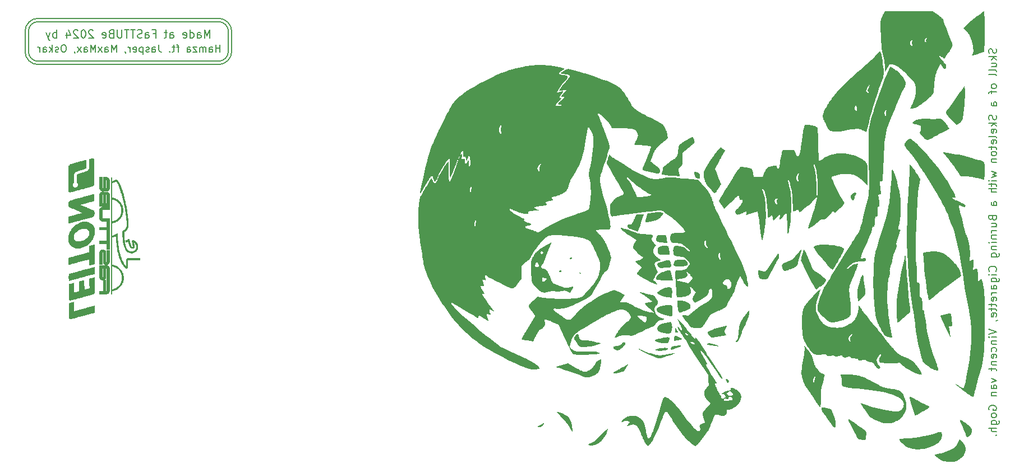
<source format=gbr>
%TF.GenerationSoftware,KiCad,Pcbnew,8.0.1*%
%TF.CreationDate,2024-04-26T19:22:47+02:00*%
%TF.ProjectId,MVBMS_Test_FT24,4d56424d-535f-4546-9573-745f46543234,rev?*%
%TF.SameCoordinates,Original*%
%TF.FileFunction,Legend,Bot*%
%TF.FilePolarity,Positive*%
%FSLAX46Y46*%
G04 Gerber Fmt 4.6, Leading zero omitted, Abs format (unit mm)*
G04 Created by KiCad (PCBNEW 8.0.1) date 2024-04-26 19:22:47*
%MOMM*%
%LPD*%
G01*
G04 APERTURE LIST*
%ADD10C,0.000000*%
%ADD11C,0.200000*%
%ADD12C,0.160000*%
%ADD13C,0.180000*%
%ADD14C,0.010000*%
G04 APERTURE END LIST*
D10*
G36*
X205486434Y-169797780D02*
G01*
X205503295Y-169800838D01*
X205519526Y-169806414D01*
X205535138Y-169814510D01*
X205550138Y-169825132D01*
X205564538Y-169838283D01*
X205578345Y-169853967D01*
X205591570Y-169872187D01*
X205604222Y-169892947D01*
X205616309Y-169916251D01*
X205627842Y-169942103D01*
X205638831Y-169970506D01*
X205649283Y-170001464D01*
X205659209Y-170034981D01*
X205668618Y-170071061D01*
X205677519Y-170109707D01*
X205685922Y-170150923D01*
X205693837Y-170194713D01*
X205708463Y-170282188D01*
X205716811Y-170322559D01*
X205725967Y-170360761D01*
X205736023Y-170396850D01*
X205747068Y-170430881D01*
X205759192Y-170462913D01*
X205772485Y-170492999D01*
X205787037Y-170521198D01*
X205802938Y-170547564D01*
X205820277Y-170572154D01*
X205839145Y-170595025D01*
X205859631Y-170616232D01*
X205881826Y-170635832D01*
X205905819Y-170653881D01*
X205931700Y-170670435D01*
X205959560Y-170685551D01*
X205989487Y-170699284D01*
X206021573Y-170711690D01*
X206055907Y-170722827D01*
X206092578Y-170732749D01*
X206131677Y-170741514D01*
X206173294Y-170749178D01*
X206217518Y-170755796D01*
X206264440Y-170761425D01*
X206314149Y-170766121D01*
X206422290Y-170772940D01*
X206542659Y-170776701D01*
X206675976Y-170777855D01*
X206801740Y-170781532D01*
X206945487Y-170791922D01*
X207102181Y-170808068D01*
X207266789Y-170829009D01*
X207434273Y-170853786D01*
X207599600Y-170881441D01*
X207757734Y-170911014D01*
X207903640Y-170941547D01*
X208182740Y-171009482D01*
X208448415Y-171070705D01*
X208671890Y-171118502D01*
X208758810Y-171135266D01*
X208824390Y-171146156D01*
X208867410Y-171151714D01*
X208904315Y-171157046D01*
X208934986Y-171162409D01*
X208959304Y-171168056D01*
X208969042Y-171171066D01*
X208977147Y-171174243D01*
X208983603Y-171177619D01*
X208988396Y-171181224D01*
X208991511Y-171185092D01*
X208992932Y-171189254D01*
X208992645Y-171193742D01*
X208990635Y-171198588D01*
X208986886Y-171203824D01*
X208981383Y-171209481D01*
X208974112Y-171215591D01*
X208965058Y-171222186D01*
X208954206Y-171229299D01*
X208941540Y-171236960D01*
X208910709Y-171254057D01*
X208872444Y-171273731D01*
X208826627Y-171296237D01*
X208711853Y-171350766D01*
X208609632Y-171391791D01*
X208485382Y-171433909D01*
X208342250Y-171476537D01*
X208183382Y-171519091D01*
X207831027Y-171601635D01*
X207453496Y-171676866D01*
X207075965Y-171740109D01*
X206723610Y-171786686D01*
X206564742Y-171802264D01*
X206421609Y-171811923D01*
X206297358Y-171815078D01*
X206195137Y-171811144D01*
X206134581Y-171804805D01*
X206078985Y-171796877D01*
X206027555Y-171786731D01*
X206003154Y-171780630D01*
X205979496Y-171773738D01*
X205956484Y-171765977D01*
X205934016Y-171757268D01*
X205911994Y-171747533D01*
X205890319Y-171736692D01*
X205868890Y-171724667D01*
X205847610Y-171711380D01*
X205826379Y-171696752D01*
X205805097Y-171680703D01*
X205783665Y-171663156D01*
X205761984Y-171644032D01*
X205739955Y-171623252D01*
X205717478Y-171600737D01*
X205670783Y-171550189D01*
X205621107Y-171491757D01*
X205567653Y-171424814D01*
X205509630Y-171348730D01*
X205446241Y-171262874D01*
X205376693Y-171166618D01*
X205290653Y-171040993D01*
X205210127Y-170919326D01*
X205136794Y-170804611D01*
X205072334Y-170699848D01*
X205018423Y-170608032D01*
X204976742Y-170532162D01*
X204948967Y-170475234D01*
X204940820Y-170454810D01*
X204936779Y-170440246D01*
X204937047Y-170434166D01*
X204937843Y-170427451D01*
X204940975Y-170412213D01*
X204946085Y-170394727D01*
X204953084Y-170375188D01*
X204961880Y-170353790D01*
X204972386Y-170330729D01*
X204984509Y-170306199D01*
X204998161Y-170280396D01*
X205013252Y-170253513D01*
X205029692Y-170225746D01*
X205047390Y-170197290D01*
X205066258Y-170168339D01*
X205086205Y-170139089D01*
X205107140Y-170109733D01*
X205128975Y-170080468D01*
X205151620Y-170051488D01*
X205179046Y-170017230D01*
X205205703Y-169985434D01*
X205231599Y-169956102D01*
X205256743Y-169929240D01*
X205281146Y-169904851D01*
X205304817Y-169882938D01*
X205327764Y-169863505D01*
X205349997Y-169846556D01*
X205371526Y-169832095D01*
X205392361Y-169820126D01*
X205412509Y-169810651D01*
X205431981Y-169803676D01*
X205450787Y-169799203D01*
X205468935Y-169797236D01*
X205486434Y-169797780D01*
G37*
G36*
X240027544Y-138144202D02*
G01*
X240080430Y-138147546D01*
X240140120Y-138152614D01*
X240284247Y-138163848D01*
X240424657Y-138178230D01*
X240560751Y-138195549D01*
X240691930Y-138215596D01*
X240817594Y-138238160D01*
X240937144Y-138263032D01*
X241049980Y-138290002D01*
X241155502Y-138318860D01*
X241253112Y-138349397D01*
X241342210Y-138381402D01*
X241422197Y-138414667D01*
X241492472Y-138448980D01*
X241552437Y-138484133D01*
X241601492Y-138519915D01*
X241639038Y-138556116D01*
X241664474Y-138592528D01*
X241681269Y-138635506D01*
X241697165Y-138700408D01*
X241712221Y-138789019D01*
X241726498Y-138903121D01*
X241740056Y-139044498D01*
X241752954Y-139214933D01*
X241777012Y-139650112D01*
X241799152Y-140222923D01*
X241819853Y-140947634D01*
X241839595Y-141838512D01*
X241858858Y-142909822D01*
X241864152Y-143071453D01*
X241872444Y-143211144D01*
X241883853Y-143329015D01*
X241890764Y-143379806D01*
X241898500Y-143425187D01*
X241907074Y-143465172D01*
X241916503Y-143499778D01*
X241926801Y-143529018D01*
X241937984Y-143552908D01*
X241950065Y-143571464D01*
X241963060Y-143584699D01*
X241976984Y-143592629D01*
X241991853Y-143595269D01*
X241999249Y-143594763D01*
X242007983Y-143593261D01*
X242029298Y-143587356D01*
X242055469Y-143577735D01*
X242086166Y-143564577D01*
X242121059Y-143548063D01*
X242159818Y-143528371D01*
X242202114Y-143505682D01*
X242247617Y-143480175D01*
X242295997Y-143452031D01*
X242346925Y-143421430D01*
X242400071Y-143388550D01*
X242455105Y-143353572D01*
X242511697Y-143316676D01*
X242569518Y-143278042D01*
X242628238Y-143237849D01*
X242687528Y-143196278D01*
X242824577Y-143106330D01*
X242968792Y-143022548D01*
X243276927Y-142873456D01*
X243608349Y-142748941D01*
X243959478Y-142648943D01*
X244326732Y-142573403D01*
X244706530Y-142522260D01*
X245095289Y-142495455D01*
X245489427Y-142492927D01*
X245885364Y-142514617D01*
X246279518Y-142560465D01*
X246668306Y-142630410D01*
X247048148Y-142724393D01*
X247415461Y-142842354D01*
X247766664Y-142984233D01*
X248098175Y-143149971D01*
X248255427Y-143241767D01*
X248406412Y-143339506D01*
X248556226Y-143441824D01*
X248688011Y-143536064D01*
X248747503Y-143581153D01*
X248802922Y-143625419D01*
X248854410Y-143669262D01*
X248902112Y-143713081D01*
X248946173Y-143757274D01*
X248986736Y-143802241D01*
X249023946Y-143848380D01*
X249057947Y-143896092D01*
X249088884Y-143945774D01*
X249116900Y-143997825D01*
X249142140Y-144052646D01*
X249164748Y-144110634D01*
X249184869Y-144172188D01*
X249202646Y-144237709D01*
X249218224Y-144307594D01*
X249231746Y-144382243D01*
X249243358Y-144462054D01*
X249253204Y-144547428D01*
X249261427Y-144638762D01*
X249268173Y-144736456D01*
X249277806Y-144952519D01*
X249283259Y-145198809D01*
X249285684Y-145478519D01*
X249286236Y-145794839D01*
X249286236Y-147370342D01*
X248682633Y-146746280D01*
X248473478Y-146543622D01*
X248263440Y-146361316D01*
X248051393Y-146199090D01*
X247944266Y-146125424D01*
X247836215Y-146056677D01*
X247727100Y-145992815D01*
X247616780Y-145933805D01*
X247505115Y-145879614D01*
X247391965Y-145830206D01*
X247277189Y-145785549D01*
X247160647Y-145745609D01*
X247042197Y-145710352D01*
X246921700Y-145679745D01*
X246799015Y-145653753D01*
X246674002Y-145632344D01*
X246546519Y-145615483D01*
X246416427Y-145603136D01*
X246283586Y-145595270D01*
X246147854Y-145591851D01*
X245867156Y-145598221D01*
X245573211Y-145621974D01*
X245264894Y-145662841D01*
X244941081Y-145720553D01*
X244600649Y-145794839D01*
X244364626Y-145851007D01*
X244266965Y-145875787D01*
X244181833Y-145898903D01*
X244108450Y-145920760D01*
X244046037Y-145941763D01*
X243993814Y-145962317D01*
X243951003Y-145982825D01*
X243916824Y-146003693D01*
X243890498Y-146025326D01*
X243871246Y-146048127D01*
X243858288Y-146072502D01*
X243850845Y-146098855D01*
X243848139Y-146127591D01*
X243849388Y-146159115D01*
X243853816Y-146193830D01*
X243877921Y-146276557D01*
X243925330Y-146401978D01*
X244078729Y-146757950D01*
X244291353Y-147215827D01*
X244540543Y-147729693D01*
X244803639Y-148253629D01*
X245057984Y-148741719D01*
X245280918Y-149148043D01*
X245373524Y-149306194D01*
X245449781Y-149426685D01*
X245509963Y-149522197D01*
X245566789Y-149615312D01*
X245618820Y-149703630D01*
X245664618Y-149784755D01*
X245702743Y-149856289D01*
X245731756Y-149915834D01*
X245742396Y-149940361D01*
X245750219Y-149960992D01*
X245755045Y-149977426D01*
X245756693Y-149989365D01*
X245755236Y-150000262D01*
X245750913Y-150013715D01*
X245743796Y-150029646D01*
X245733954Y-150047972D01*
X245706385Y-150091489D01*
X245668774Y-150143624D01*
X245621693Y-150203731D01*
X245565710Y-150271166D01*
X245501394Y-150345285D01*
X245429316Y-150425444D01*
X245350044Y-150510997D01*
X245264148Y-150601301D01*
X245172198Y-150695712D01*
X245074763Y-150793584D01*
X244972413Y-150894273D01*
X244865716Y-150997136D01*
X244755243Y-151101527D01*
X244641563Y-151206802D01*
X244588965Y-151257299D01*
X244542076Y-151301456D01*
X244500373Y-151339408D01*
X244463330Y-151371292D01*
X244430423Y-151397240D01*
X244415357Y-151408031D01*
X244401128Y-151417389D01*
X244387671Y-151425331D01*
X244374920Y-151431874D01*
X244362810Y-151437034D01*
X244351274Y-151440828D01*
X244340249Y-151443273D01*
X244329667Y-151444387D01*
X244319463Y-151444186D01*
X244309573Y-151442686D01*
X244299930Y-151439905D01*
X244290468Y-151435860D01*
X244281122Y-151430567D01*
X244271827Y-151424043D01*
X244262518Y-151416305D01*
X244253127Y-151407370D01*
X244233842Y-151385977D01*
X244213448Y-151359998D01*
X244191421Y-151329569D01*
X244180108Y-151314801D01*
X244169136Y-151301227D01*
X244158426Y-151288901D01*
X244147900Y-151277876D01*
X244137479Y-151268208D01*
X244127084Y-151259950D01*
X244116637Y-151253158D01*
X244111369Y-151250328D01*
X244106058Y-151247884D01*
X244100695Y-151245834D01*
X244095270Y-151244184D01*
X244089773Y-151242941D01*
X244084193Y-151242112D01*
X244078522Y-151241704D01*
X244072749Y-151241722D01*
X244066865Y-151242175D01*
X244060860Y-151243069D01*
X244054723Y-151244410D01*
X244048445Y-151246206D01*
X244042017Y-151248464D01*
X244035428Y-151251189D01*
X244028668Y-151254389D01*
X244021729Y-151258071D01*
X244007269Y-151266907D01*
X243991970Y-151277751D01*
X243975753Y-151290658D01*
X243958539Y-151305681D01*
X243940251Y-151322876D01*
X243920808Y-151342295D01*
X243900133Y-151363995D01*
X243878146Y-151388029D01*
X243854770Y-151414451D01*
X243829925Y-151443316D01*
X243803532Y-151474678D01*
X243745791Y-151545110D01*
X243680916Y-151626182D01*
X243608279Y-151718329D01*
X243522346Y-151822251D01*
X243437297Y-151919084D01*
X243353297Y-152008694D01*
X243270511Y-152090945D01*
X243189104Y-152165704D01*
X243109240Y-152232835D01*
X243031085Y-152292203D01*
X242954803Y-152343673D01*
X242880558Y-152387110D01*
X242808517Y-152422381D01*
X242738844Y-152449348D01*
X242704947Y-152459677D01*
X242671703Y-152467879D01*
X242639134Y-152473938D01*
X242607260Y-152477837D01*
X242576102Y-152479560D01*
X242545679Y-152479089D01*
X242516014Y-152476407D01*
X242487126Y-152471499D01*
X242459036Y-152464346D01*
X242431765Y-152454932D01*
X242421816Y-152452503D01*
X242411164Y-152450968D01*
X242399822Y-152450320D01*
X242387806Y-152450555D01*
X242375130Y-152451667D01*
X242361810Y-152453650D01*
X242347861Y-152456498D01*
X242333297Y-152460206D01*
X242302385Y-152470180D01*
X242269196Y-152483525D01*
X242233849Y-152500197D01*
X242196463Y-152520151D01*
X242157159Y-152543342D01*
X242116057Y-152569725D01*
X242073277Y-152599255D01*
X242028938Y-152631887D01*
X241983161Y-152667577D01*
X241936065Y-152706278D01*
X241887770Y-152747947D01*
X241838396Y-152792538D01*
X241728311Y-152889903D01*
X241610387Y-152989277D01*
X241358998Y-153188653D01*
X241100176Y-153379876D01*
X240849866Y-153552158D01*
X240732886Y-153627823D01*
X240624013Y-153694707D01*
X240525241Y-153751459D01*
X240438563Y-153796733D01*
X240365972Y-153829178D01*
X240309462Y-153847446D01*
X240287859Y-153850842D01*
X240271024Y-153850188D01*
X240259206Y-153845315D01*
X240252654Y-153836056D01*
X240252271Y-153824267D01*
X240254872Y-153804565D01*
X240260319Y-153777431D01*
X240268479Y-153743342D01*
X240292398Y-153656223D01*
X240325548Y-153547044D01*
X240366851Y-153419641D01*
X240415228Y-153277852D01*
X240469600Y-153125512D01*
X240528887Y-152966458D01*
X240601259Y-152779990D01*
X240685860Y-152548923D01*
X240779573Y-152282369D01*
X240879281Y-151989440D01*
X241084213Y-151360901D01*
X241183202Y-151043514D01*
X241275716Y-150736198D01*
X241400000Y-150300000D01*
X241498868Y-149930221D01*
X241575677Y-149607918D01*
X241633783Y-149314149D01*
X241656871Y-149172045D01*
X241676543Y-149029971D01*
X241707314Y-148736442D01*
X241729452Y-148414620D01*
X241746316Y-148045561D01*
X241752566Y-147704716D01*
X241748835Y-147353080D01*
X241714668Y-146637581D01*
X241650288Y-145939346D01*
X241562169Y-145298658D01*
X241511231Y-145012482D01*
X241456787Y-144755799D01*
X241399644Y-144533644D01*
X241340614Y-144351053D01*
X241280504Y-144213060D01*
X241220125Y-144124702D01*
X241190087Y-144100709D01*
X241160285Y-144091013D01*
X241130820Y-144096243D01*
X241101794Y-144117029D01*
X241099066Y-144121132D01*
X241096634Y-144125758D01*
X241094494Y-144130890D01*
X241092642Y-144136510D01*
X241091076Y-144142603D01*
X241089790Y-144149151D01*
X241088047Y-144163545D01*
X241087383Y-144179558D01*
X241087768Y-144197054D01*
X241089172Y-144215899D01*
X241091565Y-144235958D01*
X241094917Y-144257095D01*
X241099198Y-144279178D01*
X241104379Y-144302069D01*
X241110428Y-144325635D01*
X241117317Y-144349740D01*
X241125014Y-144374250D01*
X241133491Y-144399029D01*
X241142717Y-144423944D01*
X241189797Y-144555735D01*
X241234973Y-144708102D01*
X241278021Y-144879081D01*
X241318716Y-145066711D01*
X241356834Y-145269027D01*
X241392149Y-145484066D01*
X241453472Y-145944461D01*
X241500888Y-146432191D01*
X241532597Y-146931550D01*
X241542000Y-147180682D01*
X241546803Y-147426832D01*
X241546779Y-147668037D01*
X241541706Y-147902333D01*
X241511018Y-149170921D01*
X240968799Y-149723371D01*
X240863696Y-149837066D01*
X240764827Y-149946206D01*
X240674590Y-150048152D01*
X240595382Y-150140267D01*
X240529602Y-150219914D01*
X240479648Y-150284455D01*
X240461354Y-150310236D01*
X240447916Y-150331251D01*
X240439634Y-150347171D01*
X240436806Y-150357666D01*
X240436628Y-150362342D01*
X240436100Y-150366778D01*
X240435230Y-150370974D01*
X240434029Y-150374931D01*
X240432506Y-150378647D01*
X240430670Y-150382124D01*
X240428530Y-150385361D01*
X240426097Y-150388358D01*
X240423378Y-150391116D01*
X240420385Y-150393634D01*
X240417125Y-150395912D01*
X240413609Y-150397950D01*
X240409845Y-150399748D01*
X240405844Y-150401307D01*
X240401613Y-150402625D01*
X240397164Y-150403704D01*
X240392505Y-150404543D01*
X240387645Y-150405143D01*
X240382595Y-150405502D01*
X240377362Y-150405622D01*
X240371958Y-150405502D01*
X240366390Y-150405143D01*
X240360668Y-150404543D01*
X240354803Y-150403704D01*
X240348802Y-150402624D01*
X240342676Y-150401306D01*
X240336434Y-150399747D01*
X240330085Y-150397948D01*
X240323638Y-150395910D01*
X240317103Y-150393632D01*
X240310490Y-150391114D01*
X240303807Y-150388356D01*
X240296441Y-150387093D01*
X240287800Y-150387123D01*
X240277926Y-150388419D01*
X240266862Y-150390955D01*
X240254652Y-150394704D01*
X240241339Y-150399642D01*
X240211574Y-150412975D01*
X240177912Y-150430744D01*
X240140699Y-150452738D01*
X240100279Y-150478750D01*
X240056996Y-150508567D01*
X240011196Y-150541981D01*
X239963223Y-150578782D01*
X239913421Y-150618760D01*
X239862136Y-150661706D01*
X239809712Y-150707408D01*
X239756494Y-150755658D01*
X239702827Y-150806246D01*
X239649055Y-150858962D01*
X239548495Y-150958506D01*
X239457452Y-151046269D01*
X239375370Y-151122464D01*
X239301695Y-151187299D01*
X239235873Y-151240985D01*
X239177350Y-151283730D01*
X239150651Y-151301066D01*
X239125570Y-151315746D01*
X239102036Y-151327795D01*
X239079979Y-151337241D01*
X239059332Y-151344109D01*
X239040023Y-151348426D01*
X239021985Y-151350217D01*
X239005148Y-151349510D01*
X238989442Y-151346330D01*
X238974798Y-151340703D01*
X238961147Y-151332656D01*
X238948420Y-151322215D01*
X238936546Y-151309406D01*
X238925458Y-151294256D01*
X238915085Y-151276790D01*
X238905359Y-151257035D01*
X238887567Y-151210763D01*
X238871530Y-151155649D01*
X238862023Y-151124940D01*
X238852547Y-151097963D01*
X238847755Y-151085840D01*
X238842891Y-151074612D01*
X238837930Y-151064264D01*
X238832845Y-151054783D01*
X238827611Y-151046156D01*
X238822200Y-151038371D01*
X238816587Y-151031413D01*
X238810746Y-151025270D01*
X238804650Y-151019929D01*
X238798273Y-151015377D01*
X238791588Y-151011600D01*
X238784571Y-151008586D01*
X238777193Y-151006321D01*
X238769430Y-151004792D01*
X238761254Y-151003986D01*
X238752640Y-151003890D01*
X238743562Y-151004491D01*
X238733993Y-151005776D01*
X238723906Y-151007731D01*
X238713277Y-151010344D01*
X238702078Y-151013601D01*
X238690283Y-151017490D01*
X238664801Y-151027108D01*
X238636622Y-151039095D01*
X238605535Y-151053344D01*
X238391932Y-151166400D01*
X238307235Y-151209395D01*
X238269875Y-151226526D01*
X238235636Y-151240372D01*
X238204365Y-151250651D01*
X238175906Y-151257082D01*
X238150108Y-151259384D01*
X238126817Y-151257277D01*
X238116063Y-151254481D01*
X238105878Y-151250479D01*
X238096243Y-151245233D01*
X238087138Y-151238709D01*
X238070444Y-151221687D01*
X238055642Y-151199131D01*
X238042579Y-151170760D01*
X238031100Y-151136294D01*
X238021052Y-151095451D01*
X238012282Y-151047950D01*
X238004636Y-150993511D01*
X237997961Y-150931853D01*
X237986906Y-150785753D01*
X237977889Y-150607402D01*
X237969681Y-150394554D01*
X237950779Y-149856370D01*
X237930357Y-149436678D01*
X237906340Y-149067338D01*
X237877047Y-148736364D01*
X237840801Y-148431765D01*
X237795922Y-148141553D01*
X237740733Y-147853739D01*
X237673555Y-147556333D01*
X237592708Y-147237348D01*
X237531146Y-147018889D01*
X237470423Y-146819013D01*
X237412338Y-146641917D01*
X237358688Y-146491795D01*
X237311273Y-146372845D01*
X237271889Y-146289263D01*
X237255772Y-146262045D01*
X237242336Y-146245243D01*
X237231808Y-146239381D01*
X237227704Y-146240717D01*
X237224411Y-146244984D01*
X237220962Y-146252075D01*
X237218281Y-146261791D01*
X237215178Y-146288803D01*
X237215013Y-146325437D01*
X237217695Y-146371107D01*
X237223135Y-146425230D01*
X237231243Y-146487220D01*
X237241928Y-146556493D01*
X237255101Y-146632466D01*
X237270672Y-146714553D01*
X237288551Y-146802169D01*
X237330872Y-146991655D01*
X237381346Y-147196246D01*
X237409415Y-147302745D01*
X237439252Y-147411267D01*
X237527472Y-147752033D01*
X237563452Y-147902259D01*
X237594471Y-148044602D01*
X237620874Y-148183229D01*
X237643007Y-148322306D01*
X237661213Y-148465998D01*
X237675837Y-148618472D01*
X237687224Y-148783894D01*
X237695719Y-148966430D01*
X237701666Y-149170247D01*
X237705410Y-149399511D01*
X237707668Y-149951042D01*
X237705250Y-150654353D01*
X237702793Y-151231760D01*
X237695180Y-151734476D01*
X237682051Y-152171253D01*
X237663049Y-152550842D01*
X237637812Y-152881996D01*
X237605980Y-153173467D01*
X237567196Y-153434006D01*
X237521098Y-153672366D01*
X237438573Y-154051756D01*
X237401552Y-154206676D01*
X237367318Y-154338471D01*
X237335842Y-154447189D01*
X237307093Y-154532872D01*
X237281043Y-154595567D01*
X237257659Y-154635317D01*
X237246959Y-154646603D01*
X237236914Y-154652169D01*
X237227521Y-154652022D01*
X237218776Y-154646167D01*
X237210676Y-154634610D01*
X237203216Y-154617357D01*
X237190204Y-154565782D01*
X237179709Y-154491488D01*
X237171702Y-154394520D01*
X237166153Y-154274923D01*
X237163031Y-154132742D01*
X237157616Y-153727676D01*
X237142730Y-153290000D01*
X237120410Y-152846569D01*
X237092695Y-152424239D01*
X237061624Y-152049864D01*
X237029233Y-151750300D01*
X236997562Y-151552403D01*
X236982633Y-151499971D01*
X236975506Y-151486854D01*
X236968648Y-151483027D01*
X236965266Y-151483681D01*
X236960895Y-151485625D01*
X236955565Y-151488827D01*
X236949306Y-151493258D01*
X236934120Y-151505686D01*
X236915577Y-151522671D01*
X236893917Y-151543971D01*
X236869379Y-151569348D01*
X236842204Y-151598561D01*
X236812632Y-151631371D01*
X236780901Y-151667537D01*
X236747252Y-151706821D01*
X236711924Y-151748983D01*
X236675158Y-151793781D01*
X236637193Y-151840978D01*
X236598268Y-151890332D01*
X236558624Y-151941605D01*
X236518501Y-151994556D01*
X236441612Y-152095403D01*
X236365683Y-152189416D01*
X236292631Y-152274557D01*
X236224375Y-152348788D01*
X236192644Y-152381176D01*
X236162832Y-152410072D01*
X236135178Y-152435221D01*
X236109922Y-152456369D01*
X236087303Y-152473261D01*
X236067562Y-152485642D01*
X236050938Y-152493257D01*
X236043870Y-152495198D01*
X236037671Y-152495852D01*
X236032995Y-152495377D01*
X236028559Y-152493966D01*
X236024363Y-152491646D01*
X236020406Y-152488439D01*
X236016690Y-152484371D01*
X236013213Y-152479465D01*
X236009976Y-152473746D01*
X236006979Y-152467239D01*
X236004221Y-152459967D01*
X236001703Y-152451955D01*
X235999425Y-152443228D01*
X235997387Y-152433809D01*
X235995589Y-152423724D01*
X235994030Y-152412996D01*
X235991632Y-152389710D01*
X235990193Y-152364146D01*
X235989713Y-152336499D01*
X235990192Y-152306964D01*
X235991631Y-152275736D01*
X235994028Y-152243009D01*
X235997384Y-152208978D01*
X236001700Y-152173838D01*
X236006974Y-152137784D01*
X236012250Y-152101729D01*
X236016567Y-152066589D01*
X236019924Y-152032558D01*
X236022323Y-151999831D01*
X236023762Y-151968602D01*
X236024242Y-151939067D01*
X236023763Y-151911420D01*
X236022324Y-151885856D01*
X236019926Y-151862570D01*
X236016570Y-151841756D01*
X236012254Y-151823610D01*
X236006979Y-151808327D01*
X236000744Y-151796101D01*
X235993551Y-151787126D01*
X235989594Y-151783920D01*
X235985398Y-151781599D01*
X235980962Y-151780189D01*
X235976286Y-151779713D01*
X235971886Y-151780278D01*
X235966383Y-151781951D01*
X235952208Y-151788505D01*
X235934047Y-151799135D01*
X235912185Y-151813602D01*
X235886905Y-151831665D01*
X235858494Y-151853085D01*
X235827235Y-151877622D01*
X235793414Y-151905037D01*
X235719222Y-151967539D01*
X235638197Y-152038674D01*
X235552617Y-152116522D01*
X235464760Y-152199166D01*
X235024843Y-152628851D01*
X234963459Y-152250319D01*
X234948085Y-152179570D01*
X234932546Y-152116883D01*
X234916678Y-152062168D01*
X234900315Y-152015337D01*
X234891897Y-151994849D01*
X234883294Y-151976298D01*
X234874484Y-151959672D01*
X234865448Y-151944961D01*
X234856164Y-151932154D01*
X234846613Y-151921238D01*
X234836773Y-151912203D01*
X234826624Y-151905038D01*
X234816146Y-151899731D01*
X234805317Y-151896271D01*
X234794118Y-151894647D01*
X234782526Y-151894847D01*
X234770523Y-151896861D01*
X234758087Y-151900677D01*
X234745198Y-151906284D01*
X234731834Y-151913670D01*
X234717977Y-151922824D01*
X234703604Y-151933736D01*
X234688695Y-151946394D01*
X234673230Y-151960786D01*
X234640548Y-151994729D01*
X234605393Y-152035477D01*
X234591391Y-152050688D01*
X234576339Y-152065570D01*
X234560389Y-152080032D01*
X234543689Y-152093984D01*
X234526390Y-152107337D01*
X234508641Y-152120000D01*
X234490593Y-152131884D01*
X234472394Y-152142899D01*
X234454196Y-152152954D01*
X234436148Y-152161961D01*
X234418399Y-152169829D01*
X234401100Y-152176467D01*
X234384401Y-152181787D01*
X234368451Y-152185698D01*
X234353400Y-152188111D01*
X234346259Y-152188727D01*
X234339399Y-152188935D01*
X234325398Y-152188551D01*
X234312152Y-152187299D01*
X234299636Y-152185032D01*
X234287827Y-152181602D01*
X234282179Y-152179404D01*
X234276699Y-152176861D01*
X234271384Y-152173952D01*
X234266229Y-152170660D01*
X234261233Y-152166966D01*
X234256392Y-152162852D01*
X234251703Y-152158299D01*
X234247164Y-152153288D01*
X234242770Y-152147802D01*
X234238520Y-152141822D01*
X234234410Y-152135329D01*
X234230436Y-152128304D01*
X234226597Y-152120730D01*
X234222888Y-152112587D01*
X234215852Y-152094523D01*
X234209302Y-152073964D01*
X234203215Y-152050761D01*
X234197567Y-152024767D01*
X234192332Y-151995834D01*
X234187488Y-151963814D01*
X234183008Y-151928559D01*
X234178869Y-151889921D01*
X234175047Y-151847751D01*
X234171518Y-151801903D01*
X234168256Y-151752227D01*
X234165237Y-151698576D01*
X234162438Y-151640802D01*
X234157400Y-151512293D01*
X234152947Y-151365516D01*
X234148884Y-151199286D01*
X234145015Y-151012421D01*
X234128271Y-150654112D01*
X234095461Y-150259837D01*
X234049702Y-149849256D01*
X234024617Y-149665496D01*
X235230440Y-149665496D01*
X235231346Y-149682151D01*
X235233367Y-149699474D01*
X235236498Y-149717546D01*
X235240731Y-149736450D01*
X235246057Y-149756268D01*
X235252470Y-149777082D01*
X235259962Y-149798975D01*
X235268525Y-149822030D01*
X235288836Y-149871954D01*
X235313343Y-149927512D01*
X235341987Y-149989365D01*
X235357267Y-150022666D01*
X235372392Y-150053521D01*
X235387325Y-150081941D01*
X235402032Y-150107936D01*
X235416477Y-150131519D01*
X235430623Y-150152700D01*
X235444437Y-150171491D01*
X235457881Y-150187903D01*
X235470920Y-150201947D01*
X235483520Y-150213634D01*
X235495643Y-150222976D01*
X235507255Y-150229984D01*
X235518321Y-150234669D01*
X235528803Y-150237043D01*
X235538668Y-150237116D01*
X235547878Y-150234900D01*
X235556399Y-150230406D01*
X235564196Y-150223645D01*
X235571231Y-150214629D01*
X235577471Y-150203369D01*
X235582879Y-150189876D01*
X235587419Y-150174161D01*
X235591057Y-150156236D01*
X235593756Y-150136111D01*
X235595481Y-150113799D01*
X235596197Y-150089309D01*
X235595867Y-150062655D01*
X235594456Y-150033845D01*
X235591929Y-150002893D01*
X235588250Y-149969809D01*
X235583383Y-149934605D01*
X235577293Y-149897291D01*
X235570334Y-149859424D01*
X235564784Y-149822620D01*
X235560613Y-149786986D01*
X235557791Y-149752625D01*
X235556287Y-149719643D01*
X235556073Y-149688145D01*
X235557117Y-149658235D01*
X235559390Y-149630019D01*
X235562862Y-149603600D01*
X235567503Y-149579085D01*
X235573283Y-149556579D01*
X235580172Y-149536185D01*
X235588141Y-149518009D01*
X235597158Y-149502156D01*
X235607195Y-149488731D01*
X235618220Y-149477838D01*
X235623884Y-149474814D01*
X235629359Y-149471504D01*
X235634640Y-149467925D01*
X235639719Y-149464092D01*
X235644588Y-149460018D01*
X235649240Y-149455719D01*
X235653667Y-149451211D01*
X235657861Y-149446508D01*
X235661816Y-149441625D01*
X235665524Y-149436577D01*
X235668976Y-149431380D01*
X235672167Y-149426047D01*
X235675088Y-149420595D01*
X235677731Y-149415037D01*
X235680090Y-149409390D01*
X235682157Y-149403668D01*
X235683924Y-149397885D01*
X235685383Y-149392058D01*
X235686529Y-149386201D01*
X235687351Y-149380329D01*
X235687845Y-149374457D01*
X235688001Y-149368600D01*
X235687812Y-149362772D01*
X235687271Y-149356990D01*
X235686371Y-149351268D01*
X235685104Y-149345621D01*
X235683461Y-149340063D01*
X235681437Y-149334611D01*
X235679023Y-149329278D01*
X235676213Y-149324080D01*
X235672997Y-149319032D01*
X235669369Y-149314149D01*
X235665355Y-149308664D01*
X235660990Y-149303714D01*
X235656284Y-149299296D01*
X235651246Y-149295407D01*
X235645886Y-149292042D01*
X235640213Y-149289198D01*
X235634237Y-149286871D01*
X235627967Y-149285057D01*
X235621412Y-149283752D01*
X235614582Y-149282954D01*
X235607486Y-149282657D01*
X235600133Y-149282859D01*
X235592532Y-149283555D01*
X235584694Y-149284742D01*
X235576628Y-149286417D01*
X235568342Y-149288574D01*
X235559846Y-149291211D01*
X235551150Y-149294324D01*
X235542263Y-149297909D01*
X235533194Y-149301962D01*
X235523953Y-149306479D01*
X235514549Y-149311458D01*
X235504991Y-149316894D01*
X235495289Y-149322783D01*
X235485453Y-149329121D01*
X235475490Y-149335905D01*
X235465412Y-149343132D01*
X235455227Y-149350797D01*
X235434574Y-149367426D01*
X235413606Y-149385764D01*
X235373911Y-149422440D01*
X235339192Y-149456179D01*
X235323680Y-149472153D01*
X235309389Y-149487640D01*
X235296312Y-149502723D01*
X235284441Y-149517483D01*
X235273770Y-149532003D01*
X235264290Y-149546366D01*
X235255993Y-149560654D01*
X235248873Y-149574950D01*
X235242923Y-149589335D01*
X235238133Y-149603893D01*
X235234498Y-149618705D01*
X235232009Y-149633855D01*
X235230659Y-149649424D01*
X235230440Y-149665496D01*
X234024617Y-149665496D01*
X233994113Y-149442032D01*
X233931811Y-149057827D01*
X233865913Y-148716302D01*
X233799535Y-148437119D01*
X233767141Y-148327050D01*
X233735796Y-148239940D01*
X233719872Y-148204001D01*
X233702885Y-148169186D01*
X233684968Y-148135659D01*
X233666258Y-148103586D01*
X233646888Y-148073132D01*
X233626994Y-148044461D01*
X233606710Y-148017739D01*
X233586172Y-147993129D01*
X233565514Y-147970797D01*
X233544871Y-147950908D01*
X233524378Y-147933626D01*
X233504169Y-147919117D01*
X233484380Y-147907545D01*
X233465145Y-147899076D01*
X233455778Y-147896056D01*
X233446600Y-147893873D01*
X233437628Y-147892548D01*
X233428879Y-147892102D01*
X233403697Y-147892497D01*
X233392355Y-147893029D01*
X233381841Y-147893821D01*
X233372152Y-147894897D01*
X233363283Y-147896284D01*
X233355231Y-147898008D01*
X233347992Y-147900095D01*
X233341562Y-147902572D01*
X233335938Y-147905465D01*
X233331115Y-147908801D01*
X233327091Y-147912604D01*
X233323861Y-147916902D01*
X233321421Y-147921721D01*
X233319768Y-147927087D01*
X233318898Y-147933026D01*
X233318807Y-147939564D01*
X233319492Y-147946728D01*
X233320949Y-147954544D01*
X233323174Y-147963038D01*
X233326163Y-147972237D01*
X233329912Y-147982166D01*
X233334418Y-147992851D01*
X233339678Y-148004320D01*
X233345687Y-148016598D01*
X233352441Y-148029712D01*
X233368171Y-148058550D01*
X233386838Y-148091045D01*
X233408413Y-148127406D01*
X233481120Y-148270729D01*
X233549362Y-148459699D01*
X233612749Y-148689612D01*
X233670890Y-148955761D01*
X233723397Y-149253441D01*
X233769879Y-149577947D01*
X233809948Y-149924571D01*
X233843213Y-150288610D01*
X233869284Y-150665358D01*
X233887772Y-151050107D01*
X233898288Y-151438154D01*
X233900441Y-151824792D01*
X233893842Y-152205316D01*
X233878102Y-152575020D01*
X233852830Y-152929198D01*
X233817637Y-153263145D01*
X233787664Y-153505501D01*
X233752416Y-153759487D01*
X233713332Y-154017548D01*
X233671850Y-154272133D01*
X233587448Y-154740661D01*
X233547405Y-154939497D01*
X233510720Y-155104644D01*
X233336798Y-155820783D01*
X233214038Y-155206949D01*
X233186802Y-155069237D01*
X233159206Y-154912821D01*
X233131851Y-154742978D01*
X233105335Y-154564982D01*
X233057220Y-154205633D01*
X233019655Y-153876976D01*
X232978252Y-153442758D01*
X232932055Y-153010098D01*
X232882980Y-152594942D01*
X232832946Y-152213234D01*
X232783872Y-151880921D01*
X232737674Y-151613948D01*
X232696272Y-151428260D01*
X232677969Y-151370880D01*
X232661584Y-151339802D01*
X232652768Y-151334241D01*
X232638046Y-151330922D01*
X232592209Y-151330630D01*
X232526710Y-151338160D01*
X232444187Y-151352749D01*
X232347277Y-151373632D01*
X232238617Y-151400045D01*
X231996601Y-151466404D01*
X231739238Y-151545710D01*
X231487629Y-151631851D01*
X231370577Y-151675573D01*
X231262875Y-151718710D01*
X231167163Y-151760499D01*
X231086077Y-151800175D01*
X231055358Y-151816095D01*
X231028312Y-151829228D01*
X231004771Y-151839424D01*
X230994265Y-151843373D01*
X230984573Y-151846532D01*
X230975675Y-151848882D01*
X230967551Y-151850404D01*
X230960180Y-151851079D01*
X230953542Y-151850888D01*
X230947615Y-151849814D01*
X230942380Y-151847836D01*
X230937815Y-151844937D01*
X230933900Y-151841097D01*
X230930614Y-151836298D01*
X230927937Y-151830522D01*
X230925849Y-151823748D01*
X230924328Y-151815960D01*
X230923354Y-151807137D01*
X230922906Y-151797262D01*
X230922964Y-151786315D01*
X230923507Y-151774278D01*
X230925967Y-151746859D01*
X230930120Y-151714853D01*
X230935801Y-151678112D01*
X230942847Y-151636486D01*
X230948125Y-151607972D01*
X230952459Y-151580058D01*
X230955865Y-151552863D01*
X230958356Y-151526507D01*
X230959947Y-151501111D01*
X230960655Y-151476793D01*
X230960493Y-151453675D01*
X230959477Y-151431875D01*
X230957622Y-151411514D01*
X230954942Y-151392711D01*
X230951452Y-151375587D01*
X230947169Y-151360261D01*
X230942106Y-151346854D01*
X230936278Y-151335484D01*
X230929701Y-151326272D01*
X230922390Y-151319338D01*
X230918799Y-151317748D01*
X230913812Y-151316806D01*
X230907468Y-151316500D01*
X230899809Y-151316821D01*
X230880711Y-151319294D01*
X230856848Y-151324134D01*
X230828549Y-151331253D01*
X230796144Y-151340559D01*
X230759962Y-151351964D01*
X230720334Y-151365377D01*
X230677589Y-151380707D01*
X230632056Y-151397867D01*
X230584066Y-151416764D01*
X230533947Y-151437310D01*
X230482030Y-151459415D01*
X230428645Y-151482988D01*
X230374120Y-151507940D01*
X230318786Y-151534181D01*
X230096671Y-151632050D01*
X230002009Y-151670989D01*
X229917237Y-151703305D01*
X229841578Y-151729026D01*
X229774250Y-151748183D01*
X229714476Y-151760807D01*
X229661475Y-151766926D01*
X229637271Y-151767556D01*
X229614469Y-151766571D01*
X229592970Y-151763976D01*
X229572678Y-151759773D01*
X229553495Y-151753966D01*
X229535323Y-151746560D01*
X229518065Y-151737558D01*
X229501624Y-151726963D01*
X229485903Y-151714780D01*
X229470803Y-151701012D01*
X229442079Y-151668737D01*
X229414675Y-151630168D01*
X229387809Y-151585334D01*
X229359446Y-151528374D01*
X229335937Y-151475895D01*
X229326098Y-151451088D01*
X229317584Y-151427102D01*
X229310434Y-151403840D01*
X229304686Y-151381202D01*
X229300376Y-151359088D01*
X229297542Y-151337400D01*
X229296222Y-151316037D01*
X229296453Y-151294902D01*
X229298272Y-151273893D01*
X229301717Y-151252913D01*
X229306826Y-151231861D01*
X229313636Y-151210639D01*
X229322184Y-151189147D01*
X229332508Y-151167286D01*
X229344646Y-151144957D01*
X229358634Y-151122061D01*
X229374510Y-151098497D01*
X229392313Y-151074167D01*
X229412078Y-151048972D01*
X229433844Y-151022812D01*
X229483529Y-150967201D01*
X229541665Y-150906539D01*
X229608554Y-150840033D01*
X229684495Y-150766888D01*
X229755032Y-150695914D01*
X229824385Y-150621583D01*
X229892090Y-150544614D01*
X229957682Y-150465727D01*
X230020696Y-150385641D01*
X230080668Y-150305075D01*
X230137133Y-150224750D01*
X230189627Y-150145383D01*
X230237685Y-150067695D01*
X230280843Y-149992404D01*
X230318635Y-149920231D01*
X230350598Y-149851894D01*
X230376267Y-149788113D01*
X230395177Y-149729606D01*
X230406864Y-149677095D01*
X230410863Y-149631297D01*
X230410565Y-149625603D01*
X230409681Y-149620037D01*
X230408224Y-149614606D01*
X230406207Y-149609317D01*
X230403643Y-149604178D01*
X230400545Y-149599196D01*
X230396926Y-149594379D01*
X230392799Y-149589735D01*
X230388178Y-149585270D01*
X230383075Y-149580993D01*
X230377505Y-149576911D01*
X230371478Y-149573030D01*
X230365010Y-149569360D01*
X230358113Y-149565907D01*
X230350800Y-149562679D01*
X230343084Y-149559683D01*
X230334979Y-149556927D01*
X230326497Y-149554418D01*
X230317651Y-149552164D01*
X230308456Y-149550172D01*
X230298923Y-149548450D01*
X230289066Y-149547005D01*
X230278898Y-149545845D01*
X230268432Y-149544977D01*
X230257681Y-149544409D01*
X230246659Y-149544148D01*
X230235379Y-149544202D01*
X230223852Y-149544578D01*
X230212094Y-149545283D01*
X230200117Y-149546326D01*
X230187933Y-149547714D01*
X230175556Y-149549453D01*
X230142563Y-149552533D01*
X230112536Y-149553949D01*
X230098589Y-149553963D01*
X230085327Y-149553476D01*
X230072732Y-149552462D01*
X230060786Y-149550891D01*
X230049468Y-149548736D01*
X230038761Y-149545968D01*
X230028646Y-149542560D01*
X230019105Y-149538482D01*
X230010118Y-149533708D01*
X230001666Y-149528209D01*
X229993732Y-149521957D01*
X229986295Y-149514924D01*
X229979339Y-149507082D01*
X229972843Y-149498402D01*
X229966789Y-149488857D01*
X229961158Y-149478418D01*
X229955932Y-149467057D01*
X229951092Y-149454747D01*
X229946619Y-149441459D01*
X229942495Y-149427165D01*
X229938700Y-149411837D01*
X229935216Y-149395447D01*
X229929106Y-149359367D01*
X229924015Y-149318702D01*
X229919793Y-149273226D01*
X229910743Y-149211184D01*
X229899174Y-149149021D01*
X229885447Y-149088537D01*
X229869922Y-149031530D01*
X229861597Y-149004892D01*
X229852958Y-148979798D01*
X229844048Y-148956472D01*
X229834914Y-148935139D01*
X229825600Y-148916024D01*
X229816151Y-148899352D01*
X229806613Y-148885347D01*
X229797029Y-148874235D01*
X229791252Y-148871441D01*
X229783549Y-148870701D01*
X229773968Y-148871974D01*
X229762560Y-148875215D01*
X229749377Y-148880382D01*
X229734469Y-148887431D01*
X229699678Y-148907006D01*
X229658593Y-148933594D01*
X229611619Y-148966851D01*
X229559160Y-149006432D01*
X229501620Y-149051993D01*
X229439405Y-149103188D01*
X229372919Y-149159673D01*
X229302566Y-149221104D01*
X229228752Y-149287136D01*
X229151881Y-149357424D01*
X229072357Y-149431623D01*
X228990585Y-149509388D01*
X228906970Y-149590376D01*
X228575277Y-149926065D01*
X228263725Y-150234900D01*
X228007802Y-150482352D01*
X227911792Y-150572270D01*
X227842998Y-150633893D01*
X227577000Y-150869195D01*
X227208694Y-150296282D01*
X227130746Y-150182147D01*
X227058914Y-150071849D01*
X226994514Y-149968265D01*
X226938867Y-149874272D01*
X226893290Y-149792748D01*
X226859103Y-149726569D01*
X226837624Y-149678614D01*
X226832061Y-149662369D01*
X226830171Y-149651758D01*
X226830468Y-149646548D01*
X226831352Y-149640524D01*
X226834826Y-149626142D01*
X226840488Y-149608823D01*
X226848234Y-149588777D01*
X226857957Y-149566213D01*
X226869553Y-149541341D01*
X226882918Y-149514371D01*
X226897946Y-149485512D01*
X226914533Y-149454976D01*
X226932574Y-149422970D01*
X226951963Y-149389706D01*
X226972596Y-149355392D01*
X226994368Y-149320240D01*
X227017174Y-149284457D01*
X227040909Y-149248256D01*
X227065468Y-149211844D01*
X227390291Y-148696480D01*
X227617921Y-148329938D01*
X227853224Y-147943256D01*
X228080494Y-147563866D01*
X228357399Y-147114101D01*
X228910770Y-146236197D01*
X238502138Y-146236197D01*
X238502650Y-146259570D01*
X238504691Y-146284202D01*
X238508186Y-146309883D01*
X238513059Y-146336404D01*
X238519236Y-146363554D01*
X238526642Y-146391123D01*
X238535201Y-146418903D01*
X238544840Y-146446682D01*
X238555483Y-146474252D01*
X238567055Y-146501402D01*
X238579482Y-146527922D01*
X238592687Y-146553603D01*
X238606598Y-146578236D01*
X238621137Y-146601609D01*
X238636232Y-146623514D01*
X238655110Y-146647288D01*
X238673360Y-146668759D01*
X238690955Y-146687964D01*
X238707866Y-146704938D01*
X238724065Y-146719717D01*
X238739524Y-146732336D01*
X238754215Y-146742830D01*
X238768110Y-146751236D01*
X238781181Y-146757588D01*
X238793399Y-146761923D01*
X238804737Y-146764276D01*
X238815166Y-146764683D01*
X238824659Y-146763179D01*
X238833187Y-146759800D01*
X238840723Y-146754582D01*
X238847237Y-146747559D01*
X238852702Y-146738768D01*
X238857091Y-146728245D01*
X238860374Y-146716024D01*
X238862523Y-146702141D01*
X238863512Y-146686633D01*
X238863310Y-146669534D01*
X238861892Y-146650880D01*
X238859227Y-146630707D01*
X238855289Y-146609051D01*
X238850048Y-146585946D01*
X238843478Y-146561429D01*
X238835550Y-146535536D01*
X238826235Y-146508301D01*
X238815506Y-146479760D01*
X238803335Y-146449949D01*
X238789693Y-146418904D01*
X238773504Y-146381461D01*
X238759459Y-146345711D01*
X238747541Y-146311430D01*
X238737737Y-146278393D01*
X238730031Y-146246375D01*
X238724409Y-146215151D01*
X238720854Y-146184497D01*
X238719353Y-146154187D01*
X238719889Y-146123998D01*
X238722450Y-146093703D01*
X238727018Y-146063079D01*
X238733579Y-146031900D01*
X238742119Y-145999942D01*
X238752622Y-145966980D01*
X238765073Y-145932789D01*
X238779458Y-145897144D01*
X238826952Y-145790703D01*
X238862098Y-145707400D01*
X238875078Y-145673564D01*
X238885016Y-145644478D01*
X238891927Y-145619798D01*
X238895826Y-145599179D01*
X238896728Y-145582277D01*
X238896060Y-145575112D01*
X238894648Y-145568747D01*
X238892494Y-145563139D01*
X238889600Y-145558244D01*
X238885968Y-145554020D01*
X238881600Y-145550424D01*
X238876497Y-145547412D01*
X238870662Y-145544941D01*
X238856803Y-145541452D01*
X238840036Y-145539611D01*
X238820376Y-145539074D01*
X238808694Y-145540256D01*
X238796696Y-145543734D01*
X238784424Y-145549408D01*
X238771921Y-145557177D01*
X238759232Y-145566939D01*
X238746398Y-145578592D01*
X238733462Y-145592037D01*
X238720469Y-145607171D01*
X238707461Y-145623894D01*
X238694481Y-145642104D01*
X238668777Y-145682582D01*
X238643702Y-145727795D01*
X238619602Y-145776935D01*
X238596820Y-145829192D01*
X238575702Y-145883757D01*
X238556592Y-145939820D01*
X238539835Y-145996573D01*
X238525775Y-146053205D01*
X238514758Y-146108909D01*
X238507127Y-146162874D01*
X238504690Y-146188952D01*
X238503228Y-146214292D01*
X238502138Y-146236197D01*
X228910770Y-146236197D01*
X228978585Y-146128611D01*
X229553733Y-145237113D01*
X229919793Y-144689938D01*
X229931204Y-144674111D01*
X229942505Y-144659233D01*
X229953825Y-144645297D01*
X229965293Y-144632291D01*
X229977037Y-144620207D01*
X229989189Y-144609035D01*
X230001876Y-144598766D01*
X230015227Y-144589391D01*
X230029374Y-144580899D01*
X230044443Y-144573283D01*
X230060565Y-144566532D01*
X230077870Y-144560637D01*
X230096485Y-144555589D01*
X230116541Y-144551379D01*
X230138167Y-144547996D01*
X230161492Y-144545432D01*
X230186646Y-144543677D01*
X230213757Y-144542722D01*
X230242954Y-144542557D01*
X230274368Y-144543174D01*
X230308127Y-144544562D01*
X230344361Y-144546713D01*
X230383199Y-144549617D01*
X230424770Y-144553265D01*
X230469203Y-144557647D01*
X230516628Y-144562754D01*
X230620969Y-144575105D01*
X230738829Y-144590243D01*
X230871240Y-144608094D01*
X231052233Y-144636309D01*
X231218120Y-144666920D01*
X231367222Y-144699450D01*
X231497861Y-144733419D01*
X231555732Y-144750793D01*
X231608359Y-144768347D01*
X231655530Y-144786020D01*
X231697036Y-144803754D01*
X231732668Y-144821487D01*
X231762216Y-144839161D01*
X231785469Y-144856715D01*
X231802218Y-144874088D01*
X231813951Y-144893695D01*
X231826075Y-144917768D01*
X231838498Y-144945977D01*
X231851131Y-144977993D01*
X231863885Y-145013485D01*
X231876668Y-145052124D01*
X231889392Y-145093581D01*
X231901965Y-145137525D01*
X231926304Y-145231558D01*
X231948964Y-145331586D01*
X231969226Y-145434970D01*
X231978233Y-145487097D01*
X231986370Y-145539074D01*
X232057981Y-146050603D01*
X233398182Y-146050603D01*
X233715330Y-145334464D01*
X233775357Y-145199126D01*
X233830124Y-145079958D01*
X233881565Y-144975627D01*
X233931611Y-144884798D01*
X233956716Y-144844031D01*
X233982197Y-144806138D01*
X234008297Y-144770955D01*
X234035256Y-144738314D01*
X234063317Y-144708047D01*
X234092721Y-144679990D01*
X234123710Y-144653974D01*
X234156525Y-144629834D01*
X234191408Y-144607402D01*
X234228601Y-144586511D01*
X234268345Y-144566996D01*
X234310883Y-144548689D01*
X234356455Y-144531423D01*
X234405303Y-144515032D01*
X234513795Y-144484208D01*
X234638292Y-144454883D01*
X234780728Y-144425723D01*
X235127146Y-144362562D01*
X235187049Y-144352044D01*
X235240463Y-144343639D01*
X235287852Y-144337542D01*
X235329682Y-144333947D01*
X235366416Y-144333051D01*
X235383017Y-144333675D01*
X235398519Y-144335046D01*
X235412979Y-144337190D01*
X235426456Y-144340129D01*
X235439007Y-144343889D01*
X235450691Y-144348494D01*
X235461565Y-144353968D01*
X235471689Y-144360336D01*
X235481119Y-144367621D01*
X235489915Y-144375849D01*
X235498133Y-144385043D01*
X235505833Y-144395229D01*
X235513072Y-144406429D01*
X235519908Y-144418670D01*
X235532604Y-144446367D01*
X235544386Y-144478515D01*
X235555719Y-144515309D01*
X235567067Y-144556943D01*
X235573057Y-144581338D01*
X235579505Y-144604643D01*
X235586387Y-144626847D01*
X235593681Y-144647938D01*
X235601365Y-144667905D01*
X235607486Y-144682221D01*
X235609416Y-144686737D01*
X235617812Y-144704422D01*
X235626530Y-144720950D01*
X235635548Y-144736309D01*
X235644843Y-144750488D01*
X235654393Y-144763475D01*
X235664175Y-144775260D01*
X235674167Y-144785831D01*
X235684347Y-144795176D01*
X235694691Y-144803286D01*
X235705178Y-144810147D01*
X235715784Y-144815750D01*
X235726488Y-144820083D01*
X235737267Y-144823135D01*
X235748098Y-144824894D01*
X235758960Y-144825349D01*
X235769828Y-144824489D01*
X235780682Y-144822303D01*
X235791499Y-144818780D01*
X235802255Y-144813907D01*
X235812929Y-144807675D01*
X235823498Y-144800071D01*
X235833940Y-144791085D01*
X235844232Y-144780705D01*
X235854352Y-144768921D01*
X235864276Y-144755720D01*
X235873984Y-144741091D01*
X235880439Y-144726672D01*
X235888228Y-144702946D01*
X235907388Y-144629674D01*
X235930626Y-144525470D01*
X235957101Y-144394531D01*
X235985975Y-144241053D01*
X236016408Y-144069232D01*
X236047560Y-143883264D01*
X236078594Y-143687346D01*
X236150366Y-143282279D01*
X236223099Y-142894476D01*
X236290077Y-142568057D01*
X236319311Y-142441654D01*
X236344588Y-142347142D01*
X236457121Y-141958379D01*
X238165624Y-141958379D01*
X238380469Y-142480139D01*
X238410575Y-142546458D01*
X238439573Y-142607381D01*
X238467552Y-142663030D01*
X238494602Y-142713523D01*
X238520812Y-142758981D01*
X238546273Y-142799523D01*
X238571075Y-142835270D01*
X238595307Y-142866342D01*
X238619060Y-142892857D01*
X238642424Y-142914937D01*
X238665487Y-142932700D01*
X238688341Y-142946268D01*
X238711075Y-142955759D01*
X238733779Y-142961294D01*
X238756543Y-142962992D01*
X238779458Y-142960974D01*
X238797856Y-142953859D01*
X238816590Y-142940258D01*
X238820376Y-142936287D01*
X238835634Y-142920281D01*
X238854966Y-142894036D01*
X238874560Y-142861632D01*
X238894391Y-142823177D01*
X238934671Y-142728549D01*
X238975610Y-142611023D01*
X239017014Y-142471467D01*
X239058688Y-142310750D01*
X239100437Y-142129742D01*
X239142066Y-141929313D01*
X239183381Y-141710330D01*
X239224186Y-141473663D01*
X239264287Y-141220182D01*
X239303489Y-140950756D01*
X239341597Y-140666254D01*
X239378417Y-140367545D01*
X239413753Y-140055498D01*
X239466343Y-139620859D01*
X239496295Y-139403599D01*
X239527566Y-139194852D01*
X239559317Y-139000971D01*
X239590708Y-138828310D01*
X239620900Y-138683224D01*
X239649055Y-138572067D01*
X239694492Y-138429418D01*
X239714828Y-138371169D01*
X239734415Y-138320938D01*
X239753882Y-138278200D01*
X239763767Y-138259477D01*
X239773858Y-138242430D01*
X239784234Y-138226995D01*
X239794973Y-138213105D01*
X239806155Y-138200695D01*
X239817857Y-138189699D01*
X239830159Y-138180052D01*
X239843139Y-138171688D01*
X239856876Y-138164542D01*
X239871448Y-138158548D01*
X239886934Y-138153640D01*
X239903413Y-138149754D01*
X239920964Y-138146822D01*
X239939665Y-138144781D01*
X239980832Y-138143105D01*
X240027544Y-138144202D01*
G37*
G36*
X256035008Y-120985741D02*
G01*
X258182487Y-120985741D01*
X259117801Y-120985741D01*
X259854403Y-121507499D01*
X259980276Y-121595958D01*
X260096977Y-121680939D01*
X260204447Y-121762324D01*
X260302626Y-121839992D01*
X260391454Y-121913824D01*
X260470871Y-121983700D01*
X260540816Y-122049499D01*
X260601231Y-122111102D01*
X260652054Y-122168389D01*
X260693227Y-122221240D01*
X260724689Y-122269536D01*
X260746380Y-122313156D01*
X260758240Y-122351980D01*
X260760464Y-122369556D01*
X260760209Y-122385888D01*
X260757466Y-122400962D01*
X260752228Y-122414762D01*
X260744487Y-122427273D01*
X260734236Y-122438480D01*
X260731655Y-122441921D01*
X260729663Y-122446470D01*
X260728248Y-122452094D01*
X260727399Y-122458761D01*
X260727104Y-122466440D01*
X260727353Y-122475099D01*
X260729435Y-122495228D01*
X260733555Y-122518893D01*
X260739624Y-122545841D01*
X260747551Y-122575816D01*
X260757247Y-122608563D01*
X260768621Y-122643828D01*
X260781584Y-122681356D01*
X260796046Y-122720892D01*
X260811916Y-122762181D01*
X260829106Y-122804969D01*
X260847524Y-122849001D01*
X260867081Y-122894022D01*
X260887687Y-122939777D01*
X261023863Y-123247053D01*
X261192528Y-123652399D01*
X261569300Y-124604800D01*
X261901952Y-125491981D01*
X262015467Y-125815802D01*
X262074432Y-126008944D01*
X262078712Y-126028291D01*
X262081933Y-126048023D01*
X262084056Y-126068228D01*
X262085043Y-126088990D01*
X262084853Y-126110397D01*
X262083447Y-126132535D01*
X262080786Y-126155489D01*
X262076830Y-126179347D01*
X262071541Y-126204193D01*
X262064879Y-126230115D01*
X262056804Y-126257198D01*
X262047277Y-126285529D01*
X262023712Y-126346278D01*
X261993867Y-126413051D01*
X261957428Y-126486538D01*
X261914080Y-126567428D01*
X261863509Y-126656411D01*
X261805400Y-126754176D01*
X261739439Y-126861412D01*
X261665310Y-126978809D01*
X261582699Y-127107055D01*
X261491291Y-127246841D01*
X260836534Y-128218744D01*
X260509160Y-127962980D01*
X260474784Y-127936857D01*
X260440842Y-127912247D01*
X260407530Y-127889226D01*
X260375043Y-127867868D01*
X260343575Y-127848249D01*
X260313320Y-127830443D01*
X260284475Y-127814525D01*
X260257233Y-127800570D01*
X260231789Y-127788654D01*
X260208339Y-127778850D01*
X260187077Y-127771235D01*
X260168197Y-127765882D01*
X260151895Y-127762867D01*
X260138365Y-127762265D01*
X260132701Y-127762893D01*
X260127802Y-127764151D01*
X260123695Y-127766050D01*
X260120402Y-127768600D01*
X260117147Y-127777201D01*
X260118709Y-127791254D01*
X260124808Y-127810394D01*
X260135165Y-127834259D01*
X260167536Y-127894708D01*
X260213590Y-127969694D01*
X260271094Y-128056309D01*
X260337815Y-128151646D01*
X260489974Y-128356857D01*
X260652204Y-128562067D01*
X260731514Y-128657404D01*
X260806642Y-128744019D01*
X260875357Y-128819005D01*
X260935424Y-128879454D01*
X260984612Y-128922459D01*
X261004428Y-128936512D01*
X261020687Y-128945113D01*
X261030878Y-128951670D01*
X261040354Y-128961601D01*
X261049118Y-128974682D01*
X261057174Y-128990691D01*
X261064525Y-129009406D01*
X261071176Y-129030602D01*
X261082391Y-129079549D01*
X261090848Y-129135750D01*
X261096578Y-129197421D01*
X261099610Y-129262778D01*
X261099975Y-129330038D01*
X261097702Y-129397418D01*
X261092821Y-129463135D01*
X261085363Y-129525405D01*
X261075357Y-129582445D01*
X261062833Y-129632471D01*
X261047822Y-129673701D01*
X261039393Y-129690459D01*
X261030353Y-129704350D01*
X261020706Y-129715150D01*
X261010456Y-129722635D01*
X260998563Y-129729415D01*
X260985931Y-129734427D01*
X260972598Y-129737705D01*
X260958603Y-129739280D01*
X260943987Y-129739184D01*
X260928788Y-129737449D01*
X260913046Y-129734107D01*
X260896800Y-129729190D01*
X260880090Y-129722728D01*
X260862954Y-129714755D01*
X260845433Y-129705303D01*
X260827565Y-129694402D01*
X260809389Y-129682085D01*
X260790946Y-129668383D01*
X260772275Y-129653329D01*
X260753414Y-129636955D01*
X260734403Y-129619291D01*
X260715282Y-129600371D01*
X260696089Y-129580226D01*
X260676865Y-129558887D01*
X260657648Y-129536387D01*
X260638478Y-129512757D01*
X260600436Y-129462236D01*
X260563053Y-129407579D01*
X260526644Y-129349040D01*
X260491523Y-129286875D01*
X260474545Y-129254512D01*
X260458006Y-129221338D01*
X260304546Y-128924652D01*
X260089701Y-129272491D01*
X259997553Y-129429893D01*
X259912645Y-129588899D01*
X259834540Y-129751592D01*
X259762804Y-129920054D01*
X259697003Y-130096368D01*
X259636701Y-130282619D01*
X259581465Y-130480888D01*
X259530860Y-130693260D01*
X259484451Y-130921816D01*
X259441803Y-131168641D01*
X259402482Y-131435817D01*
X259366054Y-131725427D01*
X259332083Y-132039554D01*
X259300135Y-132380282D01*
X259269775Y-132749694D01*
X259240569Y-133149872D01*
X259235294Y-133204092D01*
X259231442Y-133230314D01*
X259226662Y-133256094D01*
X259220862Y-133281544D01*
X259213953Y-133306777D01*
X259205846Y-133331905D01*
X259196449Y-133357041D01*
X259185674Y-133382296D01*
X259173430Y-133407784D01*
X259159628Y-133433616D01*
X259144177Y-133459906D01*
X259126988Y-133486765D01*
X259107970Y-133514305D01*
X259087034Y-133542640D01*
X259064090Y-133571882D01*
X259039048Y-133602143D01*
X259011818Y-133633535D01*
X258950435Y-133700164D01*
X258879220Y-133772667D01*
X258797455Y-133851943D01*
X258704421Y-133938893D01*
X258599397Y-134034415D01*
X258481665Y-134139408D01*
X258350506Y-134254771D01*
X257942086Y-134607106D01*
X257586415Y-134900095D01*
X257425964Y-135025872D01*
X257275823Y-135138655D01*
X257135033Y-135239060D01*
X257002635Y-135327701D01*
X256877670Y-135405192D01*
X256759180Y-135472148D01*
X256646205Y-135529182D01*
X256537785Y-135576911D01*
X256432963Y-135615947D01*
X256330778Y-135646906D01*
X256230272Y-135670402D01*
X256130486Y-135687049D01*
X256040647Y-135697119D01*
X255956563Y-135704313D01*
X255880153Y-135708629D01*
X255813333Y-135710068D01*
X255758024Y-135708629D01*
X255735284Y-135706831D01*
X255716142Y-135704313D01*
X255700836Y-135701076D01*
X255689606Y-135697119D01*
X255682692Y-135692444D01*
X255680929Y-135689836D01*
X255680334Y-135687049D01*
X255681393Y-135679533D01*
X255684490Y-135668646D01*
X255689506Y-135654612D01*
X255696320Y-135637655D01*
X255714863Y-135595874D01*
X255739161Y-135545101D01*
X255768254Y-135487135D01*
X255801184Y-135423773D01*
X255836992Y-135356815D01*
X255874718Y-135288059D01*
X255992294Y-135074923D01*
X256099351Y-134854759D01*
X256195677Y-134629169D01*
X256281064Y-134399759D01*
X256355300Y-134168130D01*
X256418178Y-133935887D01*
X256469486Y-133704633D01*
X256509014Y-133475971D01*
X256536554Y-133251506D01*
X256551895Y-133032840D01*
X256554827Y-132821577D01*
X256545140Y-132619321D01*
X256522626Y-132427676D01*
X256487073Y-132248244D01*
X256438272Y-132082629D01*
X256376014Y-131932436D01*
X256285808Y-131775408D01*
X256163651Y-131598404D01*
X256013559Y-131405185D01*
X255839550Y-131199512D01*
X255645639Y-130985148D01*
X255435843Y-130765853D01*
X255214177Y-130545389D01*
X254984659Y-130327517D01*
X254751304Y-130116000D01*
X254518129Y-129914598D01*
X254289150Y-129727074D01*
X254068383Y-129557188D01*
X253859846Y-129408703D01*
X253667553Y-129285379D01*
X253495521Y-129190978D01*
X253418358Y-129155800D01*
X253347767Y-129129263D01*
X253221050Y-129086445D01*
X253108510Y-129050476D01*
X253008738Y-129021970D01*
X252920325Y-129001541D01*
X252879938Y-128994548D01*
X252841863Y-128989805D01*
X252805923Y-128987388D01*
X252771943Y-128987374D01*
X252739746Y-128989841D01*
X252709156Y-128994865D01*
X252679998Y-129002523D01*
X252652094Y-129012891D01*
X252625269Y-129026047D01*
X252599348Y-129042066D01*
X252574153Y-129061027D01*
X252549508Y-129083006D01*
X252525239Y-129108080D01*
X252501168Y-129136324D01*
X252477119Y-129167818D01*
X252452917Y-129202636D01*
X252403347Y-129282554D01*
X252351049Y-129376695D01*
X252294616Y-129485672D01*
X252232637Y-129610100D01*
X251905254Y-130244394D01*
X251905254Y-129681713D01*
X251891849Y-129432183D01*
X251861299Y-129126066D01*
X251816601Y-128782543D01*
X251760753Y-128420797D01*
X251696752Y-128060010D01*
X251627595Y-127719365D01*
X251556280Y-127418043D01*
X251520750Y-127288123D01*
X251485804Y-127175227D01*
X251467310Y-127114608D01*
X251450059Y-127046106D01*
X251433857Y-126967114D01*
X251418509Y-126875024D01*
X251403820Y-126767229D01*
X251389596Y-126641120D01*
X251375641Y-126494091D01*
X251361761Y-126323533D01*
X251333447Y-125901403D01*
X251324621Y-125742190D01*
X255681473Y-125742190D01*
X255681613Y-125764553D01*
X255682610Y-125787444D01*
X255684471Y-125810836D01*
X255687208Y-125834705D01*
X255690829Y-125859023D01*
X255695343Y-125883765D01*
X255700760Y-125908903D01*
X255707090Y-125934413D01*
X255714341Y-125960267D01*
X255722523Y-125986440D01*
X255731646Y-126012905D01*
X255741718Y-126039636D01*
X255744773Y-126048206D01*
X255748175Y-126056647D01*
X255751910Y-126064950D01*
X255755965Y-126073105D01*
X255760328Y-126081102D01*
X255764985Y-126088933D01*
X255775128Y-126104056D01*
X255786290Y-126118400D01*
X255798367Y-126131890D01*
X255811252Y-126144451D01*
X255824842Y-126156008D01*
X255839031Y-126166486D01*
X255853715Y-126175810D01*
X255868788Y-126183905D01*
X255876438Y-126187468D01*
X255884145Y-126190696D01*
X255891898Y-126193579D01*
X255899683Y-126196109D01*
X255907486Y-126198274D01*
X255915295Y-126200067D01*
X255923096Y-126201478D01*
X255930877Y-126202498D01*
X255938624Y-126203116D01*
X255946324Y-126203324D01*
X255956546Y-126203171D01*
X255966112Y-126202700D01*
X255975027Y-126201891D01*
X255983293Y-126200727D01*
X255990915Y-126199188D01*
X255997896Y-126197255D01*
X256004240Y-126194910D01*
X256009951Y-126192135D01*
X256015033Y-126188910D01*
X256019488Y-126185216D01*
X256023322Y-126181036D01*
X256026538Y-126176349D01*
X256029139Y-126171138D01*
X256031129Y-126165384D01*
X256032513Y-126159068D01*
X256033293Y-126152171D01*
X256033473Y-126144675D01*
X256033058Y-126136561D01*
X256032051Y-126127810D01*
X256030456Y-126118403D01*
X256028276Y-126108321D01*
X256025516Y-126097547D01*
X256022178Y-126086061D01*
X256018267Y-126073844D01*
X256013787Y-126060878D01*
X256008741Y-126047143D01*
X255996967Y-126017296D01*
X255982974Y-125984152D01*
X255966794Y-125947560D01*
X255952412Y-125912281D01*
X255939978Y-125879204D01*
X255929523Y-125848135D01*
X255921076Y-125818879D01*
X255914666Y-125791242D01*
X255910325Y-125765029D01*
X255908082Y-125740045D01*
X255907968Y-125716094D01*
X255910011Y-125692983D01*
X255914242Y-125670516D01*
X255920691Y-125648499D01*
X255929388Y-125626737D01*
X255940363Y-125605034D01*
X255953646Y-125583197D01*
X255969267Y-125561030D01*
X255987256Y-125538338D01*
X256011948Y-125509318D01*
X256032294Y-125483609D01*
X256040828Y-125471982D01*
X256048264Y-125461167D01*
X256054599Y-125451157D01*
X256059828Y-125441947D01*
X256063949Y-125433532D01*
X256064354Y-125432504D01*
X257853969Y-125432504D01*
X257854329Y-125451379D01*
X257855887Y-125469893D01*
X257858644Y-125488000D01*
X257862600Y-125505649D01*
X257867755Y-125522793D01*
X257874109Y-125539382D01*
X257881662Y-125555368D01*
X257890414Y-125570702D01*
X257900365Y-125585335D01*
X257911514Y-125599219D01*
X257923863Y-125612305D01*
X257937410Y-125624544D01*
X257952157Y-125635888D01*
X257968102Y-125646288D01*
X257985246Y-125655695D01*
X258003590Y-125664060D01*
X258023132Y-125671336D01*
X258041358Y-125676361D01*
X258049756Y-125678315D01*
X258057681Y-125679888D01*
X258065133Y-125681070D01*
X258072115Y-125681856D01*
X258078629Y-125682237D01*
X258084676Y-125682206D01*
X258090259Y-125681755D01*
X258095379Y-125680877D01*
X258100038Y-125679564D01*
X258104238Y-125677810D01*
X258107982Y-125675605D01*
X258111269Y-125672944D01*
X258114104Y-125669818D01*
X258116487Y-125666220D01*
X258118421Y-125662143D01*
X258119907Y-125657578D01*
X258120947Y-125652519D01*
X258121543Y-125646958D01*
X258121697Y-125640887D01*
X258121410Y-125634300D01*
X258120686Y-125627188D01*
X258119525Y-125619543D01*
X258117929Y-125611360D01*
X258115900Y-125602629D01*
X258113441Y-125593344D01*
X258110553Y-125583497D01*
X258103497Y-125562086D01*
X258094747Y-125538338D01*
X258089589Y-125518701D01*
X258085615Y-125498255D01*
X258082810Y-125477150D01*
X258081159Y-125455535D01*
X258080647Y-125433560D01*
X258081259Y-125411376D01*
X258082980Y-125389131D01*
X258085795Y-125366977D01*
X258089689Y-125345062D01*
X258094647Y-125323537D01*
X258100654Y-125302551D01*
X258107695Y-125282255D01*
X258115755Y-125262798D01*
X258124820Y-125244330D01*
X258134873Y-125227001D01*
X258145901Y-125210960D01*
X258161313Y-125192172D01*
X258174973Y-125174189D01*
X258186924Y-125157038D01*
X258197211Y-125140745D01*
X258205881Y-125125336D01*
X258212976Y-125110838D01*
X258218544Y-125097276D01*
X258222627Y-125084677D01*
X258225272Y-125073067D01*
X258226523Y-125062473D01*
X258226426Y-125052919D01*
X258225025Y-125044434D01*
X258222365Y-125037043D01*
X258218491Y-125030772D01*
X258213448Y-125025647D01*
X258207282Y-125021695D01*
X258200036Y-125018942D01*
X258191756Y-125017414D01*
X258182487Y-125017138D01*
X258172274Y-125018139D01*
X258161162Y-125020443D01*
X258149196Y-125024078D01*
X258136420Y-125029069D01*
X258122880Y-125035443D01*
X258108621Y-125043225D01*
X258093687Y-125052442D01*
X258078124Y-125063120D01*
X258061976Y-125075286D01*
X258045289Y-125088965D01*
X258028107Y-125104184D01*
X258010476Y-125120969D01*
X257992440Y-125139347D01*
X257974817Y-125157772D01*
X257958392Y-125176567D01*
X257943167Y-125195685D01*
X257929140Y-125215077D01*
X257916312Y-125234693D01*
X257904683Y-125254485D01*
X257894253Y-125274405D01*
X257885021Y-125294404D01*
X257876989Y-125314432D01*
X257870155Y-125334442D01*
X257864520Y-125354384D01*
X257860084Y-125374210D01*
X257856847Y-125393871D01*
X257854808Y-125413319D01*
X257853969Y-125432504D01*
X256064354Y-125432504D01*
X256066956Y-125425905D01*
X256068848Y-125419061D01*
X256069618Y-125412994D01*
X256069265Y-125407699D01*
X256067785Y-125403171D01*
X256065172Y-125399403D01*
X256061425Y-125396389D01*
X256056539Y-125394126D01*
X256050509Y-125392605D01*
X256043334Y-125391823D01*
X256035008Y-125391774D01*
X256025529Y-125392451D01*
X256014892Y-125393849D01*
X256003093Y-125395963D01*
X255990129Y-125398787D01*
X255975997Y-125402316D01*
X255960691Y-125406543D01*
X255926548Y-125417070D01*
X255887669Y-125430326D01*
X255844026Y-125446264D01*
X255829011Y-125452553D01*
X255814665Y-125459896D01*
X255800997Y-125468265D01*
X255788016Y-125477635D01*
X255775733Y-125487978D01*
X255764156Y-125499270D01*
X255753294Y-125511483D01*
X255743157Y-125524591D01*
X255733755Y-125538569D01*
X255725096Y-125553390D01*
X255717190Y-125569027D01*
X255710047Y-125585455D01*
X255703676Y-125602647D01*
X255698086Y-125620578D01*
X255693286Y-125639220D01*
X255689286Y-125658547D01*
X255686095Y-125678535D01*
X255683724Y-125699155D01*
X255682180Y-125720382D01*
X255681473Y-125742190D01*
X251324621Y-125742190D01*
X251303095Y-125353868D01*
X251269147Y-124660069D01*
X251230045Y-123799144D01*
X251217616Y-123455521D01*
X251211182Y-123158295D01*
X251210982Y-122903031D01*
X251217256Y-122685292D01*
X251230245Y-122500643D01*
X251250187Y-122344647D01*
X251262840Y-122276007D01*
X251277322Y-122212868D01*
X251293662Y-122154674D01*
X251311891Y-122100872D01*
X251346177Y-122018428D01*
X251386698Y-121926632D01*
X251432015Y-121828603D01*
X251480690Y-121727456D01*
X251531283Y-121626310D01*
X251582356Y-121528280D01*
X251632471Y-121436485D01*
X251680187Y-121354041D01*
X251915494Y-120985741D01*
X256035008Y-120985741D01*
G37*
G36*
X215094663Y-151678288D02*
G01*
X215169116Y-151679836D01*
X215233035Y-151682524D01*
X215287062Y-151686650D01*
X215331843Y-151692515D01*
X215368023Y-151700417D01*
X215383088Y-151705227D01*
X215396244Y-151710658D01*
X215407572Y-151716749D01*
X215417152Y-151723536D01*
X215425065Y-151731058D01*
X215431391Y-151739352D01*
X215436212Y-151748455D01*
X215439606Y-151758404D01*
X215441656Y-151769238D01*
X215442441Y-151780993D01*
X215440540Y-151807419D01*
X215434548Y-151837981D01*
X215425109Y-151872979D01*
X215412868Y-151912713D01*
X215234453Y-152487222D01*
X215075100Y-152983084D01*
X214934689Y-153400299D01*
X214813100Y-153738866D01*
X214710215Y-153998786D01*
X214625913Y-154180058D01*
X214590693Y-154241202D01*
X214560074Y-154282684D01*
X214534040Y-154304504D01*
X214512578Y-154306662D01*
X214231240Y-154205635D01*
X213986026Y-154118195D01*
X213704365Y-154020204D01*
X213513362Y-153948790D01*
X213432164Y-153916575D01*
X213359884Y-153886249D01*
X213296055Y-153857480D01*
X213240215Y-153829941D01*
X213191897Y-153803301D01*
X213150638Y-153777230D01*
X213115973Y-153751399D01*
X213087437Y-153725478D01*
X213064565Y-153699138D01*
X213046895Y-153672048D01*
X213033959Y-153643879D01*
X213025295Y-153614302D01*
X213020437Y-153582986D01*
X213018921Y-153549602D01*
X213019508Y-153526491D01*
X213021218Y-153503304D01*
X213023978Y-153480208D01*
X213027712Y-153457366D01*
X213032345Y-153434944D01*
X213037802Y-153413107D01*
X213044009Y-153392019D01*
X213050889Y-153371845D01*
X213058370Y-153352750D01*
X213066375Y-153334899D01*
X213074829Y-153318456D01*
X213083658Y-153303588D01*
X213092787Y-153290457D01*
X213102141Y-153279230D01*
X213111645Y-153270071D01*
X213121223Y-153263145D01*
X213133432Y-153257635D01*
X213146959Y-153252634D01*
X213161685Y-153248173D01*
X213177490Y-153244282D01*
X213194254Y-153240990D01*
X213211858Y-153238327D01*
X213230181Y-153236324D01*
X213249103Y-153235010D01*
X213268506Y-153234415D01*
X213288268Y-153234570D01*
X213308269Y-153235504D01*
X213328391Y-153237247D01*
X213348513Y-153239830D01*
X213368515Y-153243281D01*
X213388277Y-153247632D01*
X213407679Y-153252912D01*
X213421891Y-153257252D01*
X213435778Y-153260660D01*
X213449372Y-153263101D01*
X213462708Y-153264541D01*
X213475819Y-153264948D01*
X213488739Y-153264287D01*
X213501501Y-153262524D01*
X213514140Y-153259626D01*
X213526689Y-153255559D01*
X213539182Y-153250290D01*
X213551653Y-153243784D01*
X213564135Y-153236008D01*
X213576661Y-153226928D01*
X213589267Y-153216511D01*
X213601984Y-153204723D01*
X213614848Y-153191529D01*
X213627892Y-153176897D01*
X213641149Y-153160793D01*
X213654653Y-153143182D01*
X213668439Y-153124032D01*
X213682539Y-153103308D01*
X213696988Y-153080977D01*
X213711818Y-153057004D01*
X213727065Y-153031357D01*
X213758940Y-152974905D01*
X213792883Y-152911348D01*
X213829164Y-152840419D01*
X213868052Y-152761846D01*
X213925860Y-152644435D01*
X213983307Y-152524626D01*
X214091847Y-152291242D01*
X214183122Y-152088549D01*
X214246584Y-151943403D01*
X214263605Y-151899953D01*
X214272067Y-151880112D01*
X214280612Y-151861478D01*
X214289330Y-151844013D01*
X214298308Y-151827680D01*
X214307635Y-151812440D01*
X214317398Y-151798257D01*
X214327686Y-151785093D01*
X214338586Y-151772910D01*
X214350187Y-151761672D01*
X214362576Y-151751340D01*
X214375843Y-151741878D01*
X214390074Y-151733247D01*
X214405358Y-151725410D01*
X214421782Y-151718331D01*
X214439436Y-151711970D01*
X214458406Y-151706292D01*
X214478782Y-151701258D01*
X214500650Y-151696831D01*
X214524100Y-151692973D01*
X214549218Y-151689647D01*
X214576094Y-151686816D01*
X214604815Y-151684442D01*
X214668144Y-151680915D01*
X214739910Y-151678767D01*
X214820818Y-151677698D01*
X214911572Y-151677408D01*
X215094663Y-151678288D01*
G37*
G36*
X213065744Y-174391797D02*
G01*
X213068234Y-174399268D01*
X213067491Y-174411350D01*
X213063696Y-174427744D01*
X213047679Y-174472256D01*
X213021635Y-174530390D01*
X212987020Y-174599733D01*
X212945286Y-174677874D01*
X212846278Y-174850895D01*
X212736240Y-175030150D01*
X212680719Y-175116084D01*
X212626802Y-175196337D01*
X212575941Y-175268498D01*
X212529592Y-175330154D01*
X212489207Y-175378891D01*
X212456240Y-175412297D01*
X212405066Y-175445757D01*
X212334111Y-175480475D01*
X212246371Y-175515793D01*
X212144844Y-175551051D01*
X212032527Y-175585589D01*
X211912418Y-175618749D01*
X211787513Y-175649870D01*
X211660810Y-175678294D01*
X211535306Y-175703361D01*
X211413999Y-175724412D01*
X211299884Y-175740787D01*
X211195961Y-175751827D01*
X211105225Y-175756873D01*
X211030674Y-175755265D01*
X210975306Y-175746343D01*
X210955752Y-175738934D01*
X210942117Y-175729449D01*
X210937531Y-175724595D01*
X210933362Y-175719628D01*
X210929610Y-175714557D01*
X210926271Y-175709388D01*
X210923345Y-175704129D01*
X210920828Y-175698787D01*
X210918721Y-175693371D01*
X210917019Y-175687887D01*
X210915722Y-175682343D01*
X210914828Y-175676747D01*
X210914335Y-175671106D01*
X210914241Y-175665427D01*
X210914544Y-175659719D01*
X210915242Y-175653988D01*
X210916334Y-175648242D01*
X210917817Y-175642488D01*
X210919690Y-175636735D01*
X210921951Y-175630989D01*
X210924598Y-175625258D01*
X210927628Y-175619549D01*
X210931041Y-175613871D01*
X210934834Y-175608229D01*
X210939006Y-175602633D01*
X210943554Y-175597089D01*
X210948477Y-175591606D01*
X210953772Y-175586189D01*
X210959439Y-175580848D01*
X210965475Y-175575589D01*
X210971877Y-175570420D01*
X210978646Y-175565348D01*
X210985777Y-175560382D01*
X210993271Y-175555527D01*
X211029776Y-175531769D01*
X211083906Y-175499739D01*
X211153142Y-175460755D01*
X211234966Y-175416136D01*
X211326861Y-175367201D01*
X211426309Y-175315269D01*
X211530792Y-175261658D01*
X211637792Y-175207687D01*
X211747892Y-175149562D01*
X211868301Y-175084122D01*
X212123744Y-174940414D01*
X212250627Y-174866702D01*
X212371515Y-174794788D01*
X212482333Y-174726951D01*
X212579005Y-174665468D01*
X212754842Y-174557566D01*
X212903825Y-174469806D01*
X212963450Y-174436177D01*
X213010606Y-174410820D01*
X213043376Y-174394814D01*
X213053765Y-174390655D01*
X213059839Y-174389239D01*
X213065744Y-174391797D01*
G37*
G36*
X219476397Y-168007813D02*
G01*
X219492009Y-168009143D01*
X219506639Y-168011295D01*
X219520355Y-168014293D01*
X219533224Y-168018163D01*
X219545314Y-168022933D01*
X219556693Y-168028629D01*
X219567426Y-168035276D01*
X219577583Y-168042901D01*
X219587231Y-168051530D01*
X219596436Y-168061189D01*
X219605267Y-168071905D01*
X219613790Y-168083703D01*
X219630186Y-168110653D01*
X219646162Y-168142249D01*
X219662258Y-168178700D01*
X219679013Y-168220217D01*
X219696946Y-168272150D01*
X219712417Y-168326129D01*
X219736200Y-168439294D01*
X219750811Y-168557855D01*
X219756700Y-168679952D01*
X219754317Y-168803728D01*
X219744111Y-168927324D01*
X219726532Y-169048882D01*
X219702029Y-169166543D01*
X219671053Y-169278450D01*
X219634052Y-169382744D01*
X219591476Y-169477567D01*
X219543775Y-169561060D01*
X219518143Y-169597977D01*
X219491399Y-169631365D01*
X219463598Y-169660991D01*
X219434796Y-169686624D01*
X219405051Y-169708031D01*
X219374417Y-169724979D01*
X219342952Y-169737236D01*
X219310712Y-169744571D01*
X219247275Y-169751122D01*
X219169602Y-169751904D01*
X219079760Y-169747381D01*
X218979817Y-169738017D01*
X218871841Y-169724277D01*
X218757901Y-169706625D01*
X218640065Y-169685527D01*
X218520400Y-169661447D01*
X218283858Y-169606197D01*
X218171117Y-169575958D01*
X218064820Y-169544594D01*
X217967035Y-169512571D01*
X217879831Y-169480354D01*
X217805275Y-169448406D01*
X217745435Y-169417192D01*
X217716662Y-169397216D01*
X217689809Y-169375710D01*
X217664878Y-169352766D01*
X217641870Y-169328473D01*
X217620789Y-169302922D01*
X217601635Y-169276201D01*
X217584410Y-169248402D01*
X217569117Y-169219613D01*
X217555758Y-169189926D01*
X217544333Y-169159429D01*
X217534845Y-169128212D01*
X217527296Y-169096367D01*
X217521688Y-169063982D01*
X217518022Y-169031147D01*
X217516301Y-168997952D01*
X217516526Y-168964488D01*
X217518699Y-168930844D01*
X217522823Y-168897111D01*
X217528898Y-168863377D01*
X217536927Y-168829733D01*
X217546912Y-168796269D01*
X217558855Y-168763074D01*
X217572756Y-168730240D01*
X217588620Y-168697855D01*
X217606446Y-168666009D01*
X217626238Y-168634793D01*
X217647996Y-168604296D01*
X217671723Y-168574609D01*
X217697421Y-168545820D01*
X217725092Y-168518021D01*
X217754737Y-168491301D01*
X217786358Y-168465749D01*
X217814839Y-168444554D01*
X217846363Y-168423268D01*
X217880614Y-168402043D01*
X217917277Y-168381027D01*
X217956039Y-168360371D01*
X217996584Y-168340225D01*
X218038598Y-168320738D01*
X218081765Y-168302060D01*
X218125772Y-168284342D01*
X218170303Y-168267732D01*
X218215044Y-168252381D01*
X218259681Y-168238439D01*
X218303897Y-168226056D01*
X218347380Y-168215381D01*
X218389814Y-168206564D01*
X218430884Y-168199755D01*
X218513347Y-168186447D01*
X218605282Y-168170022D01*
X218805575Y-168130698D01*
X219007788Y-168087537D01*
X219187943Y-168046295D01*
X219251455Y-168033862D01*
X219308073Y-168023557D01*
X219358336Y-168015589D01*
X219402785Y-168010170D01*
X219441959Y-168007508D01*
X219476397Y-168007813D01*
G37*
G36*
X246426696Y-182711141D02*
G01*
X246456497Y-182719291D01*
X246493296Y-182737377D01*
X246755054Y-182890675D01*
X247108408Y-183117826D01*
X247515473Y-183391972D01*
X247938363Y-183686261D01*
X248339193Y-183973835D01*
X248680079Y-184227841D01*
X248923136Y-184421423D01*
X248996138Y-184487162D01*
X249030477Y-184527725D01*
X249038545Y-184545476D01*
X249045506Y-184567825D01*
X249056234Y-184625055D01*
X249062915Y-184696881D01*
X249065805Y-184780770D01*
X249065158Y-184874191D01*
X249061229Y-184974611D01*
X249054273Y-185079496D01*
X249044544Y-185186315D01*
X249032298Y-185292535D01*
X249017788Y-185395622D01*
X249001271Y-185493045D01*
X248983000Y-185582271D01*
X248963231Y-185660766D01*
X248942217Y-185725999D01*
X248920215Y-185775437D01*
X248908922Y-185793441D01*
X248897478Y-185806547D01*
X248893947Y-185809333D01*
X248889135Y-185811938D01*
X248883080Y-185814360D01*
X248875818Y-185816596D01*
X248857825Y-185820504D01*
X248835455Y-185823649D01*
X248809010Y-185826014D01*
X248778788Y-185827584D01*
X248745090Y-185828346D01*
X248708214Y-185828283D01*
X248668461Y-185827381D01*
X248626130Y-185825625D01*
X248581521Y-185823000D01*
X248534934Y-185819491D01*
X248486669Y-185815082D01*
X248437024Y-185809759D01*
X248386300Y-185803507D01*
X248334797Y-185796312D01*
X248239216Y-185785796D01*
X248157601Y-185778368D01*
X248086897Y-185769921D01*
X248054680Y-185764032D01*
X248024045Y-185756348D01*
X247994608Y-185746357D01*
X247965989Y-185733544D01*
X247937804Y-185717398D01*
X247909671Y-185697403D01*
X247881209Y-185673047D01*
X247852034Y-185643818D01*
X247821766Y-185609200D01*
X247790022Y-185568682D01*
X247756419Y-185521750D01*
X247720576Y-185467890D01*
X247682111Y-185406590D01*
X247640640Y-185337336D01*
X247595783Y-185259614D01*
X247547157Y-185172913D01*
X247437068Y-184970514D01*
X247307318Y-184726035D01*
X247154849Y-184435368D01*
X246769525Y-183699046D01*
X246631353Y-183426518D01*
X246523512Y-183199188D01*
X246480853Y-183102211D01*
X246445643Y-183016218D01*
X246417835Y-182941105D01*
X246397386Y-182876767D01*
X246384250Y-182823099D01*
X246378382Y-182779996D01*
X246379738Y-182747354D01*
X246383111Y-182734923D01*
X246388272Y-182725067D01*
X246395217Y-182717774D01*
X246403940Y-182713031D01*
X246414435Y-182710824D01*
X246426696Y-182711141D01*
G37*
G36*
X210051117Y-184096385D02*
G01*
X210048362Y-184110405D01*
X210037831Y-184153506D01*
X210021306Y-184214590D01*
X209999626Y-184291139D01*
X209944156Y-184480563D01*
X209878136Y-184701639D01*
X209846040Y-184794584D01*
X209809350Y-184887235D01*
X209768270Y-184979418D01*
X209723000Y-185070958D01*
X209620705Y-185251415D01*
X209504083Y-185427210D01*
X209374753Y-185596951D01*
X209234332Y-185759244D01*
X209084440Y-185912695D01*
X208926696Y-186055911D01*
X208762717Y-186187497D01*
X208594122Y-186306060D01*
X208422531Y-186410207D01*
X208249560Y-186498543D01*
X208163064Y-186536347D01*
X208076829Y-186569675D01*
X207991060Y-186598354D01*
X207905957Y-186622209D01*
X207821723Y-186641066D01*
X207738561Y-186654752D01*
X207656673Y-186663091D01*
X207576261Y-186665909D01*
X207469682Y-186664135D01*
X207376306Y-186658915D01*
X207296147Y-186650398D01*
X207261030Y-186644950D01*
X207229222Y-186638734D01*
X207200726Y-186631768D01*
X207175544Y-186624072D01*
X207153678Y-186615664D01*
X207135129Y-186606563D01*
X207119900Y-186596788D01*
X207107992Y-186586356D01*
X207099407Y-186575288D01*
X207094148Y-186563602D01*
X207092215Y-186551317D01*
X207093611Y-186538450D01*
X207098338Y-186525022D01*
X207106397Y-186511051D01*
X207117791Y-186496554D01*
X207132521Y-186481553D01*
X207150589Y-186466064D01*
X207171997Y-186450107D01*
X207196747Y-186433700D01*
X207224841Y-186416862D01*
X207291067Y-186381970D01*
X207370691Y-186345578D01*
X207463728Y-186307838D01*
X207531540Y-186278766D01*
X207601001Y-186245017D01*
X207672560Y-186206233D01*
X207746667Y-186162054D01*
X207823771Y-186112120D01*
X207904321Y-186056072D01*
X207988768Y-185993550D01*
X208077561Y-185924194D01*
X208171150Y-185847644D01*
X208269983Y-185763542D01*
X208374512Y-185671527D01*
X208485185Y-185571239D01*
X208602452Y-185462319D01*
X208726762Y-185344407D01*
X208998313Y-185080170D01*
X209408971Y-184680542D01*
X209743862Y-184361478D01*
X209969414Y-184153668D01*
X210030698Y-184101075D01*
X210046631Y-184089285D01*
X210052058Y-184087805D01*
X210051117Y-184096385D01*
G37*
G36*
X220928941Y-171545661D02*
G01*
X220968060Y-171547705D01*
X220999986Y-171551426D01*
X221024928Y-171556857D01*
X221043096Y-171564025D01*
X221054700Y-171572962D01*
X221058107Y-171578103D01*
X221059951Y-171583697D01*
X221060259Y-171589748D01*
X221059057Y-171596260D01*
X221052229Y-171610682D01*
X221039676Y-171626991D01*
X220999885Y-171660845D01*
X220940027Y-171700244D01*
X220863055Y-171744019D01*
X220771922Y-171791001D01*
X220669578Y-171840021D01*
X220558978Y-171889910D01*
X220324814Y-171987619D01*
X220093047Y-172074778D01*
X219985444Y-172111479D01*
X219887297Y-172142036D01*
X219801558Y-172165279D01*
X219731181Y-172180040D01*
X219679116Y-172185151D01*
X219660873Y-172183721D01*
X219648316Y-172179441D01*
X219639025Y-172173302D01*
X219630334Y-172166416D01*
X219622241Y-172158814D01*
X219614748Y-172150528D01*
X219607855Y-172141591D01*
X219601561Y-172132033D01*
X219595866Y-172121887D01*
X219590771Y-172111185D01*
X219586275Y-172099958D01*
X219582379Y-172088239D01*
X219579082Y-172076059D01*
X219576385Y-172063449D01*
X219574287Y-172050443D01*
X219572788Y-172037071D01*
X219571889Y-172023366D01*
X219571589Y-172009359D01*
X219571889Y-171995082D01*
X219572788Y-171980568D01*
X219574287Y-171965847D01*
X219576385Y-171950952D01*
X219579082Y-171935915D01*
X219582379Y-171920767D01*
X219586275Y-171905541D01*
X219590771Y-171890268D01*
X219595866Y-171874979D01*
X219601561Y-171859708D01*
X219607855Y-171844485D01*
X219614748Y-171829343D01*
X219622241Y-171814313D01*
X219630334Y-171799428D01*
X219639025Y-171784718D01*
X219648316Y-171770217D01*
X219653044Y-171764375D01*
X219659524Y-171758368D01*
X219667708Y-171752212D01*
X219677550Y-171745920D01*
X219702020Y-171732992D01*
X219732559Y-171719705D01*
X219768793Y-171706178D01*
X219810348Y-171692530D01*
X219856848Y-171678883D01*
X219907918Y-171665356D01*
X219963185Y-171652068D01*
X220022273Y-171639140D01*
X220084808Y-171626691D01*
X220150415Y-171614842D01*
X220218720Y-171603712D01*
X220289347Y-171593421D01*
X220361923Y-171584090D01*
X220436073Y-171575837D01*
X220618104Y-171559572D01*
X220766327Y-171549302D01*
X220882419Y-171545266D01*
X220928941Y-171545661D01*
G37*
G36*
X255690114Y-140274178D02*
G01*
X255708580Y-140277181D01*
X255727651Y-140281849D01*
X255747472Y-140288225D01*
X255768186Y-140296353D01*
X255789938Y-140306275D01*
X255812872Y-140318035D01*
X255837132Y-140331676D01*
X255862863Y-140347241D01*
X255890209Y-140364773D01*
X255919314Y-140384314D01*
X255983377Y-140429600D01*
X256056207Y-140483443D01*
X256138958Y-140546187D01*
X256232784Y-140618178D01*
X256360594Y-140719622D01*
X256491326Y-140828843D01*
X256625744Y-140946667D01*
X256764614Y-141073917D01*
X256908699Y-141211417D01*
X257058763Y-141359993D01*
X257215571Y-141520467D01*
X257379887Y-141693664D01*
X257552475Y-141880409D01*
X257734100Y-142081526D01*
X258127516Y-142530172D01*
X258566250Y-143046196D01*
X259056416Y-143636192D01*
X259547884Y-144243411D01*
X259984201Y-144799438D01*
X260373521Y-145316381D01*
X260723997Y-145806348D01*
X261043781Y-146281450D01*
X261341026Y-146753793D01*
X261623885Y-147235488D01*
X261900510Y-147738644D01*
X262169883Y-148241639D01*
X262367441Y-148618631D01*
X262440827Y-148765158D01*
X262498102Y-148886523D01*
X262539881Y-148984840D01*
X262566779Y-149062221D01*
X262579410Y-149120780D01*
X262580567Y-149143661D01*
X262578389Y-149162629D01*
X262572950Y-149177947D01*
X262564329Y-149189881D01*
X262552603Y-149198694D01*
X262537847Y-149204650D01*
X262499555Y-149209048D01*
X262450068Y-149205190D01*
X262319969Y-149181152D01*
X262266188Y-149170892D01*
X262217979Y-149163091D01*
X262175276Y-149157692D01*
X262138017Y-149154637D01*
X262106138Y-149153866D01*
X262079576Y-149155324D01*
X262058266Y-149158950D01*
X262042145Y-149164687D01*
X262031150Y-149172478D01*
X262027554Y-149177125D01*
X262025215Y-149182264D01*
X262024127Y-149187887D01*
X262024279Y-149193986D01*
X262028277Y-149207588D01*
X262037146Y-149223010D01*
X262050821Y-149240195D01*
X262069239Y-149259085D01*
X262092337Y-149279622D01*
X262120051Y-149301746D01*
X262152316Y-149325402D01*
X262189070Y-149350530D01*
X262230249Y-149377072D01*
X262325625Y-149434166D01*
X262437936Y-149496222D01*
X262566672Y-149562773D01*
X262711323Y-149633355D01*
X262871379Y-149707504D01*
X263046332Y-149784755D01*
X263371674Y-149927623D01*
X263506305Y-149989271D01*
X263623402Y-150045315D01*
X263723834Y-150096442D01*
X263808471Y-150143344D01*
X263878181Y-150186709D01*
X263933835Y-150227227D01*
X263976300Y-150265586D01*
X264006446Y-150302478D01*
X264017172Y-150320588D01*
X264025143Y-150338589D01*
X264030470Y-150356569D01*
X264033260Y-150374611D01*
X264033623Y-150392804D01*
X264031666Y-150411233D01*
X264021230Y-150449143D01*
X264002822Y-150489032D01*
X263977310Y-150531588D01*
X263970591Y-150542708D01*
X263963838Y-150553051D01*
X263957018Y-150562618D01*
X263950097Y-150571411D01*
X263943041Y-150579432D01*
X263935816Y-150586684D01*
X263928389Y-150593167D01*
X263920726Y-150598885D01*
X263912793Y-150603838D01*
X263904557Y-150608029D01*
X263895983Y-150611459D01*
X263887039Y-150614130D01*
X263877689Y-150616045D01*
X263867902Y-150617205D01*
X263857642Y-150617612D01*
X263846877Y-150617267D01*
X263835572Y-150616173D01*
X263823694Y-150614332D01*
X263811209Y-150611745D01*
X263798083Y-150608415D01*
X263784283Y-150604343D01*
X263769774Y-150599531D01*
X263754524Y-150593981D01*
X263738499Y-150587694D01*
X263721664Y-150580673D01*
X263703986Y-150572920D01*
X263665967Y-150555224D01*
X263624171Y-150534621D01*
X263578329Y-150511125D01*
X263470127Y-150456268D01*
X263375457Y-150411317D01*
X263333079Y-150392879D01*
X263293944Y-150377306D01*
X263258005Y-150364726D01*
X263225215Y-150355269D01*
X263195527Y-150349063D01*
X263168894Y-150346239D01*
X263145270Y-150346926D01*
X263124608Y-150351252D01*
X263106860Y-150359348D01*
X263091980Y-150371341D01*
X263079921Y-150387363D01*
X263070637Y-150407541D01*
X263064080Y-150432005D01*
X263060204Y-150460884D01*
X263058961Y-150494308D01*
X263060306Y-150532405D01*
X263064191Y-150575306D01*
X263070569Y-150623139D01*
X263079393Y-150676034D01*
X263090617Y-150734119D01*
X263120077Y-150866380D01*
X263158573Y-151020955D01*
X263205732Y-151198878D01*
X263261177Y-151401184D01*
X263394335Y-151886654D01*
X263536123Y-152438305D01*
X263668320Y-152988037D01*
X263725128Y-153240904D01*
X263772704Y-153467754D01*
X263819981Y-153678380D01*
X263868935Y-153884810D01*
X263918369Y-154081888D01*
X263967083Y-154264460D01*
X264013879Y-154427369D01*
X264057558Y-154565462D01*
X264096921Y-154673582D01*
X264114610Y-154714791D01*
X264130770Y-154746574D01*
X264201611Y-154884851D01*
X264268285Y-155030831D01*
X264330703Y-155184065D01*
X264388775Y-155344102D01*
X264442410Y-155510494D01*
X264491520Y-155682790D01*
X264536014Y-155860541D01*
X264575802Y-156043297D01*
X264610794Y-156230609D01*
X264640901Y-156422028D01*
X264666033Y-156617103D01*
X264686099Y-156815385D01*
X264701010Y-157016425D01*
X264710675Y-157219772D01*
X264715006Y-157424978D01*
X264713912Y-157631593D01*
X264693451Y-158726261D01*
X264938988Y-158634185D01*
X264962214Y-158625073D01*
X264985725Y-158616920D01*
X265009326Y-158609727D01*
X265032821Y-158603493D01*
X265056017Y-158598218D01*
X265078719Y-158593902D01*
X265100731Y-158590545D01*
X265121858Y-158588147D01*
X265141907Y-158586709D01*
X265160683Y-158586229D01*
X265177989Y-158586709D01*
X265193633Y-158588148D01*
X265207418Y-158590547D01*
X265219151Y-158593904D01*
X265228636Y-158598221D01*
X265232475Y-158600739D01*
X265235678Y-158603497D01*
X265238466Y-158607384D01*
X265241071Y-158613255D01*
X265245729Y-158630731D01*
X265249638Y-158655490D01*
X265252783Y-158687098D01*
X265255148Y-158725120D01*
X265256719Y-158769121D01*
X265257480Y-158818668D01*
X265257418Y-158873325D01*
X265254759Y-158996231D01*
X265248623Y-159134363D01*
X265238890Y-159284245D01*
X265225439Y-159442398D01*
X265164063Y-160209692D01*
X265450515Y-160025540D01*
X265486039Y-160002746D01*
X265519750Y-159982385D01*
X265551693Y-159964548D01*
X265581912Y-159949330D01*
X265610453Y-159936825D01*
X265637361Y-159927126D01*
X265662680Y-159920327D01*
X265686455Y-159916521D01*
X265708732Y-159915802D01*
X265729555Y-159918265D01*
X265748970Y-159924001D01*
X265767021Y-159933106D01*
X265783753Y-159945673D01*
X265799211Y-159961795D01*
X265813440Y-159981566D01*
X265826485Y-160005080D01*
X265838392Y-160032431D01*
X265849204Y-160063712D01*
X265858968Y-160099016D01*
X265867727Y-160138438D01*
X265875528Y-160182071D01*
X265882414Y-160230009D01*
X265888431Y-160282345D01*
X265893624Y-160339174D01*
X265898037Y-160400588D01*
X265901716Y-160466681D01*
X265907051Y-160613282D01*
X265909989Y-160779723D01*
X265910888Y-160966756D01*
X265912286Y-161134980D01*
X265916323Y-161292055D01*
X265922757Y-161434502D01*
X265931349Y-161558847D01*
X265941860Y-161661611D01*
X265954049Y-161739319D01*
X265960698Y-161767690D01*
X265967676Y-161788493D01*
X265974955Y-161801294D01*
X265978697Y-161804557D01*
X265982503Y-161805657D01*
X265985646Y-161805449D01*
X265989309Y-161804828D01*
X265998109Y-161802380D01*
X266008736Y-161798374D01*
X266021028Y-161792869D01*
X266034818Y-161785926D01*
X266049942Y-161777604D01*
X266066234Y-161767963D01*
X266083531Y-161757063D01*
X266101667Y-161744965D01*
X266120477Y-161731727D01*
X266139797Y-161717411D01*
X266159462Y-161702075D01*
X266179307Y-161685780D01*
X266199166Y-161668586D01*
X266218876Y-161650552D01*
X266238271Y-161631739D01*
X266257550Y-161614967D01*
X266276935Y-161599229D01*
X266296290Y-161584600D01*
X266315479Y-161571154D01*
X266334369Y-161558968D01*
X266352824Y-161548116D01*
X266370709Y-161538672D01*
X266387890Y-161530712D01*
X266404232Y-161524310D01*
X266419600Y-161519542D01*
X266433859Y-161516483D01*
X266446874Y-161515207D01*
X266452873Y-161515261D01*
X266458510Y-161515790D01*
X266463769Y-161516801D01*
X266468633Y-161518305D01*
X266473085Y-161520312D01*
X266477108Y-161522829D01*
X266480684Y-161525868D01*
X266483799Y-161529437D01*
X266490494Y-161539784D01*
X266498988Y-161558988D01*
X266509159Y-161586555D01*
X266520889Y-161621989D01*
X266548544Y-161714483D01*
X266580994Y-161832514D01*
X266617280Y-161972125D01*
X266656443Y-162129360D01*
X266697525Y-162300262D01*
X266739567Y-162480875D01*
X266770411Y-162630057D01*
X266797854Y-162778041D01*
X266822089Y-162930100D01*
X266843312Y-163091511D01*
X266861718Y-163267548D01*
X266877501Y-163463487D01*
X266890857Y-163684603D01*
X266901979Y-163936171D01*
X266911063Y-164223466D01*
X266918304Y-164551763D01*
X266928036Y-165352464D01*
X266932731Y-166380475D01*
X266933950Y-167677998D01*
X266929314Y-169183328D01*
X266914127Y-170438330D01*
X266886471Y-171477531D01*
X266844429Y-172335458D01*
X266786083Y-173046642D01*
X266709514Y-173645609D01*
X266612805Y-174166888D01*
X266494038Y-174645007D01*
X266084810Y-176077285D01*
X265963002Y-176524871D01*
X265823931Y-177056860D01*
X265684860Y-177608031D01*
X265563052Y-178113166D01*
X265509082Y-178339177D01*
X265455471Y-178553559D01*
X265403540Y-178751397D01*
X265354606Y-178927774D01*
X265309988Y-179077776D01*
X265271005Y-179196486D01*
X265238975Y-179278990D01*
X265225980Y-179305128D01*
X265215217Y-179320372D01*
X265208755Y-179323856D01*
X265199007Y-179324747D01*
X265186044Y-179323091D01*
X265169938Y-179318932D01*
X265128581Y-179303286D01*
X265075504Y-179278169D01*
X265011278Y-179243940D01*
X264936471Y-179200959D01*
X264851653Y-179149586D01*
X264757395Y-179090181D01*
X264654264Y-179023103D01*
X264542832Y-178948712D01*
X264423666Y-178867367D01*
X264297338Y-178779428D01*
X264025469Y-178585208D01*
X263731781Y-178368929D01*
X263247909Y-177998271D01*
X262866662Y-177695951D01*
X262593793Y-177467961D01*
X262499800Y-177383714D01*
X262435059Y-177320298D01*
X262400291Y-177278461D01*
X262394371Y-177265870D01*
X262396215Y-177258954D01*
X262405910Y-177257808D01*
X262423549Y-177262526D01*
X262483014Y-177289926D01*
X262575328Y-177341903D01*
X262701211Y-177419207D01*
X263056563Y-177652792D01*
X263251903Y-177781653D01*
X263333329Y-177833772D01*
X263405043Y-177878023D01*
X263467886Y-177914661D01*
X263522696Y-177943942D01*
X263570312Y-177966119D01*
X263611575Y-177981447D01*
X263647322Y-177990181D01*
X263663390Y-177992155D01*
X263678394Y-177992577D01*
X263692439Y-177991477D01*
X263705629Y-177988888D01*
X263718070Y-177984841D01*
X263729867Y-177979369D01*
X263741124Y-177972503D01*
X263751946Y-177964276D01*
X263772707Y-177943862D01*
X263792987Y-177918384D01*
X263813627Y-177888094D01*
X263856925Y-177795150D01*
X263909199Y-177628893D01*
X264035343Y-177107374D01*
X264181388Y-176385400D01*
X264336663Y-175524834D01*
X264490500Y-174587539D01*
X264632229Y-173635377D01*
X264751179Y-172730213D01*
X264836681Y-171933908D01*
X264908475Y-171049884D01*
X264931342Y-170640947D01*
X264944903Y-170246187D01*
X264948692Y-169859699D01*
X264942246Y-169475578D01*
X264925099Y-169087921D01*
X264896788Y-168690823D01*
X264856848Y-168278379D01*
X264804814Y-167844684D01*
X264740221Y-167383834D01*
X264662606Y-166889925D01*
X264466449Y-165779310D01*
X264212625Y-164465603D01*
X264135255Y-164078399D01*
X264057885Y-163662183D01*
X263910820Y-162795463D01*
X263786775Y-161970945D01*
X263738181Y-161607480D01*
X263701098Y-161294130D01*
X263640471Y-160744438D01*
X263578645Y-160245819D01*
X263511546Y-159774534D01*
X263435096Y-159306846D01*
X263345219Y-158819016D01*
X263237837Y-158287306D01*
X263108875Y-157687980D01*
X262954256Y-156997297D01*
X262613292Y-155505874D01*
X262367281Y-154465235D01*
X262207590Y-153846605D01*
X262157417Y-153686553D01*
X262125586Y-153621213D01*
X262100147Y-153589260D01*
X262066900Y-153533914D01*
X262027149Y-153458396D01*
X261982197Y-153365929D01*
X261881910Y-153143034D01*
X261776467Y-152891007D01*
X261676300Y-152635623D01*
X261591838Y-152402658D01*
X261558756Y-152302638D01*
X261533512Y-152217889D01*
X261517409Y-152151633D01*
X261511752Y-152107092D01*
X261499975Y-152040149D01*
X261465974Y-151934092D01*
X261411742Y-151792967D01*
X261339271Y-151620821D01*
X261147589Y-151199650D01*
X260906871Y-150702948D01*
X260633064Y-150163086D01*
X260342112Y-149612434D01*
X260049962Y-149083363D01*
X259772557Y-148608241D01*
X259190853Y-147649767D01*
X258556399Y-146626072D01*
X257992920Y-145736653D01*
X257776461Y-145404639D01*
X257624143Y-145181005D01*
X257573149Y-145110131D01*
X257513524Y-145022591D01*
X257447184Y-144921864D01*
X257376049Y-144811426D01*
X257227067Y-144575324D01*
X257081924Y-144342100D01*
X256891540Y-144043056D01*
X256690606Y-143739456D01*
X256481999Y-143435376D01*
X256268596Y-143134894D01*
X256053274Y-142842084D01*
X255838912Y-142561024D01*
X255628387Y-142295789D01*
X255424575Y-142050456D01*
X255204618Y-141793872D01*
X255115800Y-141686764D01*
X255040289Y-141591839D01*
X254977487Y-141507644D01*
X254926794Y-141432726D01*
X254887610Y-141365630D01*
X254872147Y-141334562D01*
X254859336Y-141304904D01*
X254849103Y-141276475D01*
X254841373Y-141249093D01*
X254836070Y-141222577D01*
X254833120Y-141196744D01*
X254832449Y-141171413D01*
X254833980Y-141146403D01*
X254837639Y-141121531D01*
X254843352Y-141096616D01*
X254851042Y-141071477D01*
X254860636Y-141045931D01*
X254885234Y-140992892D01*
X254916545Y-140936047D01*
X254953971Y-140873942D01*
X254974315Y-140840889D01*
X254996832Y-140807103D01*
X255021297Y-140772807D01*
X255047485Y-140738227D01*
X255075172Y-140703586D01*
X255104132Y-140669111D01*
X255134142Y-140635025D01*
X255164975Y-140601553D01*
X255196408Y-140568921D01*
X255228216Y-140537352D01*
X255260174Y-140507073D01*
X255292057Y-140478307D01*
X255323640Y-140451279D01*
X255354699Y-140426214D01*
X255385009Y-140403338D01*
X255414344Y-140382874D01*
X255463211Y-140352360D01*
X255506997Y-140326267D01*
X255527346Y-140314986D01*
X255546858Y-140304939D01*
X255565676Y-140296170D01*
X255583945Y-140288722D01*
X255601810Y-140282637D01*
X255619415Y-140277959D01*
X255636903Y-140274732D01*
X255654419Y-140272997D01*
X255672108Y-140272798D01*
X255690114Y-140274178D01*
G37*
G36*
X202923108Y-160169446D02*
G01*
X202943710Y-160171425D01*
X202962712Y-160174628D01*
X202980124Y-160178980D01*
X202995955Y-160184404D01*
X203010215Y-160190822D01*
X203022912Y-160198158D01*
X203034056Y-160206335D01*
X203043656Y-160215276D01*
X203051722Y-160224905D01*
X203058264Y-160235145D01*
X203063290Y-160245918D01*
X203066809Y-160257149D01*
X203068832Y-160268759D01*
X203069368Y-160280674D01*
X203068425Y-160292815D01*
X203066014Y-160305106D01*
X203062144Y-160317469D01*
X203056824Y-160329830D01*
X203050063Y-160342109D01*
X203041871Y-160354231D01*
X203032257Y-160366120D01*
X203021230Y-160377697D01*
X203008801Y-160388886D01*
X202994978Y-160399611D01*
X202979770Y-160409794D01*
X202963188Y-160419360D01*
X202945239Y-160428230D01*
X202925935Y-160436328D01*
X202905284Y-160443578D01*
X202883295Y-160449903D01*
X202859978Y-160455225D01*
X202850478Y-160456934D01*
X202841165Y-160458230D01*
X202832047Y-160459117D01*
X202823132Y-160459601D01*
X202814426Y-160459688D01*
X202805938Y-160459384D01*
X202797674Y-160458694D01*
X202789643Y-160457623D01*
X202781851Y-160456178D01*
X202774307Y-160454363D01*
X202767017Y-160452186D01*
X202759990Y-160449650D01*
X202753233Y-160446762D01*
X202746752Y-160443528D01*
X202740557Y-160439953D01*
X202734653Y-160436043D01*
X202729050Y-160431802D01*
X202723753Y-160427238D01*
X202718772Y-160422355D01*
X202714112Y-160417160D01*
X202709782Y-160411657D01*
X202705790Y-160405852D01*
X202702142Y-160399752D01*
X202698846Y-160393361D01*
X202695910Y-160386686D01*
X202693341Y-160379731D01*
X202691147Y-160372503D01*
X202689335Y-160365007D01*
X202687912Y-160357249D01*
X202686887Y-160349234D01*
X202686266Y-160340968D01*
X202686058Y-160332457D01*
X202686326Y-160322986D01*
X202687122Y-160313759D01*
X202688435Y-160304780D01*
X202690254Y-160296051D01*
X202692567Y-160287577D01*
X202695364Y-160279362D01*
X202698633Y-160271409D01*
X202702362Y-160263722D01*
X202706541Y-160256304D01*
X202711159Y-160249160D01*
X202716204Y-160242293D01*
X202721664Y-160235708D01*
X202727529Y-160229407D01*
X202733787Y-160223394D01*
X202740428Y-160217674D01*
X202747440Y-160212250D01*
X202754811Y-160207125D01*
X202762530Y-160202304D01*
X202770587Y-160197790D01*
X202778970Y-160193587D01*
X202787667Y-160189699D01*
X202796668Y-160186129D01*
X202805961Y-160182881D01*
X202815536Y-160179959D01*
X202825380Y-160177367D01*
X202835482Y-160175109D01*
X202845832Y-160173187D01*
X202856417Y-160171607D01*
X202867228Y-160170371D01*
X202878252Y-160169484D01*
X202889479Y-160168949D01*
X202900896Y-160168770D01*
X202923108Y-160169446D01*
G37*
G36*
X202500530Y-181590972D02*
G01*
X202523302Y-181592544D01*
X202547467Y-181594909D01*
X202572891Y-181598054D01*
X202599439Y-181601964D01*
X202626977Y-181606623D01*
X202655368Y-181612016D01*
X202688741Y-181621102D01*
X202727180Y-181632916D01*
X202817456Y-181664126D01*
X202922599Y-181704449D01*
X203039011Y-181752685D01*
X203163096Y-181807635D01*
X203291258Y-181868100D01*
X203419898Y-181932881D01*
X203483273Y-181966515D01*
X203545420Y-182000779D01*
X203638692Y-182049089D01*
X203723317Y-182094731D01*
X203799999Y-182138395D01*
X203869443Y-182180770D01*
X203932353Y-182222547D01*
X203989433Y-182264413D01*
X204041388Y-182307058D01*
X204088922Y-182351173D01*
X204132740Y-182397445D01*
X204173545Y-182446565D01*
X204212042Y-182499221D01*
X204248936Y-182556104D01*
X204284931Y-182617903D01*
X204320730Y-182685306D01*
X204357039Y-182759003D01*
X204394563Y-182839684D01*
X204434875Y-182937229D01*
X204474887Y-183051288D01*
X204514061Y-183178715D01*
X204551856Y-183316363D01*
X204621151Y-183609731D01*
X204678458Y-183906217D01*
X204719461Y-184180643D01*
X204732499Y-184301716D01*
X204739843Y-184407833D01*
X204740952Y-184495847D01*
X204735287Y-184562610D01*
X204729746Y-184587039D01*
X204722310Y-184604976D01*
X204712910Y-184616026D01*
X204701479Y-184619797D01*
X204698215Y-184618965D01*
X204694192Y-184616495D01*
X204689432Y-184612430D01*
X204683953Y-184606809D01*
X204670927Y-184591069D01*
X204655279Y-184569604D01*
X204637173Y-184542743D01*
X204616774Y-184510818D01*
X204594247Y-184474157D01*
X204569757Y-184433089D01*
X204515548Y-184339056D01*
X204455464Y-184231355D01*
X204390824Y-184112625D01*
X204322948Y-183985502D01*
X204281983Y-183908828D01*
X204235967Y-183828648D01*
X204185127Y-183745290D01*
X204129685Y-183659085D01*
X204069867Y-183570362D01*
X204005899Y-183479451D01*
X203938004Y-183386682D01*
X203866407Y-183292384D01*
X203791333Y-183196887D01*
X203713008Y-183100521D01*
X203631655Y-183003615D01*
X203547500Y-182906499D01*
X203460767Y-182809504D01*
X203371682Y-182712957D01*
X203280468Y-182617190D01*
X203187352Y-182522532D01*
X203026320Y-182356288D01*
X202875480Y-182197715D01*
X202738307Y-182050652D01*
X202618278Y-181918934D01*
X202518871Y-181806398D01*
X202443561Y-181716880D01*
X202395825Y-181654218D01*
X202383384Y-181634156D01*
X202379141Y-181622247D01*
X202379498Y-181618530D01*
X202380557Y-181615050D01*
X202382302Y-181611807D01*
X202384716Y-181608798D01*
X202387781Y-181606021D01*
X202391482Y-181603475D01*
X202395801Y-181601157D01*
X202400721Y-181599066D01*
X202406226Y-181597199D01*
X202412298Y-181595556D01*
X202418921Y-181594134D01*
X202426078Y-181592931D01*
X202433752Y-181591945D01*
X202441926Y-181591174D01*
X202459707Y-181590273D01*
X202479287Y-181590210D01*
X202500530Y-181590972D01*
G37*
G36*
X242932590Y-156302341D02*
G01*
X243250012Y-156315826D01*
X243570971Y-156338393D01*
X243889621Y-156369397D01*
X244200119Y-156408194D01*
X244496621Y-156454139D01*
X244773280Y-156506588D01*
X245024254Y-156564896D01*
X245243697Y-156628420D01*
X245425764Y-156696515D01*
X245564612Y-156768536D01*
X245616002Y-156805817D01*
X245654395Y-156843839D01*
X245662575Y-156853738D01*
X245669841Y-156864287D01*
X245676177Y-156875537D01*
X245681570Y-156887538D01*
X245686003Y-156900341D01*
X245689462Y-156913996D01*
X245691932Y-156928554D01*
X245693398Y-156944066D01*
X245693845Y-156960582D01*
X245693258Y-156978152D01*
X245691621Y-156996828D01*
X245688921Y-157016659D01*
X245685142Y-157037697D01*
X245680268Y-157059992D01*
X245674286Y-157083594D01*
X245667180Y-157108554D01*
X245658935Y-157134923D01*
X245649536Y-157162752D01*
X245627216Y-157222989D01*
X245600100Y-157289670D01*
X245568069Y-157363200D01*
X245531004Y-157443983D01*
X245488783Y-157532423D01*
X245441287Y-157628927D01*
X245388396Y-157733898D01*
X245188461Y-158121979D01*
X244972460Y-158521330D01*
X244752143Y-158912529D01*
X244539259Y-159276153D01*
X244345557Y-159592780D01*
X244182787Y-159842989D01*
X244062697Y-160007357D01*
X244022329Y-160051281D01*
X243997037Y-160066462D01*
X243961875Y-160057764D01*
X243914519Y-160032364D01*
X243786713Y-159935623D01*
X243620602Y-159784573D01*
X243423169Y-159587545D01*
X243201400Y-159352871D01*
X242962276Y-159088885D01*
X242459900Y-158506303D01*
X241971911Y-157906457D01*
X241750770Y-157620891D01*
X241554177Y-157356006D01*
X241389114Y-157120134D01*
X241262566Y-156921608D01*
X241181516Y-156768759D01*
X241160235Y-156712068D01*
X241152948Y-156669921D01*
X241153426Y-156660331D01*
X241154856Y-156650746D01*
X241157230Y-156641173D01*
X241160540Y-156631617D01*
X241164780Y-156622083D01*
X241169942Y-156612577D01*
X241176017Y-156603104D01*
X241183000Y-156593672D01*
X241190881Y-156584284D01*
X241199654Y-156574946D01*
X241209311Y-156565665D01*
X241219845Y-156556446D01*
X241231249Y-156547294D01*
X241243514Y-156538215D01*
X241256633Y-156529215D01*
X241270599Y-156520299D01*
X241285404Y-156511473D01*
X241301040Y-156502742D01*
X241317502Y-156494113D01*
X241334779Y-156485590D01*
X241352867Y-156477180D01*
X241371755Y-156468888D01*
X241391439Y-156460720D01*
X241411909Y-156452680D01*
X241455179Y-156437012D01*
X241501507Y-156421928D01*
X241550832Y-156407474D01*
X241603094Y-156393694D01*
X241815163Y-156352105D01*
X242059992Y-156322820D01*
X242331736Y-156305193D01*
X242624550Y-156298582D01*
X242932590Y-156302341D01*
G37*
G36*
X260129168Y-137219595D02*
G01*
X260168514Y-137221728D01*
X260205597Y-137225150D01*
X260240102Y-137229890D01*
X260271716Y-137235980D01*
X260300122Y-137243448D01*
X260325007Y-137252324D01*
X260351029Y-137263598D01*
X260379120Y-137278136D01*
X260440921Y-137316385D01*
X260509226Y-137365844D01*
X260582850Y-137425285D01*
X260660611Y-137493477D01*
X260741323Y-137569192D01*
X260823805Y-137651201D01*
X260906870Y-137738276D01*
X260989336Y-137829187D01*
X261070019Y-137922706D01*
X261147734Y-138017603D01*
X261221298Y-138112651D01*
X261289528Y-138206619D01*
X261351238Y-138298280D01*
X261405246Y-138386403D01*
X261450368Y-138469762D01*
X261614059Y-138766447D01*
X260867226Y-139155208D01*
X260522905Y-139334723D01*
X260122955Y-139547806D01*
X259719168Y-139766643D01*
X259363338Y-139963421D01*
X258994895Y-140171570D01*
X258844042Y-140253382D01*
X258711936Y-140320372D01*
X258595955Y-140372557D01*
X258543192Y-140393101D01*
X258493477Y-140409950D01*
X258446482Y-140423104D01*
X258401879Y-140432566D01*
X258359340Y-140438338D01*
X258318538Y-140440422D01*
X258279145Y-140438819D01*
X258240833Y-140433531D01*
X258203273Y-140424560D01*
X258166139Y-140411908D01*
X258129102Y-140395577D01*
X258091835Y-140375569D01*
X258054009Y-140351886D01*
X258015298Y-140324529D01*
X257933905Y-140258802D01*
X257845033Y-140178403D01*
X257634365Y-139973652D01*
X257473657Y-139810623D01*
X257407397Y-139741015D01*
X257349993Y-139678405D01*
X257301042Y-139622090D01*
X257260138Y-139571364D01*
X257226877Y-139525524D01*
X257200854Y-139483865D01*
X257181665Y-139445682D01*
X257174506Y-139427675D01*
X257168904Y-139410272D01*
X257164808Y-139393387D01*
X257162168Y-139376931D01*
X257160933Y-139360815D01*
X257161052Y-139344952D01*
X257162475Y-139329255D01*
X257165151Y-139313634D01*
X257174060Y-139282270D01*
X257187376Y-139250157D01*
X257204693Y-139216590D01*
X257216071Y-139193747D01*
X257227149Y-139167636D01*
X257237868Y-139138588D01*
X257248168Y-139106932D01*
X257257988Y-139072999D01*
X257267269Y-139037117D01*
X257275951Y-138999617D01*
X257283973Y-138960828D01*
X257291276Y-138921079D01*
X257297800Y-138880702D01*
X257303484Y-138840024D01*
X257308270Y-138799377D01*
X257312096Y-138759089D01*
X257314904Y-138719490D01*
X257316632Y-138680911D01*
X257317222Y-138643680D01*
X257316790Y-138585572D01*
X257315204Y-138533682D01*
X257312030Y-138487517D01*
X257306832Y-138446583D01*
X257303339Y-138427922D01*
X257299178Y-138410383D01*
X257294293Y-138393905D01*
X257288630Y-138378426D01*
X257282136Y-138363882D01*
X257274756Y-138350214D01*
X257266436Y-138337359D01*
X257257121Y-138325255D01*
X257246756Y-138313840D01*
X257235289Y-138303053D01*
X257222663Y-138292831D01*
X257208826Y-138283114D01*
X257193722Y-138273838D01*
X257177298Y-138264943D01*
X257159499Y-138256366D01*
X257140270Y-138248046D01*
X257097307Y-138231928D01*
X257047975Y-138216096D01*
X256991838Y-138200053D01*
X256928463Y-138183306D01*
X256850215Y-138160847D01*
X256770528Y-138139826D01*
X256691801Y-138120723D01*
X256616431Y-138104019D01*
X256546816Y-138090191D01*
X256485353Y-138079721D01*
X256434440Y-138073087D01*
X256413689Y-138071359D01*
X256396475Y-138070769D01*
X256380557Y-138070297D01*
X256363605Y-138068911D01*
X256345785Y-138066656D01*
X256327259Y-138063576D01*
X256308195Y-138059717D01*
X256288756Y-138055124D01*
X256269107Y-138049841D01*
X256249413Y-138043914D01*
X256229839Y-138037388D01*
X256210550Y-138030307D01*
X256191710Y-138022716D01*
X256173485Y-138014661D01*
X256156039Y-138006186D01*
X256139537Y-137997337D01*
X256124144Y-137988158D01*
X256110024Y-137978694D01*
X256099833Y-137972966D01*
X256090360Y-137967280D01*
X256081608Y-137961615D01*
X256073575Y-137955955D01*
X256066261Y-137950280D01*
X256059666Y-137944571D01*
X256053792Y-137938809D01*
X256048636Y-137932976D01*
X256044200Y-137927054D01*
X256040483Y-137921022D01*
X256037486Y-137914864D01*
X256035208Y-137908559D01*
X256033649Y-137902089D01*
X256032810Y-137895436D01*
X256032690Y-137888580D01*
X256033289Y-137881504D01*
X256034608Y-137874187D01*
X256036646Y-137866612D01*
X256039404Y-137858760D01*
X256042881Y-137850612D01*
X256047077Y-137842149D01*
X256051992Y-137833353D01*
X256057627Y-137824205D01*
X256063981Y-137814685D01*
X256071054Y-137804776D01*
X256078847Y-137794459D01*
X256087359Y-137783715D01*
X256096590Y-137772525D01*
X256106540Y-137760870D01*
X256117210Y-137748732D01*
X256140707Y-137722931D01*
X256158778Y-137705444D01*
X256178333Y-137687583D01*
X256199177Y-137669452D01*
X256221114Y-137651156D01*
X256267492Y-137614490D01*
X256315908Y-137578423D01*
X256364804Y-137543796D01*
X256412621Y-137511445D01*
X256457800Y-137482212D01*
X256498782Y-137456935D01*
X256567770Y-137426881D01*
X256657934Y-137398250D01*
X256766711Y-137371267D01*
X256891538Y-137346158D01*
X257029852Y-137323147D01*
X257179092Y-137302458D01*
X257336694Y-137284318D01*
X257500096Y-137268949D01*
X257666734Y-137256578D01*
X257834048Y-137247429D01*
X257999472Y-137241727D01*
X258160447Y-137239696D01*
X258314407Y-137241562D01*
X258458791Y-137247548D01*
X258591037Y-137257881D01*
X258708581Y-137272785D01*
X258769062Y-137281662D01*
X258831327Y-137289130D01*
X258959708Y-137299960D01*
X259090727Y-137305515D01*
X259221387Y-137306035D01*
X259348689Y-137301759D01*
X259469638Y-137292927D01*
X259581234Y-137279780D01*
X259632588Y-137271662D01*
X259680481Y-137262555D01*
X259725148Y-137253449D01*
X259770699Y-137245331D01*
X259816819Y-137238233D01*
X259863194Y-137232183D01*
X259909508Y-137227213D01*
X259955449Y-137223352D01*
X260000699Y-137220629D01*
X260044946Y-137219075D01*
X260087873Y-137218721D01*
X260129168Y-137219595D01*
G37*
G36*
X228017397Y-176640763D02*
G01*
X228037998Y-176643115D01*
X228058212Y-176646953D01*
X228077997Y-176652214D01*
X228097311Y-176658830D01*
X228116109Y-176666738D01*
X228134349Y-176675870D01*
X228151988Y-176686162D01*
X228168982Y-176697549D01*
X228185289Y-176709963D01*
X228200866Y-176723340D01*
X228215668Y-176737615D01*
X228229654Y-176752721D01*
X228242781Y-176768594D01*
X228255004Y-176785167D01*
X228266281Y-176802375D01*
X228276569Y-176820153D01*
X228285825Y-176838435D01*
X228294006Y-176857155D01*
X228301068Y-176876248D01*
X228306969Y-176895648D01*
X228311666Y-176915289D01*
X228315114Y-176935107D01*
X228317272Y-176955035D01*
X228318097Y-176975009D01*
X228317544Y-176994961D01*
X228315572Y-177014828D01*
X228312136Y-177034543D01*
X228307194Y-177054040D01*
X228300703Y-177073255D01*
X228292620Y-177092121D01*
X228282901Y-177110573D01*
X228268113Y-177137418D01*
X228261090Y-177149383D01*
X228254270Y-177160367D01*
X228247622Y-177170361D01*
X228241115Y-177179359D01*
X228234717Y-177187352D01*
X228228395Y-177194334D01*
X228222118Y-177200297D01*
X228215854Y-177205234D01*
X228209572Y-177209136D01*
X228203239Y-177211997D01*
X228196823Y-177213809D01*
X228190293Y-177214564D01*
X228183617Y-177214256D01*
X228176763Y-177212876D01*
X228169700Y-177210417D01*
X228162394Y-177206871D01*
X228154815Y-177202231D01*
X228146931Y-177196490D01*
X228138709Y-177189640D01*
X228130119Y-177181674D01*
X228121127Y-177172584D01*
X228111703Y-177162362D01*
X228101815Y-177151001D01*
X228091429Y-177138494D01*
X228069043Y-177110011D01*
X228044288Y-177076853D01*
X228016911Y-177038958D01*
X227980940Y-176985584D01*
X227949734Y-176936632D01*
X227923263Y-176891965D01*
X227901499Y-176851449D01*
X227884410Y-176814950D01*
X227871966Y-176782333D01*
X227867477Y-176767437D01*
X227864139Y-176753462D01*
X227861946Y-176740389D01*
X227860897Y-176728203D01*
X227860986Y-176716885D01*
X227862211Y-176706420D01*
X227864567Y-176696791D01*
X227868051Y-176687980D01*
X227872658Y-176679971D01*
X227878386Y-176672747D01*
X227885231Y-176666291D01*
X227893188Y-176660586D01*
X227902254Y-176655615D01*
X227912426Y-176651362D01*
X227923698Y-176647809D01*
X227936069Y-176644940D01*
X227964089Y-176641186D01*
X227996454Y-176639965D01*
X228017397Y-176640763D01*
G37*
G36*
X214753137Y-172030439D02*
G01*
X214770501Y-172034113D01*
X214791325Y-172040033D01*
X214843314Y-172058753D01*
X214909031Y-172086884D01*
X214988400Y-172124712D01*
X215081347Y-172172520D01*
X215187796Y-172230594D01*
X215248321Y-172262430D01*
X215318076Y-172296333D01*
X215481925Y-172369026D01*
X215672628Y-172446035D01*
X215883473Y-172524723D01*
X216107746Y-172602451D01*
X216338732Y-172676583D01*
X216569719Y-172744480D01*
X216793992Y-172803505D01*
X217113677Y-172885230D01*
X217375695Y-172947052D01*
X217489238Y-172970875D01*
X217593354Y-172990173D01*
X217689708Y-173005094D01*
X217779962Y-173015789D01*
X217865780Y-173022408D01*
X217948826Y-173025101D01*
X218030762Y-173024017D01*
X218113254Y-173019307D01*
X218197963Y-173011120D01*
X218286554Y-172999606D01*
X218482033Y-172967197D01*
X219464168Y-172813736D01*
X219621942Y-172787520D01*
X219790268Y-172757469D01*
X219949002Y-172727416D01*
X220078002Y-172701198D01*
X220149056Y-172684513D01*
X220201407Y-172673224D01*
X220220719Y-172669789D01*
X220235536Y-172667928D01*
X220245916Y-172667716D01*
X220249461Y-172668251D01*
X220251920Y-172669227D01*
X220253300Y-172670652D01*
X220253609Y-172672537D01*
X220252853Y-172674889D01*
X220251041Y-172677719D01*
X220244277Y-172684850D01*
X220233377Y-172694005D01*
X220218400Y-172705257D01*
X220199407Y-172718682D01*
X220149613Y-172752352D01*
X220077892Y-172790742D01*
X219976754Y-172835995D01*
X219702827Y-172941938D01*
X219361044Y-173059870D01*
X218984612Y-173179480D01*
X218606741Y-173290457D01*
X218260640Y-173382492D01*
X217979520Y-173445274D01*
X217873705Y-173462473D01*
X217796588Y-173468493D01*
X217723334Y-173460583D01*
X217621050Y-173437821D01*
X217493321Y-173401662D01*
X217343726Y-173353559D01*
X216993270Y-173227335D01*
X216598334Y-173070779D01*
X216187574Y-172895521D01*
X215789641Y-172713190D01*
X215433190Y-172535414D01*
X215279474Y-172451869D01*
X215146874Y-172373824D01*
X215042917Y-172307812D01*
X214953512Y-172248080D01*
X214878584Y-172194911D01*
X214818057Y-172148591D01*
X214771857Y-172109405D01*
X214739909Y-172077636D01*
X214729256Y-172064623D01*
X214722138Y-172053571D01*
X214718546Y-172044515D01*
X214718469Y-172037493D01*
X214721899Y-172032538D01*
X214728827Y-172029687D01*
X214739243Y-172028976D01*
X214753137Y-172030439D01*
G37*
G36*
X254957895Y-157919949D02*
G01*
X254961987Y-157925596D01*
X254970633Y-157947758D01*
X254979819Y-157983798D01*
X254989454Y-158032980D01*
X254999449Y-158094570D01*
X255009714Y-158167835D01*
X255030694Y-158346450D01*
X255051674Y-158562951D01*
X255071935Y-158811462D01*
X255090758Y-159086109D01*
X255107423Y-159381018D01*
X255194544Y-160823526D01*
X255320989Y-162450184D01*
X255468535Y-164030804D01*
X255544526Y-164731917D01*
X255618959Y-165335200D01*
X255666431Y-165741225D01*
X255699518Y-166089703D01*
X255709768Y-166230373D01*
X255715343Y-166342270D01*
X255715882Y-166420597D01*
X255714151Y-166445674D01*
X255711026Y-166460561D01*
X255708514Y-166466701D01*
X255704837Y-166473594D01*
X255700028Y-166481214D01*
X255694122Y-166489534D01*
X255679151Y-166508172D01*
X255660194Y-166529298D01*
X255637520Y-166552701D01*
X255611400Y-166578172D01*
X255582102Y-166605502D01*
X255549897Y-166634481D01*
X255515054Y-166664898D01*
X255477844Y-166696543D01*
X255438535Y-166729208D01*
X255397398Y-166762683D01*
X255310718Y-166831220D01*
X255219961Y-166900477D01*
X255120372Y-166977126D01*
X255008315Y-167066723D01*
X254887626Y-167165911D01*
X254762142Y-167271334D01*
X254635700Y-167379634D01*
X254512135Y-167487454D01*
X254395284Y-167591438D01*
X254288984Y-167688228D01*
X254190573Y-167780084D01*
X254096360Y-167862947D01*
X254008621Y-167935500D01*
X253929633Y-167996424D01*
X253894133Y-168022113D01*
X253861676Y-168044400D01*
X253832545Y-168063120D01*
X253807025Y-168078108D01*
X253785402Y-168089200D01*
X253767959Y-168096231D01*
X253754982Y-168099035D01*
X253750258Y-168098801D01*
X253746756Y-168097448D01*
X253735505Y-168054950D01*
X253724838Y-167958877D01*
X253705677Y-167633398D01*
X253690111Y-167175801D01*
X253678981Y-166640875D01*
X253673125Y-166083410D01*
X253673384Y-165558195D01*
X253680596Y-165120019D01*
X253695602Y-164823673D01*
X253783282Y-163998136D01*
X253884869Y-163187584D01*
X253999883Y-162393577D01*
X254127846Y-161617673D01*
X254268276Y-160861431D01*
X254420697Y-160126409D01*
X254584627Y-159414167D01*
X254759588Y-158726261D01*
X254781605Y-158647053D01*
X254801466Y-158564489D01*
X254818930Y-158480967D01*
X254833757Y-158398883D01*
X254845707Y-158320635D01*
X254854540Y-158248622D01*
X254860016Y-158185241D01*
X254861895Y-158132889D01*
X254862367Y-158111931D01*
X254863753Y-158091347D01*
X254866009Y-158071273D01*
X254869088Y-158051844D01*
X254872947Y-158033193D01*
X254877541Y-158015457D01*
X254882823Y-157998770D01*
X254888750Y-157983266D01*
X254895277Y-157969082D01*
X254902358Y-157956351D01*
X254909949Y-157945209D01*
X254918004Y-157935790D01*
X254926479Y-157928229D01*
X254930859Y-157925188D01*
X254935328Y-157922662D01*
X254939879Y-157920668D01*
X254944507Y-157919222D01*
X254949207Y-157918343D01*
X254953971Y-157918046D01*
X254957895Y-157919949D01*
G37*
D11*
X122060631Y-124060631D02*
X122060631Y-127060631D01*
D10*
G36*
X255720225Y-179303328D02*
G01*
X255751209Y-179313374D01*
X255793073Y-179329714D01*
X255845143Y-179352019D01*
X255977201Y-179413203D01*
X256141990Y-179494289D01*
X256334112Y-179592638D01*
X256548175Y-179705614D01*
X256778783Y-179830579D01*
X257020540Y-179964894D01*
X257490986Y-180224177D01*
X257891417Y-180435502D01*
X258051889Y-180516587D01*
X258178672Y-180577770D01*
X258266372Y-180616414D01*
X258293879Y-180626459D01*
X258309592Y-180629881D01*
X258319645Y-180630471D01*
X258330553Y-180632199D01*
X258342209Y-180635007D01*
X258354510Y-180638833D01*
X258367350Y-180643619D01*
X258380625Y-180649304D01*
X258394229Y-180655828D01*
X258408058Y-180663131D01*
X258422007Y-180671154D01*
X258435971Y-180679836D01*
X258449845Y-180689117D01*
X258463525Y-180698938D01*
X258476905Y-180709239D01*
X258489880Y-180719959D01*
X258502346Y-180731039D01*
X258514197Y-180742419D01*
X258527411Y-180756960D01*
X258538258Y-180771827D01*
X258546711Y-180787047D01*
X258552742Y-180802644D01*
X258556323Y-180818646D01*
X258557426Y-180835079D01*
X258556022Y-180851970D01*
X258552083Y-180869343D01*
X258545582Y-180887226D01*
X258536490Y-180905645D01*
X258524779Y-180924625D01*
X258510422Y-180944194D01*
X258493389Y-180964377D01*
X258473653Y-180985201D01*
X258451186Y-181006692D01*
X258425960Y-181028876D01*
X258397946Y-181051779D01*
X258367117Y-181075428D01*
X258333444Y-181099848D01*
X258296899Y-181125066D01*
X258257455Y-181151109D01*
X258215082Y-181178002D01*
X258169754Y-181205772D01*
X258121441Y-181234445D01*
X258015752Y-181294604D01*
X257897789Y-181358689D01*
X257767327Y-181426911D01*
X257624143Y-181499478D01*
X257505831Y-181560022D01*
X257383563Y-181625122D01*
X257261055Y-181692620D01*
X257142025Y-181760357D01*
X257030188Y-181826177D01*
X256929261Y-181887920D01*
X256842961Y-181943428D01*
X256775003Y-181990544D01*
X256744338Y-182010915D01*
X256713839Y-182029788D01*
X256683669Y-182047103D01*
X256653994Y-182062798D01*
X256624978Y-182076816D01*
X256596787Y-182089094D01*
X256569585Y-182099575D01*
X256543537Y-182108197D01*
X256518808Y-182114901D01*
X256495562Y-182119627D01*
X256473965Y-182122314D01*
X256454181Y-182122904D01*
X256436376Y-182121335D01*
X256428266Y-182119723D01*
X256420713Y-182117549D01*
X256413737Y-182114805D01*
X256407358Y-182111484D01*
X256401597Y-182107579D01*
X256396475Y-182103082D01*
X256377168Y-182061944D01*
X256343684Y-181970124D01*
X256242696Y-181662848D01*
X255964232Y-180752648D01*
X255697277Y-179827103D01*
X255610677Y-179500645D01*
X255586544Y-179396357D01*
X255578027Y-179340833D01*
X255578176Y-179338916D01*
X255578619Y-179337002D01*
X255579351Y-179335095D01*
X255580365Y-179333200D01*
X255581657Y-179331320D01*
X255583220Y-179329458D01*
X255585049Y-179327619D01*
X255587139Y-179325806D01*
X255589483Y-179324023D01*
X255592077Y-179322274D01*
X255594914Y-179320563D01*
X255597989Y-179318892D01*
X255601296Y-179317266D01*
X255604830Y-179315689D01*
X255608585Y-179314165D01*
X255612556Y-179312697D01*
X255616736Y-179311288D01*
X255621120Y-179309944D01*
X255625703Y-179308667D01*
X255630479Y-179307461D01*
X255635443Y-179306330D01*
X255640588Y-179305277D01*
X255645909Y-179304307D01*
X255651400Y-179303424D01*
X255657057Y-179302630D01*
X255662873Y-179301930D01*
X255668842Y-179301327D01*
X255674959Y-179300826D01*
X255681219Y-179300429D01*
X255687615Y-179300141D01*
X255694143Y-179299966D01*
X255700796Y-179299906D01*
X255720225Y-179303328D01*
G37*
G36*
X235873984Y-157897587D02*
G01*
X235886334Y-157942333D01*
X235896541Y-157984606D01*
X235904620Y-158024571D01*
X235910587Y-158062394D01*
X235914456Y-158098238D01*
X235916241Y-158132269D01*
X235915959Y-158164651D01*
X235913624Y-158195550D01*
X235909251Y-158225130D01*
X235902855Y-158253556D01*
X235894451Y-158280993D01*
X235884053Y-158307606D01*
X235871678Y-158333560D01*
X235857338Y-158359019D01*
X235841051Y-158384149D01*
X235822830Y-158409113D01*
X235789437Y-158450563D01*
X235757588Y-158491817D01*
X235726189Y-158534840D01*
X235694146Y-158581594D01*
X235660365Y-158634043D01*
X235623751Y-158694150D01*
X235583211Y-158763878D01*
X235537651Y-158845191D01*
X235485976Y-158940051D01*
X235427093Y-159050422D01*
X235283327Y-159325548D01*
X235097599Y-159686275D01*
X234861156Y-160148308D01*
X234613285Y-160623929D01*
X234507984Y-160818212D01*
X234412769Y-160985775D01*
X234325887Y-161128341D01*
X234245584Y-161247633D01*
X234170106Y-161345376D01*
X234097701Y-161423291D01*
X234062102Y-161455353D01*
X234026614Y-161483104D01*
X233991017Y-161506760D01*
X233955093Y-161526536D01*
X233918621Y-161542648D01*
X233881383Y-161555312D01*
X233843160Y-161564742D01*
X233803733Y-161571155D01*
X233720387Y-161575788D01*
X233629593Y-161570935D01*
X233529598Y-161558319D01*
X233418648Y-161539663D01*
X233347254Y-161526203D01*
X233282453Y-161512549D01*
X233223887Y-161498505D01*
X233171195Y-161483876D01*
X233124019Y-161468468D01*
X233081997Y-161452086D01*
X233044771Y-161434535D01*
X233011982Y-161415619D01*
X232983268Y-161395146D01*
X232958271Y-161372919D01*
X232936631Y-161348743D01*
X232917989Y-161322425D01*
X232901984Y-161293768D01*
X232888257Y-161262579D01*
X232876448Y-161228662D01*
X232866198Y-161191823D01*
X232811050Y-160972965D01*
X232768369Y-160783720D01*
X232738156Y-160623009D01*
X232727726Y-160553016D01*
X232720412Y-160489753D01*
X232716215Y-160433083D01*
X232715136Y-160382872D01*
X232717173Y-160338985D01*
X232722328Y-160301288D01*
X232730600Y-160269645D01*
X232741988Y-160243921D01*
X232756494Y-160223982D01*
X232774118Y-160209692D01*
X232780347Y-160206065D01*
X232787503Y-160202851D01*
X232795555Y-160200046D01*
X232804470Y-160197643D01*
X232824764Y-160194024D01*
X232848130Y-160191949D01*
X232874314Y-160191372D01*
X232903060Y-160192248D01*
X232934114Y-160194534D01*
X232967222Y-160198183D01*
X233002127Y-160203151D01*
X233038576Y-160209393D01*
X233076314Y-160216863D01*
X233115086Y-160225518D01*
X233154637Y-160235312D01*
X233194713Y-160246199D01*
X233235058Y-160258136D01*
X233275418Y-160271077D01*
X233316010Y-160284020D01*
X233357023Y-160295974D01*
X233398155Y-160306909D01*
X233439107Y-160316795D01*
X233479579Y-160325601D01*
X233519273Y-160333299D01*
X233557887Y-160339858D01*
X233595123Y-160345248D01*
X233630680Y-160349439D01*
X233664259Y-160352401D01*
X233695560Y-160354104D01*
X233724283Y-160354519D01*
X233750128Y-160353615D01*
X233772796Y-160351363D01*
X233791987Y-160347731D01*
X233807402Y-160342692D01*
X233816203Y-160338061D01*
X233827217Y-160329983D01*
X233855619Y-160303846D01*
X233892084Y-160265001D01*
X233936086Y-160214168D01*
X233987102Y-160152065D01*
X234044607Y-160079412D01*
X234176985Y-159905333D01*
X234329025Y-159697684D01*
X234496531Y-159462222D01*
X234675307Y-159204699D01*
X234861156Y-158930871D01*
X235771677Y-157570208D01*
X235873984Y-157897587D01*
G37*
G36*
X263244318Y-182780006D02*
G01*
X263262618Y-182785024D01*
X263311551Y-182804311D01*
X263375140Y-182834808D01*
X263451242Y-182875166D01*
X263632415Y-182980070D01*
X263837925Y-183108232D01*
X264050629Y-183248862D01*
X264253382Y-183391172D01*
X264345669Y-183459584D01*
X264429040Y-183524370D01*
X264501352Y-183584180D01*
X264560460Y-183637667D01*
X264585843Y-183660040D01*
X264611990Y-183684782D01*
X264638708Y-183711622D01*
X264665799Y-183740290D01*
X264693071Y-183770517D01*
X264720328Y-183802033D01*
X264747376Y-183834567D01*
X264774019Y-183867851D01*
X264800062Y-183901615D01*
X264825311Y-183935589D01*
X264849572Y-183969503D01*
X264872648Y-184003087D01*
X264894346Y-184036071D01*
X264914470Y-184068187D01*
X264932826Y-184099164D01*
X264949218Y-184128732D01*
X264970799Y-184172947D01*
X264989502Y-184213894D01*
X265005327Y-184252144D01*
X265018276Y-184288266D01*
X265028347Y-184322830D01*
X265032303Y-184339705D01*
X265035540Y-184356404D01*
X265038058Y-184372998D01*
X265039856Y-184389558D01*
X265040935Y-184406156D01*
X265041295Y-184422862D01*
X265040935Y-184439748D01*
X265039856Y-184456886D01*
X265038058Y-184474345D01*
X265035540Y-184492198D01*
X265028347Y-184529368D01*
X265018276Y-184568967D01*
X265005327Y-184611562D01*
X264989502Y-184657724D01*
X264970799Y-184708023D01*
X264949218Y-184763027D01*
X264917577Y-184831846D01*
X264880721Y-184899720D01*
X264839429Y-184965946D01*
X264794480Y-185029819D01*
X264746654Y-185090635D01*
X264696730Y-185147690D01*
X264645488Y-185200279D01*
X264593706Y-185247698D01*
X264542163Y-185289242D01*
X264491640Y-185324207D01*
X264442915Y-185351890D01*
X264419470Y-185362779D01*
X264396767Y-185371584D01*
X264374904Y-185378216D01*
X264353977Y-185382587D01*
X264334084Y-185384609D01*
X264315322Y-185384193D01*
X264297790Y-185381253D01*
X264281583Y-185375699D01*
X264266800Y-185367444D01*
X264253539Y-185356400D01*
X264244106Y-185344367D01*
X264231302Y-185323928D01*
X264215350Y-185295546D01*
X264196476Y-185259686D01*
X264150859Y-185167391D01*
X264096249Y-185050759D01*
X264034446Y-184913506D01*
X263967247Y-184759349D01*
X263896452Y-184592004D01*
X263823858Y-184415187D01*
X263529732Y-183687537D01*
X263403768Y-183380780D01*
X263312331Y-183167058D01*
X263280280Y-183088671D01*
X263253504Y-183015678D01*
X263242245Y-182981692D01*
X263232483Y-182949639D01*
X263224281Y-182919714D01*
X263217697Y-182892112D01*
X263212791Y-182867027D01*
X263209624Y-182844655D01*
X263208255Y-182825190D01*
X263208745Y-182808828D01*
X263211153Y-182795762D01*
X263213095Y-182790527D01*
X263215539Y-182786188D01*
X263218492Y-182782772D01*
X263221963Y-182780301D01*
X263225958Y-182778801D01*
X263230485Y-182778295D01*
X263244318Y-182780006D01*
G37*
D11*
X122060631Y-124060631D02*
G75*
G02*
X124060631Y-122060631I1999869J131D01*
G01*
D10*
G36*
X218686363Y-156458480D02*
G01*
X218781178Y-156462951D01*
X218870808Y-156471079D01*
X218953439Y-156482894D01*
X219027258Y-156498425D01*
X219090453Y-156517702D01*
X219141208Y-156540756D01*
X219161355Y-156553708D01*
X219177713Y-156567616D01*
X219182566Y-156573153D01*
X219187529Y-156580144D01*
X219197734Y-156598307D01*
X219208240Y-156621746D01*
X219218955Y-156650099D01*
X219229790Y-156683009D01*
X219240655Y-156720114D01*
X219251460Y-156761056D01*
X219262115Y-156805475D01*
X219272531Y-156853011D01*
X219282616Y-156903305D01*
X219292282Y-156955996D01*
X219301438Y-157010725D01*
X219309995Y-157067133D01*
X219317862Y-157124859D01*
X219324950Y-157183545D01*
X219331169Y-157242830D01*
X219392553Y-157815741D01*
X218635494Y-157815741D01*
X218480216Y-157813903D01*
X218331294Y-157808708D01*
X218192202Y-157800635D01*
X218066419Y-157790165D01*
X217957419Y-157777777D01*
X217868682Y-157763950D01*
X217803682Y-157749164D01*
X217781170Y-157741561D01*
X217765896Y-157733898D01*
X217753493Y-157724928D01*
X217741239Y-157713459D01*
X217729166Y-157699625D01*
X217717302Y-157683564D01*
X217705678Y-157665412D01*
X217694323Y-157645306D01*
X217672544Y-157599781D01*
X217652202Y-157548081D01*
X217633540Y-157491301D01*
X217616795Y-157430534D01*
X217602208Y-157366875D01*
X217590019Y-157301418D01*
X217580468Y-157235257D01*
X217573794Y-157169485D01*
X217570236Y-157105197D01*
X217570036Y-157043486D01*
X217573432Y-156985447D01*
X217580665Y-156932173D01*
X217585795Y-156907666D01*
X217591974Y-156884759D01*
X217594248Y-156876010D01*
X217597219Y-156867038D01*
X217600865Y-156857860D01*
X217605162Y-156848493D01*
X217610089Y-156838954D01*
X217615623Y-156829259D01*
X217628421Y-156809470D01*
X217643377Y-156789261D01*
X217660312Y-156768768D01*
X217679045Y-156748124D01*
X217699396Y-156727466D01*
X217721186Y-156706928D01*
X217744235Y-156686644D01*
X217768363Y-156666750D01*
X217793389Y-156647380D01*
X217819136Y-156628669D01*
X217845421Y-156610753D01*
X217872066Y-156593766D01*
X217898891Y-156577842D01*
X217958774Y-156550752D01*
X218029792Y-156527049D01*
X218110130Y-156506763D01*
X218197977Y-156489924D01*
X218291518Y-156476562D01*
X218388941Y-156466706D01*
X218488431Y-156460387D01*
X218588177Y-156457635D01*
X218686363Y-156458480D01*
G37*
G36*
X200403315Y-183266961D02*
G01*
X200412101Y-183270322D01*
X200418708Y-183275760D01*
X200423128Y-183283267D01*
X200425350Y-183292832D01*
X200425365Y-183304446D01*
X200423164Y-183318101D01*
X200418738Y-183333786D01*
X200412077Y-183351493D01*
X200403171Y-183371211D01*
X200392012Y-183392932D01*
X200362896Y-183442344D01*
X200324654Y-183499653D01*
X200277210Y-183564786D01*
X200220489Y-183637667D01*
X200199764Y-183662090D01*
X200177932Y-183685474D01*
X200155084Y-183707798D01*
X200131313Y-183729041D01*
X200106710Y-183749182D01*
X200081367Y-183768202D01*
X200055376Y-183786079D01*
X200028828Y-183802792D01*
X199974432Y-183832647D01*
X199918911Y-183857602D01*
X199863000Y-183877491D01*
X199807434Y-183892150D01*
X199780010Y-183897467D01*
X199752947Y-183901414D01*
X199726338Y-183903972D01*
X199700274Y-183905118D01*
X199674846Y-183904834D01*
X199650148Y-183903098D01*
X199626269Y-183899889D01*
X199603303Y-183895188D01*
X199581342Y-183888973D01*
X199560475Y-183881223D01*
X199540797Y-183871919D01*
X199522398Y-183861039D01*
X199505370Y-183848563D01*
X199489805Y-183834471D01*
X199475795Y-183818741D01*
X199463432Y-183801353D01*
X199460734Y-183796559D01*
X199458392Y-183791775D01*
X199456402Y-183787009D01*
X199454760Y-183782271D01*
X199453464Y-183777570D01*
X199452508Y-183772917D01*
X199451889Y-183768319D01*
X199451604Y-183763788D01*
X199451648Y-183759331D01*
X199452018Y-183754958D01*
X199452711Y-183750679D01*
X199453722Y-183746503D01*
X199455047Y-183742440D01*
X199456684Y-183738498D01*
X199458628Y-183734687D01*
X199460875Y-183731017D01*
X199463422Y-183727497D01*
X199466265Y-183724136D01*
X199469400Y-183720944D01*
X199472824Y-183717929D01*
X199476532Y-183715102D01*
X199480522Y-183712472D01*
X199484789Y-183710047D01*
X199489329Y-183707838D01*
X199494139Y-183705854D01*
X199499215Y-183704104D01*
X199504553Y-183702598D01*
X199510150Y-183701344D01*
X199516001Y-183700353D01*
X199522104Y-183699633D01*
X199528454Y-183699195D01*
X199535047Y-183699046D01*
X199550347Y-183697748D01*
X199569214Y-183693931D01*
X199591379Y-183687717D01*
X199616570Y-183679225D01*
X199644519Y-183668575D01*
X199674956Y-183655887D01*
X199707611Y-183641281D01*
X199742214Y-183624876D01*
X199778496Y-183606793D01*
X199816186Y-183587151D01*
X199855016Y-183566070D01*
X199894714Y-183543671D01*
X199935012Y-183520073D01*
X199975640Y-183495395D01*
X200016327Y-183469759D01*
X200056804Y-183443283D01*
X200131363Y-183392078D01*
X200197694Y-183349671D01*
X200255722Y-183315985D01*
X200305374Y-183290946D01*
X200327035Y-183281645D01*
X200346573Y-183274479D01*
X200363980Y-183269436D01*
X200379245Y-183266508D01*
X200392360Y-183265686D01*
X200403315Y-183266961D01*
G37*
D11*
X153260630Y-127060631D02*
G75*
G02*
X151292552Y-129060620I-2016030J15531D01*
G01*
D10*
G36*
X221341654Y-158541293D02*
G01*
X221398709Y-158543304D01*
X221451612Y-158547068D01*
X221500739Y-158552690D01*
X221546464Y-158560275D01*
X221589162Y-158569928D01*
X221629208Y-158581755D01*
X221666975Y-158595859D01*
X221702840Y-158612346D01*
X221737176Y-158631321D01*
X221770357Y-158652888D01*
X221802760Y-158677154D01*
X221834758Y-158704221D01*
X221866726Y-158734197D01*
X221899038Y-158767184D01*
X221921797Y-158792570D01*
X221943957Y-158818736D01*
X221965398Y-158845501D01*
X221985999Y-158872686D01*
X222005641Y-158900110D01*
X222024204Y-158927595D01*
X222041569Y-158954960D01*
X222057614Y-158982025D01*
X222072221Y-159008611D01*
X222085269Y-159034537D01*
X222096639Y-159059624D01*
X222106210Y-159083692D01*
X222113863Y-159106562D01*
X222119478Y-159128052D01*
X222122935Y-159147984D01*
X222124114Y-159166177D01*
X222122990Y-159197141D01*
X222119560Y-159226743D01*
X222113737Y-159255000D01*
X222105431Y-159281929D01*
X222094555Y-159307547D01*
X222081021Y-159331870D01*
X222064740Y-159354916D01*
X222045626Y-159376701D01*
X222023589Y-159397242D01*
X221998542Y-159416557D01*
X221970396Y-159434661D01*
X221939064Y-159451572D01*
X221904457Y-159467306D01*
X221866488Y-159481881D01*
X221825069Y-159495313D01*
X221780110Y-159507620D01*
X221731525Y-159518817D01*
X221679226Y-159528922D01*
X221623123Y-159537953D01*
X221563130Y-159545924D01*
X221499158Y-159552854D01*
X221431119Y-159558760D01*
X221358926Y-159563658D01*
X221282489Y-159567564D01*
X221201721Y-159570497D01*
X221116534Y-159572472D01*
X221026840Y-159573507D01*
X220932551Y-159573619D01*
X220729836Y-159571138D01*
X220507683Y-159565166D01*
X220406532Y-159562766D01*
X220317580Y-159558912D01*
X220240317Y-159552870D01*
X220174233Y-159543906D01*
X220145224Y-159538098D01*
X220118819Y-159531285D01*
X220094954Y-159523374D01*
X220073566Y-159514273D01*
X220054590Y-159503891D01*
X220037964Y-159492136D01*
X220023622Y-159478916D01*
X220011503Y-159464139D01*
X220001541Y-159447714D01*
X219993674Y-159429549D01*
X219987838Y-159409551D01*
X219983968Y-159387630D01*
X219982002Y-159363693D01*
X219981875Y-159337648D01*
X219983524Y-159309405D01*
X219986885Y-159278870D01*
X219998489Y-159210561D01*
X220016178Y-159131986D01*
X220039442Y-159042411D01*
X220067771Y-158941102D01*
X220075994Y-158915713D01*
X220085360Y-158891326D01*
X220095931Y-158867924D01*
X220107773Y-158845491D01*
X220120949Y-158824010D01*
X220135523Y-158803463D01*
X220151557Y-158783834D01*
X220169117Y-158765107D01*
X220188264Y-158747263D01*
X220209065Y-158730287D01*
X220231581Y-158714161D01*
X220255876Y-158698868D01*
X220282016Y-158684393D01*
X220310062Y-158670717D01*
X220340078Y-158657824D01*
X220372129Y-158645698D01*
X220406279Y-158634320D01*
X220442590Y-158623675D01*
X220481126Y-158613746D01*
X220521952Y-158604516D01*
X220565130Y-158595967D01*
X220610725Y-158588083D01*
X220658800Y-158580848D01*
X220709419Y-158574243D01*
X220762645Y-158568254D01*
X220818543Y-158562861D01*
X220877176Y-158558050D01*
X220938607Y-158553802D01*
X221070121Y-158546931D01*
X221213593Y-158542113D01*
X221280074Y-158540931D01*
X221341654Y-158541293D01*
G37*
G36*
X219081071Y-170298067D02*
G01*
X219140368Y-170301556D01*
X219167163Y-170304381D01*
X219192082Y-170308013D01*
X219215147Y-170312518D01*
X219236379Y-170317961D01*
X219255797Y-170324409D01*
X219273422Y-170331926D01*
X219289275Y-170340578D01*
X219303376Y-170350431D01*
X219315747Y-170361551D01*
X219326408Y-170374002D01*
X219335378Y-170387851D01*
X219342680Y-170403162D01*
X219348333Y-170420003D01*
X219352359Y-170438437D01*
X219354777Y-170458531D01*
X219355608Y-170480351D01*
X219354874Y-170503961D01*
X219352594Y-170529428D01*
X219348789Y-170556816D01*
X219343480Y-170586192D01*
X219336687Y-170617622D01*
X219328431Y-170651169D01*
X219307613Y-170724883D01*
X219281190Y-170807858D01*
X219249328Y-170900619D01*
X219232246Y-170948016D01*
X219215298Y-170990617D01*
X219198142Y-171028663D01*
X219189377Y-171046052D01*
X219180430Y-171062392D01*
X219171259Y-171077713D01*
X219161820Y-171092044D01*
X219152069Y-171105417D01*
X219141965Y-171117861D01*
X219131464Y-171129405D01*
X219120522Y-171140080D01*
X219109097Y-171149916D01*
X219097146Y-171158943D01*
X219084626Y-171167190D01*
X219071492Y-171174688D01*
X219057703Y-171181466D01*
X219043216Y-171187556D01*
X219027986Y-171192986D01*
X219011972Y-171197786D01*
X218995130Y-171201987D01*
X218977416Y-171205619D01*
X218958789Y-171208711D01*
X218939204Y-171211293D01*
X218896990Y-171215050D01*
X218850431Y-171217128D01*
X218799181Y-171217767D01*
X218633237Y-171213249D01*
X218463352Y-171200323D01*
X218292298Y-171179935D01*
X218122847Y-171153027D01*
X217957772Y-171120545D01*
X217799845Y-171083432D01*
X217651839Y-171042632D01*
X217516527Y-170999090D01*
X217396680Y-170953750D01*
X217295071Y-170907556D01*
X217214473Y-170861451D01*
X217157657Y-170816381D01*
X217139035Y-170794528D01*
X217127398Y-170773288D01*
X217123093Y-170752779D01*
X217126466Y-170733118D01*
X217137865Y-170714424D01*
X217157635Y-170696815D01*
X217186124Y-170680408D01*
X217223677Y-170665322D01*
X217423552Y-170602499D01*
X217660233Y-170538717D01*
X217918734Y-170476854D01*
X218184069Y-170419787D01*
X218441252Y-170370392D01*
X218675296Y-170331548D01*
X218871216Y-170306132D01*
X218950196Y-170299358D01*
X219014026Y-170297020D01*
X219081071Y-170298067D01*
G37*
G36*
X253255691Y-129702175D02*
G01*
X253502044Y-129853935D01*
X253607694Y-129921774D01*
X253703439Y-129985913D01*
X253790611Y-130047593D01*
X253870545Y-130108060D01*
X253944575Y-130168557D01*
X254014033Y-130230327D01*
X254080255Y-130294615D01*
X254144573Y-130362665D01*
X254208322Y-130435720D01*
X254272835Y-130515024D01*
X254339446Y-130601822D01*
X254409488Y-130697356D01*
X254565204Y-130919611D01*
X254662589Y-131065696D01*
X254747716Y-131198233D01*
X254820793Y-131319022D01*
X254882031Y-131429859D01*
X254931641Y-131532545D01*
X254952150Y-131581392D01*
X254969830Y-131628876D01*
X254984708Y-131675220D01*
X254996810Y-131720651D01*
X255006162Y-131765392D01*
X255012790Y-131809669D01*
X255016721Y-131853706D01*
X255017980Y-131897728D01*
X255016594Y-131941959D01*
X255012590Y-131986626D01*
X255005992Y-132031951D01*
X254996829Y-132078161D01*
X254985125Y-132125480D01*
X254970907Y-132174133D01*
X254935035Y-132276338D01*
X254889421Y-132386576D01*
X254834276Y-132506645D01*
X254769810Y-132638344D01*
X254458819Y-133280451D01*
X254088842Y-134096038D01*
X253687214Y-135018807D01*
X253281270Y-135982457D01*
X252898343Y-136920691D01*
X252565770Y-137767209D01*
X252310885Y-138455714D01*
X252161022Y-138919905D01*
X252108968Y-139124694D01*
X252060137Y-139341096D01*
X252014392Y-139570657D01*
X251971599Y-139814919D01*
X251931624Y-140075426D01*
X251894331Y-140353722D01*
X251827253Y-140969853D01*
X251769286Y-141675661D01*
X251719352Y-142483496D01*
X251676371Y-143405704D01*
X251639265Y-144454636D01*
X251607134Y-145254058D01*
X251574044Y-145931673D01*
X251542872Y-146415546D01*
X251528905Y-146562351D01*
X251516496Y-146633744D01*
X251513410Y-146641267D01*
X251509915Y-146648486D01*
X251506018Y-146655397D01*
X251501730Y-146661998D01*
X251497060Y-146668284D01*
X251492017Y-146674252D01*
X251486610Y-146679897D01*
X251480850Y-146685216D01*
X251474745Y-146690206D01*
X251468304Y-146694862D01*
X251461538Y-146699182D01*
X251454455Y-146703160D01*
X251447065Y-146706793D01*
X251439377Y-146710078D01*
X251431401Y-146713011D01*
X251423145Y-146715588D01*
X251414620Y-146717806D01*
X251405834Y-146719660D01*
X251396797Y-146721147D01*
X251387519Y-146722262D01*
X251378008Y-146723004D01*
X251368275Y-146723367D01*
X251358328Y-146723347D01*
X251348176Y-146722942D01*
X251337830Y-146722147D01*
X251327298Y-146720959D01*
X251316590Y-146719374D01*
X251305716Y-146717388D01*
X251294684Y-146714997D01*
X251283504Y-146712198D01*
X251272185Y-146708987D01*
X251260737Y-146705359D01*
X251226421Y-146694986D01*
X251196256Y-146687116D01*
X251182678Y-146684227D01*
X251170077Y-146682093D01*
X251158431Y-146680757D01*
X251147720Y-146680262D01*
X251137923Y-146680651D01*
X251129019Y-146681968D01*
X251120989Y-146684255D01*
X251113810Y-146687555D01*
X251107464Y-146691912D01*
X251101929Y-146697369D01*
X251097184Y-146703968D01*
X251093209Y-146711753D01*
X251089984Y-146720767D01*
X251087487Y-146731052D01*
X251085698Y-146742653D01*
X251084597Y-146755612D01*
X251084163Y-146769972D01*
X251084375Y-146785777D01*
X251085212Y-146803069D01*
X251086655Y-146821891D01*
X251091273Y-146864299D01*
X251098065Y-146913346D01*
X251106864Y-146969377D01*
X251117507Y-147032736D01*
X251145322Y-147240385D01*
X251178891Y-147504621D01*
X251212461Y-147793795D01*
X251227447Y-147937842D01*
X251240276Y-148076255D01*
X251260098Y-148279747D01*
X251272247Y-148434323D01*
X251274844Y-148495367D01*
X251274804Y-148546699D01*
X251271887Y-148589159D01*
X251265852Y-148623587D01*
X251261591Y-148638051D01*
X251256461Y-148650822D01*
X251250431Y-148662004D01*
X251243473Y-148671702D01*
X251235555Y-148680022D01*
X251226648Y-148687068D01*
X251216722Y-148692945D01*
X251205747Y-148697758D01*
X251180530Y-148704612D01*
X251150757Y-148708468D01*
X251116188Y-148710166D01*
X251076584Y-148710546D01*
X251042151Y-148711065D01*
X251011643Y-148712784D01*
X250997816Y-148714168D01*
X250984913Y-148715941D01*
X250972917Y-148718134D01*
X250961810Y-148720777D01*
X250951571Y-148723899D01*
X250942183Y-148727530D01*
X250933627Y-148731702D01*
X250925884Y-148736442D01*
X250918935Y-148741782D01*
X250912761Y-148747752D01*
X250907345Y-148754381D01*
X250902666Y-148761699D01*
X250898707Y-148769737D01*
X250895449Y-148778524D01*
X250892872Y-148788090D01*
X250890959Y-148798466D01*
X250889690Y-148809680D01*
X250889046Y-148821764D01*
X250889010Y-148834747D01*
X250889561Y-148848660D01*
X250890683Y-148863531D01*
X250892354Y-148879391D01*
X250897275Y-148914200D01*
X250904174Y-148953324D01*
X250912902Y-148997004D01*
X250928684Y-149065940D01*
X250945187Y-149155258D01*
X250962170Y-149261360D01*
X250979393Y-149380650D01*
X251013601Y-149644406D01*
X251045892Y-149917755D01*
X251061618Y-150100685D01*
X251066776Y-150177636D01*
X251070030Y-150245611D01*
X251071306Y-150305133D01*
X251070530Y-150356728D01*
X251067625Y-150400919D01*
X251062517Y-150438232D01*
X251055131Y-150469191D01*
X251045392Y-150494321D01*
X251033226Y-150514145D01*
X251018557Y-150529189D01*
X251001310Y-150539976D01*
X250981411Y-150547032D01*
X250958784Y-150550881D01*
X250933354Y-150552048D01*
X250921184Y-150552420D01*
X250909600Y-150553584D01*
X250898589Y-150555613D01*
X250888138Y-150558582D01*
X250878234Y-150562561D01*
X250868864Y-150567626D01*
X250860015Y-150573848D01*
X250851673Y-150581301D01*
X250843826Y-150590057D01*
X250836461Y-150600191D01*
X250829563Y-150611774D01*
X250823121Y-150624880D01*
X250817121Y-150639583D01*
X250811550Y-150655954D01*
X250806394Y-150674068D01*
X250801641Y-150693996D01*
X250797278Y-150715813D01*
X250793292Y-150739592D01*
X250789669Y-150765404D01*
X250786396Y-150793324D01*
X250783460Y-150823425D01*
X250780849Y-150855779D01*
X250778548Y-150890460D01*
X250776545Y-150927540D01*
X250774827Y-150967093D01*
X250773381Y-151009192D01*
X250771250Y-151101320D01*
X250770049Y-151204507D01*
X250769672Y-151319338D01*
X250768473Y-151549486D01*
X250763917Y-151729520D01*
X250759930Y-151802468D01*
X250754565Y-151864955D01*
X250747642Y-151917672D01*
X250738979Y-151961307D01*
X250728399Y-151996549D01*
X250715721Y-152024089D01*
X250700764Y-152044615D01*
X250692376Y-152052463D01*
X250683350Y-152058817D01*
X250663298Y-152067384D01*
X250640429Y-152071006D01*
X250614562Y-152070372D01*
X250585519Y-152066171D01*
X250571487Y-152063726D01*
X250558151Y-152062199D01*
X250545486Y-152061669D01*
X250533466Y-152062214D01*
X250522069Y-152063913D01*
X250511269Y-152066844D01*
X250501043Y-152071087D01*
X250496137Y-152073725D01*
X250491366Y-152076720D01*
X250486725Y-152080082D01*
X250482213Y-152083822D01*
X250473560Y-152092470D01*
X250465383Y-152102745D01*
X250457657Y-152114725D01*
X250450359Y-152128488D01*
X250443463Y-152144113D01*
X250436946Y-152161678D01*
X250430783Y-152181264D01*
X250424949Y-152202947D01*
X250419421Y-152226807D01*
X250414173Y-152252922D01*
X250409183Y-152281371D01*
X250404424Y-152312234D01*
X250399874Y-152345587D01*
X250395507Y-152381511D01*
X250391299Y-152420084D01*
X250387226Y-152461384D01*
X250383263Y-152505490D01*
X250375572Y-152602436D01*
X250368030Y-152711551D01*
X250360443Y-152833463D01*
X250348017Y-152990678D01*
X250333912Y-153137821D01*
X250318368Y-153271537D01*
X250301624Y-153388469D01*
X250283921Y-153485259D01*
X250274784Y-153525052D01*
X250265498Y-153558551D01*
X250256092Y-153585336D01*
X250246595Y-153604988D01*
X250237039Y-153617087D01*
X250232248Y-153620173D01*
X250227453Y-153621213D01*
X250063761Y-153621213D01*
X250058907Y-153621808D01*
X250053943Y-153623576D01*
X250048877Y-153626490D01*
X250043719Y-153630524D01*
X250038480Y-153635653D01*
X250033167Y-153641849D01*
X250027790Y-153649087D01*
X250022359Y-153657340D01*
X250016883Y-153666582D01*
X250011371Y-153676787D01*
X250000279Y-153699980D01*
X249989157Y-153726711D01*
X249978079Y-153756768D01*
X249967122Y-153789943D01*
X249956359Y-153826024D01*
X249945866Y-153864804D01*
X249935717Y-153906071D01*
X249925989Y-153949615D01*
X249916755Y-153995228D01*
X249908090Y-154042699D01*
X249900070Y-154091819D01*
X249890429Y-154147747D01*
X249873295Y-154218902D01*
X249849087Y-154304203D01*
X249818226Y-154402572D01*
X249738220Y-154634198D01*
X249636635Y-154905148D01*
X249516826Y-155206789D01*
X249382151Y-155530491D01*
X249235967Y-155867620D01*
X249081631Y-156209546D01*
X248786859Y-156874211D01*
X248534292Y-157460230D01*
X248350781Y-157904300D01*
X248293315Y-158053322D01*
X248263182Y-158143119D01*
X248250779Y-158190041D01*
X248240683Y-158231238D01*
X248233285Y-158266980D01*
X248230719Y-158282890D01*
X248228973Y-158297537D01*
X248228097Y-158310955D01*
X248228139Y-158323178D01*
X248229148Y-158334240D01*
X248231171Y-158344174D01*
X248234259Y-158353014D01*
X248238460Y-158360794D01*
X248243822Y-158367547D01*
X248250394Y-158373307D01*
X248258225Y-158378108D01*
X248267364Y-158381984D01*
X248277858Y-158384969D01*
X248289758Y-158387095D01*
X248303112Y-158388397D01*
X248317968Y-158388908D01*
X248334375Y-158388663D01*
X248352381Y-158387695D01*
X248393389Y-158383724D01*
X248441381Y-158377265D01*
X248496745Y-158368589D01*
X248559873Y-158357964D01*
X248611342Y-158351025D01*
X248658481Y-158345614D01*
X248701513Y-158341822D01*
X248740664Y-158339738D01*
X248776158Y-158339453D01*
X248808221Y-158341056D01*
X248837077Y-158344638D01*
X248862950Y-158350287D01*
X248886066Y-158358095D01*
X248896661Y-158362836D01*
X248906650Y-158368151D01*
X248916062Y-158374050D01*
X248924926Y-158380545D01*
X248933268Y-158387646D01*
X248941118Y-158395366D01*
X248955453Y-158412705D01*
X248968154Y-158432652D01*
X248979446Y-158455297D01*
X248989554Y-158480729D01*
X248997291Y-158501586D01*
X249003252Y-158521948D01*
X249007459Y-158541796D01*
X249009936Y-158561114D01*
X249010704Y-158579885D01*
X249009786Y-158598092D01*
X249007204Y-158615719D01*
X249002982Y-158632748D01*
X248997141Y-158649162D01*
X248989704Y-158664946D01*
X248980694Y-158680081D01*
X248970132Y-158694551D01*
X248958042Y-158708339D01*
X248944446Y-158721429D01*
X248929366Y-158733803D01*
X248912825Y-158745444D01*
X248894845Y-158756337D01*
X248875449Y-158766463D01*
X248854660Y-158775806D01*
X248832499Y-158784349D01*
X248808989Y-158792075D01*
X248784153Y-158798968D01*
X248758014Y-158805010D01*
X248730593Y-158810185D01*
X248701913Y-158814476D01*
X248671997Y-158817866D01*
X248640867Y-158820337D01*
X248608546Y-158821874D01*
X248575056Y-158822460D01*
X248540419Y-158822077D01*
X248504659Y-158820708D01*
X248467797Y-158818338D01*
X248385386Y-158816382D01*
X248296216Y-158818038D01*
X248201441Y-158823080D01*
X248102215Y-158831285D01*
X247999692Y-158842427D01*
X247895026Y-158856282D01*
X247683880Y-158891229D01*
X247478010Y-158934329D01*
X247379937Y-158958375D01*
X247286645Y-158983784D01*
X247199287Y-159010332D01*
X247119018Y-159037794D01*
X247046991Y-159065946D01*
X246984361Y-159094562D01*
X246917831Y-159132779D01*
X246845830Y-159181142D01*
X246769843Y-159238047D01*
X246691353Y-159301890D01*
X246611845Y-159371069D01*
X246532800Y-159443979D01*
X246455704Y-159519017D01*
X246382040Y-159594580D01*
X246313291Y-159669063D01*
X246250941Y-159740864D01*
X246196474Y-159808379D01*
X246151373Y-159870005D01*
X246117123Y-159924137D01*
X246095205Y-159969173D01*
X246089336Y-159987778D01*
X246087106Y-160003508D01*
X246088701Y-160016162D01*
X246094307Y-160025540D01*
X246098707Y-160028781D01*
X246104215Y-160030847D01*
X246110798Y-160031764D01*
X246118424Y-160031554D01*
X246127062Y-160030243D01*
X246136680Y-160027855D01*
X246147245Y-160024415D01*
X246158727Y-160019945D01*
X246184310Y-160008019D01*
X246213176Y-159992271D01*
X246245069Y-159972897D01*
X246279734Y-159950091D01*
X246316917Y-159924048D01*
X246356363Y-159894962D01*
X246397817Y-159863029D01*
X246441024Y-159828444D01*
X246485731Y-159791401D01*
X246531681Y-159752095D01*
X246578621Y-159710721D01*
X246626295Y-159667473D01*
X246672875Y-159625671D01*
X246720309Y-159584829D01*
X246768253Y-159545185D01*
X246816361Y-159506980D01*
X246864289Y-159470453D01*
X246911693Y-159435845D01*
X246958227Y-159403395D01*
X247003548Y-159373343D01*
X247047310Y-159345928D01*
X247089169Y-159321391D01*
X247128779Y-159299970D01*
X247165798Y-159281907D01*
X247199879Y-159267441D01*
X247230678Y-159256811D01*
X247257850Y-159250257D01*
X247281052Y-159248019D01*
X247302724Y-159247664D01*
X247325431Y-159246620D01*
X247349007Y-159244917D01*
X247373287Y-159242584D01*
X247423300Y-159236150D01*
X247474152Y-159227558D01*
X247524525Y-159217048D01*
X247573099Y-159204860D01*
X247596300Y-159198211D01*
X247618557Y-159191233D01*
X247639705Y-159183955D01*
X247659579Y-159176408D01*
X247686692Y-159167811D01*
X247699022Y-159164297D01*
X247710553Y-159161342D01*
X247721297Y-159158971D01*
X247731267Y-159157211D01*
X247740476Y-159156087D01*
X247748938Y-159155627D01*
X247756666Y-159155856D01*
X247763672Y-159156801D01*
X247769970Y-159158487D01*
X247775574Y-159160942D01*
X247780495Y-159164191D01*
X247784748Y-159168260D01*
X247788345Y-159173176D01*
X247791300Y-159178965D01*
X247793625Y-159185653D01*
X247795333Y-159193267D01*
X247796439Y-159201832D01*
X247796954Y-159211375D01*
X247796893Y-159221922D01*
X247796268Y-159233500D01*
X247795091Y-159246134D01*
X247793378Y-159259851D01*
X247788390Y-159290637D01*
X247781409Y-159326069D01*
X247772539Y-159366357D01*
X247761886Y-159411710D01*
X247710094Y-159583052D01*
X247633364Y-159807984D01*
X247534575Y-160078714D01*
X247416604Y-160387448D01*
X247282328Y-160726394D01*
X247134623Y-161087760D01*
X246976368Y-161463753D01*
X246810439Y-161846580D01*
X246679284Y-162147542D01*
X246627283Y-162278406D01*
X246584094Y-162403186D01*
X246565748Y-162464934D01*
X246549537Y-162527127D01*
X246535440Y-162590422D01*
X246523432Y-162655474D01*
X246513493Y-162722938D01*
X246505599Y-162793471D01*
X246499729Y-162867728D01*
X246495859Y-162946365D01*
X246493967Y-163030037D01*
X246494031Y-163119400D01*
X246499935Y-163317822D01*
X246513393Y-163546876D01*
X246534223Y-163811806D01*
X246562247Y-164117859D01*
X246597284Y-164470278D01*
X246687679Y-165335200D01*
X246731160Y-165812979D01*
X246744508Y-166015984D01*
X246751621Y-166197604D01*
X246752021Y-166359742D01*
X246745227Y-166504301D01*
X246730760Y-166633185D01*
X246708141Y-166748297D01*
X246676889Y-166851539D01*
X246636526Y-166944816D01*
X246586571Y-167030030D01*
X246526545Y-167109084D01*
X246455969Y-167183882D01*
X246374364Y-167256328D01*
X246281248Y-167328324D01*
X246176143Y-167401773D01*
X246083898Y-167459590D01*
X245977190Y-167517586D01*
X245857864Y-167575223D01*
X245727762Y-167631960D01*
X245588729Y-167687259D01*
X245442606Y-167740579D01*
X245291238Y-167791382D01*
X245136468Y-167839128D01*
X244980140Y-167883277D01*
X244824096Y-167923289D01*
X244670180Y-167958626D01*
X244520235Y-167988748D01*
X244376105Y-168013116D01*
X244239633Y-168031189D01*
X244112663Y-168042428D01*
X243997037Y-168046295D01*
X243921755Y-168045445D01*
X243852273Y-168042378D01*
X243787196Y-168036314D01*
X243755874Y-168031915D01*
X243725131Y-168026473D01*
X243694793Y-168019893D01*
X243664685Y-168012077D01*
X243634633Y-168002927D01*
X243604463Y-167992345D01*
X243574001Y-167980236D01*
X243543072Y-167966500D01*
X243511503Y-167951040D01*
X243479119Y-167933760D01*
X243445746Y-167914562D01*
X243411209Y-167893348D01*
X243337949Y-167844483D01*
X243257946Y-167786387D01*
X243169805Y-167718280D01*
X243072133Y-167639383D01*
X242963536Y-167548916D01*
X242707994Y-167330158D01*
X242540173Y-167181558D01*
X242389287Y-167041964D01*
X242254766Y-166910313D01*
X242136041Y-166785541D01*
X242032541Y-166666583D01*
X241943698Y-166552376D01*
X241904594Y-166496722D01*
X241868941Y-166441856D01*
X241836668Y-166387645D01*
X241807703Y-166333958D01*
X241781974Y-166280660D01*
X241759412Y-166227618D01*
X241739944Y-166174701D01*
X241723500Y-166121774D01*
X241710008Y-166068704D01*
X241699397Y-166015360D01*
X241691596Y-165961606D01*
X241686534Y-165907312D01*
X241684139Y-165852343D01*
X241684341Y-165796567D01*
X241692249Y-165682060D01*
X241709688Y-165562729D01*
X241736089Y-165437507D01*
X241791056Y-165227063D01*
X241855479Y-165004166D01*
X242008317Y-164531621D01*
X242185853Y-164041094D01*
X242379334Y-163553803D01*
X242580009Y-163090970D01*
X242779125Y-162673815D01*
X242875364Y-162488998D01*
X242967931Y-162323558D01*
X243055733Y-162180148D01*
X243137675Y-162061420D01*
X243166484Y-162023568D01*
X243202695Y-161972004D01*
X243295290Y-161831394D01*
X243411383Y-161646905D01*
X243546898Y-161425849D01*
X243859888Y-160903291D01*
X244201651Y-160322226D01*
X244586256Y-159672907D01*
X245014981Y-158964122D01*
X245436035Y-158282192D01*
X245797625Y-157713436D01*
X246466444Y-156675035D01*
X246771601Y-156194198D01*
X247004822Y-155820783D01*
X247096898Y-155670502D01*
X247194729Y-155514346D01*
X247295436Y-155356992D01*
X247396143Y-155203114D01*
X247493972Y-155057389D01*
X247586047Y-154924492D01*
X247669491Y-154809098D01*
X247741425Y-154715884D01*
X247793379Y-154638999D01*
X247845827Y-154549677D01*
X247899025Y-154446986D01*
X247953227Y-154329999D01*
X248008688Y-154197786D01*
X248065663Y-154049418D01*
X248124407Y-153883965D01*
X248185173Y-153700500D01*
X248248218Y-153498092D01*
X248313795Y-153275812D01*
X248382159Y-153032731D01*
X248453566Y-152767921D01*
X248606525Y-152169393D01*
X248774709Y-151472796D01*
X248848880Y-151170995D01*
X248953742Y-150761773D01*
X249194160Y-149835909D01*
X249285776Y-149482216D01*
X249323170Y-149326282D01*
X249355453Y-149177797D01*
X249383001Y-149031889D01*
X249406187Y-148883689D01*
X249425387Y-148728324D01*
X249440975Y-148560926D01*
X249453327Y-148376624D01*
X249462816Y-148170547D01*
X249469817Y-147937824D01*
X249474705Y-147673585D01*
X249479640Y-147031078D01*
X249480619Y-146204061D01*
X249467831Y-143724430D01*
X249439697Y-141344548D01*
X249388543Y-139042672D01*
X249715926Y-137671778D01*
X249973306Y-136707708D01*
X250079709Y-136352853D01*
X251805520Y-136352853D01*
X251805716Y-136366035D01*
X251806452Y-136379751D01*
X251807721Y-136394088D01*
X251809512Y-136409136D01*
X251814625Y-136441713D01*
X251821716Y-136478187D01*
X251830711Y-136519262D01*
X251854109Y-136618030D01*
X251863900Y-136650315D01*
X251874052Y-136680050D01*
X251884508Y-136707264D01*
X251895209Y-136731985D01*
X251906098Y-136754240D01*
X251917116Y-136774059D01*
X251928205Y-136791468D01*
X251939307Y-136806496D01*
X251950364Y-136819172D01*
X251961319Y-136829522D01*
X251972112Y-136837577D01*
X251982686Y-136843362D01*
X251992983Y-136846907D01*
X252002945Y-136848240D01*
X252012513Y-136847389D01*
X252021630Y-136844381D01*
X252030237Y-136839246D01*
X252038277Y-136832010D01*
X252045691Y-136822703D01*
X252052421Y-136811352D01*
X252058410Y-136797985D01*
X252063598Y-136782631D01*
X252067929Y-136765317D01*
X252071344Y-136746072D01*
X252073784Y-136724924D01*
X252075192Y-136701901D01*
X252075511Y-136677030D01*
X252074680Y-136650341D01*
X252072644Y-136621861D01*
X252069343Y-136591618D01*
X252064719Y-136559640D01*
X252058715Y-136525956D01*
X252053557Y-136491226D01*
X252049583Y-136456240D01*
X252046778Y-136421225D01*
X252045127Y-136386405D01*
X252044615Y-136352004D01*
X252045227Y-136318247D01*
X252046948Y-136285360D01*
X252049763Y-136253567D01*
X252053657Y-136223093D01*
X252058615Y-136194162D01*
X252064622Y-136166999D01*
X252071663Y-136141830D01*
X252079723Y-136118879D01*
X252088788Y-136098370D01*
X252098841Y-136080529D01*
X252109868Y-136065581D01*
X252124259Y-136047113D01*
X252136747Y-136030054D01*
X252147346Y-136014373D01*
X252156071Y-136000041D01*
X252162938Y-135987028D01*
X252165680Y-135981007D01*
X252167962Y-135975304D01*
X252169787Y-135969916D01*
X252171157Y-135964838D01*
X252172073Y-135960068D01*
X252172538Y-135955602D01*
X252172553Y-135951435D01*
X252172121Y-135947564D01*
X252171243Y-135943985D01*
X252169920Y-135940695D01*
X252168156Y-135937690D01*
X252165951Y-135934965D01*
X252163307Y-135932518D01*
X252160228Y-135930345D01*
X252156713Y-135928441D01*
X252152766Y-135926803D01*
X252148388Y-135925427D01*
X252143581Y-135924310D01*
X252138346Y-135923448D01*
X252132687Y-135922836D01*
X252120099Y-135922352D01*
X252114227Y-135922590D01*
X252108133Y-135923296D01*
X252101832Y-135924459D01*
X252095342Y-135926068D01*
X252088679Y-135928112D01*
X252081861Y-135930579D01*
X252067827Y-135936739D01*
X252053372Y-135944457D01*
X252038633Y-135953643D01*
X252023744Y-135964209D01*
X252008840Y-135976063D01*
X251994056Y-135989116D01*
X251979527Y-136003278D01*
X251965387Y-136018459D01*
X251951772Y-136034569D01*
X251938816Y-136051518D01*
X251926655Y-136069217D01*
X251915422Y-136087575D01*
X251905254Y-136106502D01*
X251883663Y-136142706D01*
X251864874Y-136175059D01*
X251848812Y-136204265D01*
X251835403Y-136231027D01*
X251829669Y-136243713D01*
X251824571Y-136256052D01*
X251820098Y-136268132D01*
X251816242Y-136280042D01*
X251812992Y-136291870D01*
X251810340Y-136303703D01*
X251808276Y-136315630D01*
X251806791Y-136327738D01*
X251805876Y-136340117D01*
X251805520Y-136352853D01*
X250079709Y-136352853D01*
X250301781Y-135612239D01*
X250680370Y-134444836D01*
X251088094Y-133264965D01*
X251503970Y-132132091D01*
X251907017Y-131105679D01*
X252120099Y-130609105D01*
X252276255Y-130245193D01*
X252441639Y-129895756D01*
X252590703Y-129610100D01*
X252713472Y-129374797D01*
X253255691Y-129702175D01*
G37*
G36*
X245828308Y-175934059D02*
G01*
X246427695Y-175946826D01*
X246692029Y-175957908D01*
X246936566Y-175972901D01*
X247164139Y-175992390D01*
X247377580Y-176016960D01*
X247579722Y-176047194D01*
X247773396Y-176083678D01*
X247961435Y-176126995D01*
X248146672Y-176177731D01*
X248331938Y-176236469D01*
X248520067Y-176303794D01*
X248713891Y-176380290D01*
X248916241Y-176466542D01*
X249357851Y-176670653D01*
X249609919Y-176792802D01*
X249862826Y-176918906D01*
X250343824Y-177168117D01*
X250558247Y-177283790D01*
X250746174Y-177388554D01*
X250900773Y-177478691D01*
X251015209Y-177550485D01*
X251080293Y-177594883D01*
X251145527Y-177636165D01*
X251211541Y-177674569D01*
X251278963Y-177710335D01*
X251348423Y-177743704D01*
X251420551Y-177774915D01*
X251495976Y-177804208D01*
X251575327Y-177831822D01*
X251659234Y-177857998D01*
X251748327Y-177882975D01*
X251843234Y-177906993D01*
X251944585Y-177930292D01*
X252053010Y-177953111D01*
X252169138Y-177975690D01*
X252427021Y-178021089D01*
X253062732Y-178127652D01*
X253321625Y-178174467D01*
X253545824Y-178219469D01*
X253738793Y-178264530D01*
X253903993Y-178311524D01*
X254044885Y-178362325D01*
X254164932Y-178418805D01*
X254218220Y-178449761D01*
X254267595Y-178482839D01*
X254313489Y-178518273D01*
X254356336Y-178556298D01*
X254434616Y-178641057D01*
X254505899Y-178738988D01*
X254573644Y-178851966D01*
X254641315Y-178981862D01*
X254790280Y-179299906D01*
X254868106Y-179480421D01*
X254902247Y-179565837D01*
X254933345Y-179648706D01*
X254961506Y-179729537D01*
X254986835Y-179808839D01*
X255009436Y-179887122D01*
X255029415Y-179964895D01*
X255046876Y-180042669D01*
X255061925Y-180120951D01*
X255074666Y-180200253D01*
X255085203Y-180281084D01*
X255093643Y-180363952D01*
X255100090Y-180449368D01*
X255104648Y-180537841D01*
X255107423Y-180629881D01*
X255108742Y-180838089D01*
X255106839Y-180927956D01*
X255102628Y-181010330D01*
X255095659Y-181086709D01*
X255085483Y-181158593D01*
X255071651Y-181227479D01*
X255053713Y-181294866D01*
X255031219Y-181362254D01*
X255003719Y-181431140D01*
X254970765Y-181503024D01*
X254931906Y-181579403D01*
X254886693Y-181661777D01*
X254834677Y-181751644D01*
X254708434Y-181959852D01*
X254641961Y-182063956D01*
X254579953Y-182158229D01*
X254521362Y-182243630D01*
X254465139Y-182321119D01*
X254410234Y-182391654D01*
X254355599Y-182456194D01*
X254300185Y-182515699D01*
X254242942Y-182571129D01*
X254182822Y-182623440D01*
X254118776Y-182673594D01*
X254049755Y-182722549D01*
X253974709Y-182771265D01*
X253892590Y-182820699D01*
X253802349Y-182871812D01*
X253702937Y-182925563D01*
X253593304Y-182982910D01*
X253381639Y-183086374D01*
X253287878Y-183129789D01*
X253200546Y-183168018D01*
X253118429Y-183201332D01*
X253040313Y-183230001D01*
X252964985Y-183254293D01*
X252891230Y-183274479D01*
X252817835Y-183290829D01*
X252743586Y-183303611D01*
X252667269Y-183313097D01*
X252587669Y-183319556D01*
X252503574Y-183323257D01*
X252413770Y-183324471D01*
X252317041Y-183323467D01*
X252212176Y-183320514D01*
X252108252Y-183317813D01*
X252010442Y-183313282D01*
X251917428Y-183306534D01*
X251827891Y-183297178D01*
X251740512Y-183284825D01*
X251653972Y-183269085D01*
X251566953Y-183249568D01*
X251478135Y-183225885D01*
X251386200Y-183197647D01*
X251289829Y-183164462D01*
X251187704Y-183125943D01*
X251078505Y-183081699D01*
X250960913Y-183031341D01*
X250833610Y-182974479D01*
X250544596Y-182839684D01*
X249562465Y-182379311D01*
X248877016Y-181335792D01*
X248739804Y-181129362D01*
X248613740Y-180935041D01*
X248501344Y-180757265D01*
X248405132Y-180600469D01*
X248327623Y-180469090D01*
X248271335Y-180367563D01*
X248238784Y-180300325D01*
X248232198Y-180280950D01*
X248232490Y-180271811D01*
X248234973Y-180270161D01*
X248238567Y-180269041D01*
X248243244Y-180268442D01*
X248248975Y-180268354D01*
X248263490Y-180269675D01*
X248281885Y-180272930D01*
X248303938Y-180278042D01*
X248329422Y-180284939D01*
X248358113Y-180293543D01*
X248389786Y-180303782D01*
X248424217Y-180315578D01*
X248461180Y-180328859D01*
X248500452Y-180343548D01*
X248541806Y-180359571D01*
X248585018Y-180376853D01*
X248629864Y-180395319D01*
X248676118Y-180414893D01*
X248723556Y-180435502D01*
X248950928Y-180529617D01*
X249221835Y-180626865D01*
X249866980Y-180825062D01*
X250604440Y-181018703D01*
X251379665Y-181196399D01*
X252138105Y-181346760D01*
X252825210Y-181458397D01*
X253124965Y-181496135D01*
X253386431Y-181519920D01*
X253602788Y-181528330D01*
X253767217Y-181519940D01*
X253856680Y-181504686D01*
X253941017Y-181485671D01*
X254020378Y-181462729D01*
X254094915Y-181435697D01*
X254164776Y-181404408D01*
X254197999Y-181387116D01*
X254230111Y-181368698D01*
X254261128Y-181349133D01*
X254291070Y-181328402D01*
X254319955Y-181306483D01*
X254347803Y-181283356D01*
X254374631Y-181259000D01*
X254400459Y-181233394D01*
X254425306Y-181206518D01*
X254449190Y-181178352D01*
X254472130Y-181148875D01*
X254494144Y-181118065D01*
X254535471Y-181052368D01*
X254573322Y-180981096D01*
X254607845Y-180904085D01*
X254639192Y-180821169D01*
X254667511Y-180732184D01*
X254683572Y-180676603D01*
X254697204Y-180624663D01*
X254708379Y-180575931D01*
X254717066Y-180529971D01*
X254723236Y-180486349D01*
X254726857Y-180444630D01*
X254727901Y-180404380D01*
X254726338Y-180365164D01*
X254722137Y-180326547D01*
X254715268Y-180288095D01*
X254705702Y-180249374D01*
X254693408Y-180209948D01*
X254678356Y-180169383D01*
X254660518Y-180127245D01*
X254639861Y-180083098D01*
X254616358Y-180036509D01*
X254563420Y-179947048D01*
X254498689Y-179859005D01*
X254422303Y-179772419D01*
X254334399Y-179687331D01*
X254235112Y-179603778D01*
X254124580Y-179521801D01*
X254002940Y-179441438D01*
X253870328Y-179362730D01*
X253726881Y-179285715D01*
X253572735Y-179210433D01*
X253232897Y-179065225D01*
X252851907Y-178927420D01*
X252430858Y-178797332D01*
X251970846Y-178675278D01*
X251472963Y-178561570D01*
X250938304Y-178456525D01*
X250367963Y-178360456D01*
X249763033Y-178273679D01*
X249124610Y-178196508D01*
X248453786Y-178129258D01*
X247751656Y-178072243D01*
X247378041Y-178044008D01*
X247033919Y-178013256D01*
X246721927Y-177980346D01*
X246444702Y-177945638D01*
X246204883Y-177909491D01*
X246005106Y-177872264D01*
X245848010Y-177834319D01*
X245786291Y-177815189D01*
X245736232Y-177796014D01*
X245674664Y-177768447D01*
X245620140Y-177742843D01*
X245572270Y-177718529D01*
X245530663Y-177694829D01*
X245512088Y-177682998D01*
X245494932Y-177671069D01*
X245479147Y-177658955D01*
X245464685Y-177646574D01*
X245451497Y-177633841D01*
X245439533Y-177620671D01*
X245428746Y-177606980D01*
X245419087Y-177592685D01*
X245410507Y-177577700D01*
X245402957Y-177561941D01*
X245396389Y-177545324D01*
X245390754Y-177527765D01*
X245386002Y-177509180D01*
X245382087Y-177489483D01*
X245378958Y-177468592D01*
X245376567Y-177446421D01*
X245373804Y-177397903D01*
X245373410Y-177343256D01*
X245374993Y-177281805D01*
X245378166Y-177212876D01*
X245380124Y-177118482D01*
X245378485Y-177014019D01*
X245373490Y-176902842D01*
X245365377Y-176788308D01*
X245354387Y-176673774D01*
X245340760Y-176562596D01*
X245324734Y-176458131D01*
X245306551Y-176363736D01*
X245224705Y-175923824D01*
X245828308Y-175934059D01*
G37*
G36*
X251179613Y-127039830D02*
G01*
X251187376Y-127042377D01*
X251193959Y-127046584D01*
X251199353Y-127052460D01*
X251230157Y-127126722D01*
X251264513Y-127238928D01*
X251340823Y-127558234D01*
X251422168Y-127972491D01*
X251502433Y-128443816D01*
X251575505Y-128934324D01*
X251635270Y-129406128D01*
X251675612Y-129821344D01*
X251686589Y-129995893D01*
X251690418Y-130142088D01*
X251689646Y-130258848D01*
X251687121Y-130368339D01*
X251682528Y-130471926D01*
X251675552Y-130570972D01*
X251665878Y-130666841D01*
X251653192Y-130760897D01*
X251637180Y-130854503D01*
X251617525Y-130949024D01*
X251593915Y-131045822D01*
X251566033Y-131146262D01*
X251533566Y-131251707D01*
X251496198Y-131363521D01*
X251453615Y-131483068D01*
X251405503Y-131611712D01*
X251291429Y-131901745D01*
X251133174Y-132316561D01*
X250992184Y-132703564D01*
X250933558Y-132873147D01*
X250885721Y-133019592D01*
X250850832Y-133137503D01*
X250831047Y-133221486D01*
X250809250Y-133304089D01*
X250775583Y-133418104D01*
X250731604Y-133558495D01*
X250678873Y-133720225D01*
X250618948Y-133898261D01*
X250553388Y-134087566D01*
X250483751Y-134283106D01*
X250411597Y-134479844D01*
X250281938Y-134843649D01*
X250153118Y-135232270D01*
X250024058Y-135650384D01*
X249893679Y-136102666D01*
X249760902Y-136593793D01*
X249624647Y-137128439D01*
X249483836Y-137711280D01*
X249337390Y-138346993D01*
X249112314Y-139288205D01*
X248600787Y-139022211D01*
X248516600Y-138978889D01*
X248439457Y-138940827D01*
X248367769Y-138907770D01*
X248299947Y-138879463D01*
X248234403Y-138855653D01*
X248169548Y-138836083D01*
X248103795Y-138820500D01*
X248035553Y-138808648D01*
X247963236Y-138800273D01*
X247885253Y-138795121D01*
X247800017Y-138792935D01*
X247705939Y-138793462D01*
X247601431Y-138796447D01*
X247484903Y-138801634D01*
X247209437Y-138817599D01*
X247018633Y-138835682D01*
X246818598Y-138858681D01*
X246615445Y-138885756D01*
X246415290Y-138916068D01*
X246224245Y-138948778D01*
X246048427Y-138983047D01*
X245893948Y-139018034D01*
X245766924Y-139052902D01*
X245695108Y-139073164D01*
X245621599Y-139091746D01*
X245546381Y-139108651D01*
X245469440Y-139123877D01*
X245390761Y-139137424D01*
X245310328Y-139149293D01*
X245228127Y-139159484D01*
X245144142Y-139167996D01*
X245058359Y-139174830D01*
X244970763Y-139179985D01*
X244881338Y-139183462D01*
X244790071Y-139185260D01*
X244696944Y-139185380D01*
X244601945Y-139183821D01*
X244406266Y-139175669D01*
X244104963Y-139160683D01*
X243981025Y-139150627D01*
X243871878Y-139136346D01*
X243822145Y-139127030D01*
X243775260Y-139115950D01*
X243730942Y-139102869D01*
X243688907Y-139087551D01*
X243648873Y-139069761D01*
X243610557Y-139049261D01*
X243573676Y-139025817D01*
X243537947Y-138999193D01*
X243503086Y-138969151D01*
X243468813Y-138935456D01*
X243434843Y-138897873D01*
X243400893Y-138856165D01*
X243366681Y-138810095D01*
X243331924Y-138759429D01*
X243259643Y-138643361D01*
X243181788Y-138506073D01*
X243096094Y-138345676D01*
X242892142Y-137948003D01*
X242755168Y-137673536D01*
X242698707Y-137553087D01*
X242649965Y-137442229D01*
X242608715Y-137339764D01*
X242574734Y-137244492D01*
X242547796Y-137155214D01*
X242527677Y-137070732D01*
X242514152Y-136989846D01*
X242506996Y-136911359D01*
X242505985Y-136834070D01*
X242510893Y-136756782D01*
X242521496Y-136678294D01*
X242537568Y-136597409D01*
X242558887Y-136512927D01*
X242585225Y-136423650D01*
X242627476Y-136296155D01*
X242684413Y-136152760D01*
X242754898Y-135995308D01*
X242837791Y-135825642D01*
X242924207Y-135660418D01*
X247310208Y-135660418D01*
X247310464Y-135678098D01*
X247311648Y-135695449D01*
X247313768Y-135712539D01*
X247316828Y-135729438D01*
X247320833Y-135746215D01*
X247325791Y-135762940D01*
X247331705Y-135779682D01*
X247346429Y-135813493D01*
X247365048Y-135848204D01*
X247387609Y-135884368D01*
X247414156Y-135922541D01*
X247444734Y-135963276D01*
X247464368Y-135988960D01*
X247482989Y-136012295D01*
X247500607Y-136033270D01*
X247517228Y-136051874D01*
X247532860Y-136068094D01*
X247547511Y-136081921D01*
X247561187Y-136093342D01*
X247573897Y-136102347D01*
X247585648Y-136108924D01*
X247596446Y-136113062D01*
X247606301Y-136114749D01*
X247610877Y-136114671D01*
X247615219Y-136113976D01*
X247619330Y-136112662D01*
X247623208Y-136110729D01*
X247626857Y-136108175D01*
X247630276Y-136104999D01*
X247636429Y-136096773D01*
X247641675Y-136086041D01*
X247646023Y-136072792D01*
X247649478Y-136057013D01*
X247652050Y-136038694D01*
X247653744Y-136017824D01*
X247654570Y-135994392D01*
X247654534Y-135968385D01*
X247653643Y-135939793D01*
X247651906Y-135908605D01*
X247649330Y-135874809D01*
X247645922Y-135838395D01*
X247636640Y-135757664D01*
X247624121Y-135666323D01*
X247608426Y-135564282D01*
X247583711Y-135405169D01*
X247572664Y-135341086D01*
X247562231Y-135286939D01*
X247552218Y-135242442D01*
X247542430Y-135207312D01*
X247532671Y-135181264D01*
X247527742Y-135171556D01*
X247522748Y-135164012D01*
X247517663Y-135158597D01*
X247512465Y-135155273D01*
X247507127Y-135154006D01*
X247501627Y-135154761D01*
X247495939Y-135157501D01*
X247490040Y-135162192D01*
X247477509Y-135177280D01*
X247463840Y-135199742D01*
X247448837Y-135229292D01*
X247432305Y-135265646D01*
X247414051Y-135308519D01*
X247388881Y-135369036D01*
X247367113Y-135424352D01*
X247348793Y-135475023D01*
X247333963Y-135521603D01*
X247322671Y-135564645D01*
X247314960Y-135604706D01*
X247310876Y-135642339D01*
X247310208Y-135660418D01*
X242924207Y-135660418D01*
X242931954Y-135645605D01*
X243036248Y-135457042D01*
X243149533Y-135261795D01*
X243270671Y-135061707D01*
X243398523Y-134858622D01*
X243531950Y-134654383D01*
X243669813Y-134450833D01*
X243810973Y-134249816D01*
X243954291Y-134053175D01*
X244098628Y-133862754D01*
X244242846Y-133680394D01*
X244385804Y-133507941D01*
X244588015Y-133266404D01*
X244768169Y-133048845D01*
X244794632Y-133016875D01*
X249030477Y-133016875D01*
X249030685Y-133022776D01*
X249031301Y-133028961D01*
X249033714Y-133042111D01*
X249037625Y-133056191D01*
X249042946Y-133071065D01*
X249049584Y-133086598D01*
X249057452Y-133102655D01*
X249066459Y-133119103D01*
X249076514Y-133135805D01*
X249087529Y-133152627D01*
X249099412Y-133169434D01*
X249112075Y-133186091D01*
X249125427Y-133202463D01*
X249139378Y-133218416D01*
X249153839Y-133233814D01*
X249168719Y-133248523D01*
X249183929Y-133262407D01*
X249202865Y-133277850D01*
X249221282Y-133291593D01*
X249239142Y-133303677D01*
X249256403Y-133314140D01*
X249273028Y-133323022D01*
X249288976Y-133330362D01*
X249304209Y-133336200D01*
X249318686Y-133340575D01*
X249332370Y-133343527D01*
X249345220Y-133345094D01*
X249357197Y-133345316D01*
X249368261Y-133344232D01*
X249378374Y-133341882D01*
X249387497Y-133338305D01*
X249395588Y-133333541D01*
X249402610Y-133327628D01*
X249408523Y-133320606D01*
X249413288Y-133312514D01*
X249416865Y-133303392D01*
X249419215Y-133293280D01*
X249420299Y-133282215D01*
X249420077Y-133270238D01*
X249418510Y-133257389D01*
X249415559Y-133243705D01*
X249411183Y-133229228D01*
X249405345Y-133213995D01*
X249398005Y-133198047D01*
X249389123Y-133181423D01*
X249378659Y-133164162D01*
X249366576Y-133146303D01*
X249352832Y-133127886D01*
X249337390Y-133108950D01*
X249328159Y-133097493D01*
X249319653Y-133086108D01*
X249311878Y-133074750D01*
X249304839Y-133063372D01*
X249298542Y-133051926D01*
X249292992Y-133040365D01*
X249288196Y-133028644D01*
X249284158Y-133016715D01*
X249280884Y-133004531D01*
X249278381Y-132992045D01*
X249276652Y-132979211D01*
X249275706Y-132965981D01*
X249275545Y-132952310D01*
X249276178Y-132938150D01*
X249277608Y-132923454D01*
X249279842Y-132908175D01*
X249282885Y-132892267D01*
X249286743Y-132875682D01*
X249291422Y-132858375D01*
X249296926Y-132840297D01*
X249303263Y-132821403D01*
X249310436Y-132801646D01*
X249327319Y-132759352D01*
X249347618Y-132713042D01*
X249371379Y-132662342D01*
X249398646Y-132606875D01*
X249429466Y-132546268D01*
X249449837Y-132504582D01*
X249468710Y-132464065D01*
X249486025Y-132424926D01*
X249501720Y-132387376D01*
X249515738Y-132351624D01*
X249528016Y-132317880D01*
X249538497Y-132286354D01*
X249547119Y-132257256D01*
X249553823Y-132230795D01*
X249558549Y-132207182D01*
X249561236Y-132186626D01*
X249561826Y-132169337D01*
X249560257Y-132155525D01*
X249558645Y-132149988D01*
X249556471Y-132145399D01*
X249553727Y-132141784D01*
X249550406Y-132139170D01*
X249546501Y-132137582D01*
X249542004Y-132137047D01*
X249531564Y-132139019D01*
X249519512Y-132144792D01*
X249505972Y-132154150D01*
X249491070Y-132166879D01*
X249457683Y-132201585D01*
X249420354Y-132247185D01*
X249380089Y-132301957D01*
X249337890Y-132364177D01*
X249294761Y-132432122D01*
X249251708Y-132504068D01*
X249209734Y-132578292D01*
X249169844Y-132653071D01*
X249133040Y-132726680D01*
X249100328Y-132797397D01*
X249072712Y-132863499D01*
X249051195Y-132923261D01*
X249036782Y-132974961D01*
X249032553Y-132997249D01*
X249030477Y-133016875D01*
X244794632Y-133016875D01*
X244989407Y-132781572D01*
X245179550Y-132585772D01*
X245585974Y-132197311D01*
X246800213Y-131069232D01*
X247507127Y-130425116D01*
X248137220Y-129850997D01*
X248697104Y-129349840D01*
X249102092Y-128996266D01*
X249264661Y-128854737D01*
X249441617Y-128694625D01*
X249542004Y-128600885D01*
X249627205Y-128521325D01*
X249815671Y-128340232D01*
X250001259Y-128156741D01*
X250178215Y-127976248D01*
X250340784Y-127804147D01*
X250483212Y-127645833D01*
X250629379Y-127488158D01*
X250760559Y-127353143D01*
X250820341Y-127294320D01*
X250876152Y-127241386D01*
X250927917Y-127194417D01*
X250975560Y-127153487D01*
X251019008Y-127118672D01*
X251058184Y-127090046D01*
X251093014Y-127067684D01*
X251123423Y-127051661D01*
X251149336Y-127042053D01*
X251160584Y-127039677D01*
X251170679Y-127038933D01*
X251179613Y-127039830D01*
G37*
G36*
X248529616Y-160768257D02*
G01*
X248556973Y-160846225D01*
X248589574Y-160977424D01*
X248626208Y-161153462D01*
X248706713Y-161606484D01*
X248788777Y-162138152D01*
X248862690Y-162681331D01*
X248918739Y-163168881D01*
X248947213Y-163533664D01*
X248948074Y-163649038D01*
X248938401Y-163708543D01*
X248906440Y-163759064D01*
X248858234Y-163824496D01*
X248796241Y-163902247D01*
X248722919Y-163989723D01*
X248552117Y-164183484D01*
X248365489Y-164385039D01*
X248182699Y-164573645D01*
X248023406Y-164728562D01*
X247958716Y-164786905D01*
X247907274Y-164829049D01*
X247871537Y-164852400D01*
X247860326Y-164856218D01*
X247853963Y-164854365D01*
X247844553Y-164840802D01*
X247835517Y-164819590D01*
X247818615Y-164755996D01*
X247803361Y-164667135D01*
X247789861Y-164556560D01*
X247768540Y-164284471D01*
X247755492Y-163968144D01*
X247751556Y-163635991D01*
X247757570Y-163316426D01*
X247764571Y-163170243D01*
X247774375Y-163037863D01*
X247787086Y-162922836D01*
X247802809Y-162828715D01*
X247861253Y-162594710D01*
X247946194Y-162301360D01*
X248048639Y-161974681D01*
X248159597Y-161640689D01*
X248270077Y-161325400D01*
X248371085Y-161054830D01*
X248453629Y-160854995D01*
X248485168Y-160789733D01*
X248508719Y-160751911D01*
X248518285Y-160751857D01*
X248529616Y-160768257D01*
G37*
D11*
X151260631Y-122060631D02*
G75*
G02*
X153260569Y-124060631I-31J-1999969D01*
G01*
D10*
G36*
X210289211Y-142678999D02*
G01*
X210293819Y-142680455D01*
X210298644Y-142682724D01*
X210303705Y-142685808D01*
X210309020Y-142689709D01*
X210314609Y-142694428D01*
X210320490Y-142699967D01*
X210326683Y-142706329D01*
X210333205Y-142713516D01*
X210340075Y-142721528D01*
X210354936Y-142740039D01*
X210371415Y-142761876D01*
X210389663Y-142787056D01*
X210414783Y-142816834D01*
X210452026Y-142852636D01*
X210501768Y-142894732D01*
X210564383Y-142943392D01*
X210640246Y-142998885D01*
X210729732Y-143061482D01*
X210833214Y-143131453D01*
X210951068Y-143209066D01*
X211231390Y-143388300D01*
X211573695Y-143601343D01*
X211980979Y-143850353D01*
X212456240Y-144137488D01*
X213059839Y-144537465D01*
X213305372Y-144700168D01*
X213449799Y-144796040D01*
X213611010Y-144897426D01*
X213783731Y-145001210D01*
X213962686Y-145104275D01*
X214142600Y-145203504D01*
X214318199Y-145295779D01*
X214484206Y-145377983D01*
X214635347Y-145446999D01*
X214938108Y-145587989D01*
X215254296Y-145738570D01*
X215547465Y-145881478D01*
X215781169Y-145999449D01*
X215922476Y-146068750D01*
X216062808Y-146130888D01*
X216202632Y-146185893D01*
X216342410Y-146233793D01*
X216482608Y-146274621D01*
X216623691Y-146308405D01*
X216766122Y-146335175D01*
X216910366Y-146354962D01*
X217056889Y-146367795D01*
X217206154Y-146373705D01*
X217358625Y-146372721D01*
X217514769Y-146364873D01*
X217675049Y-146350192D01*
X217839929Y-146328707D01*
X218009875Y-146300448D01*
X218185351Y-146265445D01*
X218464533Y-146207818D01*
X218592404Y-146184610D01*
X218715421Y-146165058D01*
X218835799Y-146149102D01*
X218955758Y-146136684D01*
X219077515Y-146127742D01*
X219203289Y-146122217D01*
X219335297Y-146120049D01*
X219475757Y-146121178D01*
X219626887Y-146125544D01*
X219790906Y-146133087D01*
X220166479Y-146157464D01*
X220620221Y-146193830D01*
X221428436Y-146268001D01*
X221955310Y-146314678D01*
X222482184Y-146357520D01*
X223709848Y-146470055D01*
X224016765Y-146848585D01*
X224086240Y-146932887D01*
X224169743Y-147030018D01*
X224264036Y-147136500D01*
X224365883Y-147248856D01*
X224472046Y-147363610D01*
X224579288Y-147477285D01*
X224684371Y-147586404D01*
X224784059Y-147687490D01*
X224842937Y-147748177D01*
X224851743Y-147757817D01*
X224900690Y-147811397D01*
X224957395Y-147877284D01*
X225013125Y-147945973D01*
X225067957Y-148017600D01*
X225121964Y-148092298D01*
X225175222Y-148170204D01*
X225227806Y-148251452D01*
X225279790Y-148336176D01*
X225331250Y-148424512D01*
X225382260Y-148516595D01*
X225432896Y-148612559D01*
X225483232Y-148712539D01*
X225533343Y-148816671D01*
X225583304Y-148925088D01*
X225633191Y-149037927D01*
X225708202Y-149220877D01*
X225778658Y-149398553D01*
X225842879Y-149566638D01*
X225899187Y-149720815D01*
X225945904Y-149856770D01*
X225981351Y-149970185D01*
X226003850Y-150056745D01*
X226009719Y-150088605D01*
X226011723Y-150112134D01*
X226013731Y-150135307D01*
X226019635Y-150166124D01*
X226029256Y-150204074D01*
X226042414Y-150248647D01*
X226058929Y-150299336D01*
X226078621Y-150355628D01*
X226126816Y-150482991D01*
X226185563Y-150626658D01*
X226253421Y-150782554D01*
X226328953Y-150946603D01*
X226410720Y-151114728D01*
X226618205Y-151538176D01*
X226881320Y-152085350D01*
X226917805Y-152161719D01*
X227444000Y-153263145D01*
X227713194Y-153826465D01*
X227978550Y-154370602D01*
X228098761Y-154612025D01*
X228209376Y-154834174D01*
X228374982Y-155155798D01*
X228443218Y-155279683D01*
X228516130Y-155417955D01*
X228667830Y-155718477D01*
X228813775Y-156019000D01*
X228937662Y-156281158D01*
X229084886Y-156592072D01*
X229294452Y-157026711D01*
X229540464Y-157528488D01*
X229797029Y-158040814D01*
X229964040Y-158385651D01*
X230126525Y-158745563D01*
X230432282Y-159491315D01*
X230703032Y-160239464D01*
X230927505Y-160951407D01*
X231018865Y-161281737D01*
X231094430Y-161588538D01*
X231152791Y-161866986D01*
X231192540Y-162112255D01*
X231212266Y-162319518D01*
X231210563Y-162483951D01*
X231186020Y-162600728D01*
X231164744Y-162639738D01*
X231137230Y-162665024D01*
X231128549Y-162668874D01*
X231117891Y-162668973D01*
X231105319Y-162665403D01*
X231090894Y-162658250D01*
X231074678Y-162647598D01*
X231056733Y-162633531D01*
X231037121Y-162616133D01*
X231015904Y-162595488D01*
X230968900Y-162544798D01*
X230916216Y-162482133D01*
X230858347Y-162408169D01*
X230795787Y-162323580D01*
X230729031Y-162229040D01*
X230658574Y-162125223D01*
X230584910Y-162012804D01*
X230508533Y-161892458D01*
X230429938Y-161764858D01*
X230349620Y-161630680D01*
X230268073Y-161490597D01*
X230185791Y-161345284D01*
X230022096Y-161038367D01*
X229694726Y-161744273D01*
X229629286Y-161895953D01*
X229564445Y-162056146D01*
X229501763Y-162219935D01*
X229442798Y-162382405D01*
X229389108Y-162538640D01*
X229342252Y-162683726D01*
X229303788Y-162812747D01*
X229275276Y-162920787D01*
X229263689Y-162971643D01*
X229248280Y-163027908D01*
X229229305Y-163088999D01*
X229207017Y-163154331D01*
X229153525Y-163295381D01*
X229089843Y-163446381D01*
X229018008Y-163602657D01*
X228940060Y-163759532D01*
X228858036Y-163912331D01*
X228816133Y-163985741D01*
X228773975Y-164056379D01*
X228589006Y-164371668D01*
X228425977Y-164656625D01*
X228285727Y-164909692D01*
X228169094Y-165129310D01*
X228076919Y-165313920D01*
X228010041Y-165461964D01*
X227969299Y-165571882D01*
X227958991Y-165612058D01*
X227955531Y-165642117D01*
X227953985Y-165647654D01*
X227949397Y-165654643D01*
X227941841Y-165663037D01*
X227931394Y-165672789D01*
X227902120Y-165696180D01*
X227862177Y-165724441D01*
X227812163Y-165757199D01*
X227752678Y-165794077D01*
X227684321Y-165834702D01*
X227607691Y-165878699D01*
X227523389Y-165925694D01*
X227432013Y-165975310D01*
X227334163Y-166027175D01*
X227230439Y-166080913D01*
X227121440Y-166136150D01*
X227007765Y-166192510D01*
X226890014Y-166249620D01*
X226768786Y-166307104D01*
X225571806Y-166859550D01*
X224957972Y-167821228D01*
X224824136Y-168022582D01*
X224692936Y-168210148D01*
X224567013Y-168380690D01*
X224449002Y-168530971D01*
X224341542Y-168657754D01*
X224292593Y-168711322D01*
X224247271Y-168757801D01*
X224205906Y-168796788D01*
X224168826Y-168827877D01*
X224136363Y-168850663D01*
X224108845Y-168864743D01*
X224080868Y-168873966D01*
X224047120Y-168882425D01*
X224008068Y-168890076D01*
X223964175Y-168896872D01*
X223915906Y-168902769D01*
X223863726Y-168907722D01*
X223808100Y-168911686D01*
X223749491Y-168914616D01*
X223688365Y-168916467D01*
X223625185Y-168917194D01*
X223560418Y-168916752D01*
X223494526Y-168915096D01*
X223427975Y-168912182D01*
X223361230Y-168907963D01*
X223294754Y-168902396D01*
X223229013Y-168895435D01*
X222584487Y-168834051D01*
X221888807Y-167903069D01*
X221669331Y-167604526D01*
X221506442Y-167377316D01*
X221444719Y-167287277D01*
X221395345Y-167211249D01*
X221357720Y-167147960D01*
X221331244Y-167096135D01*
X221315319Y-167054501D01*
X221311126Y-167037108D01*
X221309345Y-167021784D01*
X221309902Y-167008371D01*
X221312722Y-166996710D01*
X221317729Y-166986640D01*
X221324850Y-166978004D01*
X221334009Y-166970642D01*
X221345132Y-166964395D01*
X221372966Y-166954606D01*
X221407754Y-166947366D01*
X221448895Y-166941400D01*
X221476547Y-166938272D01*
X221505622Y-166936523D01*
X221535867Y-166936092D01*
X221567026Y-166936921D01*
X221598844Y-166938949D01*
X221631067Y-166942116D01*
X221663440Y-166946362D01*
X221695707Y-166951627D01*
X221727616Y-166957851D01*
X221758910Y-166964974D01*
X221789335Y-166972937D01*
X221818635Y-166981679D01*
X221846558Y-166991140D01*
X221872846Y-167001261D01*
X221897246Y-167011981D01*
X221919504Y-167023241D01*
X221954612Y-167040815D01*
X221971274Y-167048339D01*
X221987442Y-167054972D01*
X222003190Y-167060676D01*
X222018593Y-167065413D01*
X222033726Y-167069146D01*
X222048665Y-167071837D01*
X222063484Y-167073449D01*
X222078257Y-167073945D01*
X222093061Y-167073287D01*
X222107970Y-167071437D01*
X222123058Y-167068359D01*
X222138401Y-167064014D01*
X222154074Y-167058366D01*
X222170151Y-167051376D01*
X222186708Y-167043007D01*
X222203820Y-167033223D01*
X222221560Y-167021984D01*
X222240006Y-167009255D01*
X222259230Y-166994997D01*
X222279309Y-166979172D01*
X222300317Y-166961745D01*
X222322329Y-166942676D01*
X222369665Y-166899466D01*
X222421916Y-166849242D01*
X222479683Y-166791705D01*
X222543564Y-166726555D01*
X222589699Y-166678941D01*
X222646968Y-166624749D01*
X222714518Y-166564592D01*
X222791495Y-166499085D01*
X222970310Y-166354479D01*
X223176579Y-166195846D01*
X223403470Y-166028101D01*
X223644147Y-165856160D01*
X223891778Y-165684939D01*
X224139529Y-165519353D01*
X224688683Y-165164999D01*
X225099124Y-164892410D01*
X225258734Y-164779659D01*
X225391355Y-164678807D01*
X225499547Y-164587006D01*
X225585875Y-164501410D01*
X225652901Y-164419171D01*
X225679976Y-164378421D01*
X225703187Y-164337441D01*
X225739297Y-164253374D01*
X225763792Y-164164122D01*
X225779236Y-164066837D01*
X225788192Y-163958672D01*
X225796886Y-163698312D01*
X225798384Y-163563476D01*
X225795445Y-163436793D01*
X225788431Y-163320660D01*
X225777700Y-163217475D01*
X225771053Y-163171487D01*
X225763612Y-163129636D01*
X225755422Y-163092220D01*
X225746528Y-163059540D01*
X225736974Y-163031896D01*
X225726806Y-163009586D01*
X225716068Y-162992912D01*
X225704806Y-162982171D01*
X225691030Y-162974459D01*
X225676606Y-162968544D01*
X225661606Y-162964369D01*
X225646099Y-162961871D01*
X225630158Y-162960992D01*
X225613854Y-162961672D01*
X225597257Y-162963850D01*
X225580440Y-162967467D01*
X225563472Y-162972462D01*
X225546426Y-162978776D01*
X225529373Y-162986349D01*
X225512383Y-162995121D01*
X225495528Y-163005032D01*
X225478879Y-163016022D01*
X225462508Y-163028031D01*
X225446485Y-163040999D01*
X225430881Y-163054866D01*
X225415768Y-163069573D01*
X225401217Y-163085058D01*
X225387300Y-163101263D01*
X225374087Y-163118128D01*
X225361649Y-163135592D01*
X225350058Y-163153595D01*
X225339385Y-163172078D01*
X225329701Y-163190980D01*
X225321077Y-163210242D01*
X225313585Y-163229804D01*
X225307295Y-163249606D01*
X225302279Y-163269587D01*
X225298608Y-163289689D01*
X225296353Y-163309850D01*
X225295586Y-163330011D01*
X225294123Y-163366782D01*
X225289759Y-163404178D01*
X225282528Y-163442166D01*
X225272467Y-163480713D01*
X225259611Y-163519783D01*
X225243996Y-163559345D01*
X225225657Y-163599364D01*
X225204629Y-163639806D01*
X225180949Y-163680638D01*
X225154653Y-163721825D01*
X225125774Y-163763335D01*
X225094350Y-163805133D01*
X225024007Y-163889461D01*
X224943908Y-163974537D01*
X224854338Y-164060093D01*
X224755581Y-164145859D01*
X224647923Y-164231565D01*
X224531647Y-164316942D01*
X224407039Y-164401719D01*
X224274383Y-164485626D01*
X224133965Y-164568395D01*
X223986068Y-164649755D01*
X223167624Y-165089667D01*
X223003937Y-164854365D01*
X222964622Y-164796134D01*
X222931106Y-164740031D01*
X222916537Y-164712618D01*
X222903435Y-164685546D01*
X222891805Y-164658751D01*
X222881653Y-164632170D01*
X222872984Y-164605739D01*
X222865805Y-164579394D01*
X222860121Y-164553071D01*
X222855937Y-164526708D01*
X222853259Y-164500239D01*
X222852093Y-164473602D01*
X222852444Y-164446732D01*
X222854319Y-164419567D01*
X222857721Y-164392041D01*
X222862658Y-164364093D01*
X222869135Y-164335657D01*
X222877158Y-164306671D01*
X222886731Y-164277070D01*
X222897861Y-164246791D01*
X222910554Y-164215770D01*
X222924814Y-164183944D01*
X222958061Y-164117620D01*
X222997648Y-164047310D01*
X223043618Y-163972503D01*
X223096018Y-163892692D01*
X223362008Y-163503929D01*
X223024403Y-163145863D01*
X222955146Y-163069892D01*
X222886609Y-162996559D01*
X222820470Y-162927542D01*
X222758407Y-162864520D01*
X222702099Y-162809171D01*
X222653224Y-162763174D01*
X222613460Y-162728206D01*
X222597520Y-162715383D01*
X222584487Y-162705947D01*
X222569532Y-162695183D01*
X222555364Y-162685893D01*
X222541990Y-162678053D01*
X222529418Y-162671639D01*
X222517655Y-162666626D01*
X222506709Y-162662990D01*
X222496587Y-162660706D01*
X222487297Y-162659750D01*
X222478846Y-162660098D01*
X222471242Y-162661726D01*
X222464492Y-162664609D01*
X222458603Y-162668722D01*
X222453584Y-162674042D01*
X222449442Y-162680544D01*
X222446183Y-162688203D01*
X222443817Y-162696996D01*
X222442349Y-162706897D01*
X222441789Y-162717884D01*
X222442142Y-162729930D01*
X222443417Y-162743013D01*
X222445621Y-162757107D01*
X222448762Y-162772188D01*
X222452847Y-162788233D01*
X222457884Y-162805215D01*
X222463880Y-162823112D01*
X222470843Y-162841899D01*
X222478779Y-162861551D01*
X222487698Y-162882044D01*
X222497605Y-162903354D01*
X222508510Y-162925456D01*
X222520418Y-162948327D01*
X222533338Y-162971941D01*
X222561315Y-163030224D01*
X222583917Y-163088014D01*
X222601226Y-163145233D01*
X222613321Y-163201809D01*
X222620284Y-163257665D01*
X222622195Y-163312726D01*
X222619134Y-163366919D01*
X222611182Y-163420167D01*
X222598419Y-163472397D01*
X222580927Y-163523532D01*
X222558785Y-163573498D01*
X222532074Y-163622221D01*
X222500875Y-163669625D01*
X222465268Y-163715635D01*
X222425334Y-163760176D01*
X222381153Y-163803174D01*
X222332806Y-163844553D01*
X222280374Y-163884239D01*
X222223936Y-163922157D01*
X222163574Y-163958231D01*
X222099368Y-163992387D01*
X222031399Y-164024550D01*
X221959747Y-164054644D01*
X221884492Y-164082596D01*
X221805716Y-164108330D01*
X221723499Y-164131771D01*
X221637921Y-164152844D01*
X221549063Y-164171474D01*
X221457005Y-164187587D01*
X221361828Y-164201107D01*
X221263613Y-164211960D01*
X221162440Y-164220070D01*
X220507683Y-164260993D01*
X220425842Y-163718774D01*
X220410556Y-163599263D01*
X220395629Y-163459011D01*
X220381422Y-163303174D01*
X220368294Y-163136908D01*
X220356605Y-162965366D01*
X220346714Y-162793705D01*
X220338981Y-162627079D01*
X220333765Y-162470645D01*
X220328111Y-162317565D01*
X220319219Y-162153337D01*
X220307689Y-161983114D01*
X220294122Y-161812052D01*
X220279876Y-161662432D01*
X220487226Y-161662432D01*
X220487523Y-161670043D01*
X220488405Y-161677527D01*
X220489856Y-161684876D01*
X220491862Y-161692083D01*
X220494407Y-161699140D01*
X220497476Y-161706040D01*
X220501055Y-161712775D01*
X220505129Y-161719337D01*
X220509682Y-161725720D01*
X220514700Y-161731915D01*
X220520167Y-161737916D01*
X220526069Y-161743714D01*
X220532391Y-161749303D01*
X220539117Y-161754674D01*
X220546233Y-161759821D01*
X220553723Y-161764735D01*
X220561573Y-161769409D01*
X220569768Y-161773836D01*
X220578292Y-161778009D01*
X220587131Y-161781919D01*
X220596270Y-161785559D01*
X220605694Y-161788922D01*
X220615387Y-161792001D01*
X220625335Y-161794787D01*
X220635523Y-161797273D01*
X220645936Y-161799453D01*
X220656558Y-161801317D01*
X220667375Y-161802860D01*
X220678372Y-161804072D01*
X220689534Y-161804948D01*
X220700846Y-161805478D01*
X220712293Y-161805657D01*
X220738119Y-161806484D01*
X220769281Y-161808914D01*
X220845931Y-161818286D01*
X220938886Y-161833172D01*
X221044788Y-161852974D01*
X221160282Y-161877092D01*
X221282010Y-161904927D01*
X221406615Y-161935879D01*
X221530741Y-161969348D01*
X222134340Y-162143266D01*
X222168838Y-162110739D01*
X227394031Y-162110739D01*
X227397001Y-162132716D01*
X227403077Y-162153497D01*
X227406341Y-162161257D01*
X227410359Y-162169183D01*
X227415108Y-162177258D01*
X227420563Y-162185468D01*
X227426700Y-162193798D01*
X227433494Y-162202233D01*
X227440921Y-162210757D01*
X227448958Y-162219357D01*
X227466759Y-162236721D01*
X227486703Y-162254205D01*
X227508596Y-162271689D01*
X227532241Y-162289053D01*
X227557445Y-162306178D01*
X227584013Y-162322942D01*
X227611750Y-162339227D01*
X227640461Y-162354912D01*
X227669951Y-162369878D01*
X227700025Y-162384005D01*
X227730489Y-162397172D01*
X227761148Y-162409260D01*
X227801570Y-162422948D01*
X227838516Y-162437235D01*
X227872105Y-162452241D01*
X227902457Y-162468087D01*
X227916457Y-162476362D01*
X227929692Y-162484892D01*
X227942178Y-162493691D01*
X227953930Y-162502775D01*
X227964962Y-162512159D01*
X227975290Y-162521858D01*
X227984928Y-162531886D01*
X227993893Y-162542259D01*
X228002198Y-162552992D01*
X228009858Y-162564099D01*
X228016889Y-162575596D01*
X228023306Y-162587497D01*
X228029123Y-162599819D01*
X228034356Y-162612574D01*
X228039019Y-162625780D01*
X228043128Y-162639449D01*
X228046697Y-162653599D01*
X228049742Y-162668243D01*
X228054317Y-162699074D01*
X228056975Y-162732064D01*
X228057834Y-162767331D01*
X228058429Y-162796223D01*
X228060195Y-162823432D01*
X228063103Y-162848950D01*
X228067126Y-162872774D01*
X228072235Y-162894896D01*
X228078403Y-162915312D01*
X228085601Y-162934016D01*
X228093801Y-162951002D01*
X228102976Y-162966264D01*
X228113096Y-162979798D01*
X228124135Y-162991596D01*
X228136063Y-163001655D01*
X228148853Y-163009968D01*
X228162476Y-163016529D01*
X228176905Y-163021333D01*
X228192112Y-163024374D01*
X228208067Y-163025647D01*
X228224744Y-163025146D01*
X228242114Y-163022865D01*
X228260149Y-163018799D01*
X228278821Y-163012943D01*
X228298102Y-163005289D01*
X228317964Y-162995834D01*
X228338378Y-162984571D01*
X228359316Y-162971495D01*
X228380751Y-162956599D01*
X228402654Y-162939880D01*
X228424998Y-162921330D01*
X228447753Y-162900944D01*
X228470893Y-162878716D01*
X228494389Y-162854642D01*
X228518212Y-162828715D01*
X228551764Y-162787995D01*
X228581500Y-162744655D01*
X228607501Y-162698950D01*
X228629847Y-162651138D01*
X228648619Y-162601476D01*
X228663897Y-162550219D01*
X228675763Y-162497624D01*
X228684296Y-162443949D01*
X228689577Y-162389449D01*
X228691686Y-162334382D01*
X228690705Y-162279004D01*
X228686713Y-162223572D01*
X228679792Y-162168342D01*
X228670022Y-162113571D01*
X228657483Y-162059515D01*
X228642255Y-162006432D01*
X228624421Y-161954578D01*
X228604059Y-161904209D01*
X228581250Y-161855582D01*
X228556076Y-161808954D01*
X228528616Y-161764582D01*
X228498952Y-161722721D01*
X228467163Y-161683629D01*
X228433331Y-161647563D01*
X228397535Y-161614778D01*
X228359857Y-161585533D01*
X228320376Y-161560082D01*
X228279174Y-161538683D01*
X228236331Y-161521593D01*
X228191928Y-161509068D01*
X228146044Y-161501365D01*
X228098761Y-161498740D01*
X228069530Y-161500009D01*
X228039471Y-161503733D01*
X228008715Y-161509792D01*
X227977393Y-161518062D01*
X227945637Y-161528424D01*
X227913577Y-161540754D01*
X227849071Y-161570834D01*
X227784925Y-161607328D01*
X227722188Y-161649262D01*
X227661908Y-161695662D01*
X227605135Y-161745553D01*
X227552918Y-161797963D01*
X227506305Y-161851915D01*
X227466347Y-161906438D01*
X227449190Y-161933608D01*
X227434091Y-161960555D01*
X227421180Y-161987158D01*
X227410587Y-162013294D01*
X227402445Y-162038842D01*
X227396884Y-162063680D01*
X227394036Y-162087686D01*
X227394031Y-162110739D01*
X222168838Y-162110739D01*
X222492410Y-161805657D01*
X222560230Y-161733045D01*
X222624452Y-161662111D01*
X222683398Y-161594533D01*
X222735389Y-161531992D01*
X222778749Y-161476163D01*
X222796667Y-161451291D01*
X222811797Y-161428727D01*
X222823931Y-161408681D01*
X222832857Y-161391362D01*
X222838367Y-161376980D01*
X222839775Y-161370956D01*
X222840250Y-161365745D01*
X222838163Y-161351197D01*
X222832065Y-161332683D01*
X222808820Y-161284919D01*
X222772476Y-161224777D01*
X222724998Y-161154579D01*
X222668348Y-161076648D01*
X222604490Y-160993308D01*
X222535386Y-160906880D01*
X222463001Y-160819688D01*
X222389297Y-160734054D01*
X222316237Y-160652302D01*
X222245785Y-160576754D01*
X222179903Y-160509734D01*
X222120555Y-160453563D01*
X222069704Y-160410565D01*
X222029313Y-160383063D01*
X222013653Y-160375849D01*
X222001345Y-160373379D01*
X221995710Y-160373558D01*
X221990317Y-160374086D01*
X221985167Y-160374956D01*
X221980263Y-160376157D01*
X221975606Y-160377680D01*
X221971199Y-160379516D01*
X221967042Y-160381656D01*
X221963138Y-160384090D01*
X221959490Y-160386808D01*
X221956098Y-160389802D01*
X221952964Y-160393062D01*
X221950091Y-160396578D01*
X221947480Y-160400342D01*
X221945133Y-160404344D01*
X221943052Y-160408574D01*
X221941240Y-160413023D01*
X221939697Y-160417683D01*
X221938425Y-160422542D01*
X221937427Y-160427593D01*
X221936705Y-160432825D01*
X221936259Y-160438230D01*
X221936093Y-160443798D01*
X221936208Y-160449519D01*
X221936605Y-160455385D01*
X221937287Y-160461385D01*
X221938256Y-160467511D01*
X221939513Y-160473754D01*
X221941061Y-160480103D01*
X221942901Y-160486549D01*
X221945034Y-160493083D01*
X221947464Y-160499696D01*
X221950191Y-160506379D01*
X221962600Y-160532533D01*
X221976568Y-160564084D01*
X222007739Y-160638095D01*
X222040829Y-160717862D01*
X222057194Y-160756607D01*
X222072960Y-160792834D01*
X222081931Y-160820612D01*
X222087781Y-160848293D01*
X222090566Y-160875839D01*
X222090343Y-160903212D01*
X222087168Y-160930376D01*
X222081096Y-160957292D01*
X222072185Y-160983924D01*
X222060490Y-161010234D01*
X222046068Y-161036183D01*
X222028974Y-161061736D01*
X222009266Y-161086854D01*
X221986998Y-161111500D01*
X221962228Y-161135636D01*
X221935011Y-161159226D01*
X221905404Y-161182231D01*
X221873463Y-161204614D01*
X221839244Y-161226337D01*
X221802803Y-161247364D01*
X221764197Y-161267657D01*
X221723481Y-161287177D01*
X221680713Y-161305888D01*
X221635947Y-161323753D01*
X221589241Y-161340734D01*
X221540650Y-161356792D01*
X221490231Y-161371892D01*
X221438040Y-161385995D01*
X221384133Y-161399064D01*
X221328566Y-161411061D01*
X221271395Y-161421950D01*
X221212678Y-161431692D01*
X221152469Y-161440250D01*
X221090825Y-161447587D01*
X220944461Y-161467309D01*
X220879364Y-161477642D01*
X220819557Y-161488350D01*
X220764965Y-161499477D01*
X220715514Y-161511069D01*
X220671127Y-161523170D01*
X220631732Y-161535826D01*
X220597251Y-161549082D01*
X220567611Y-161562982D01*
X220542737Y-161577571D01*
X220522553Y-161592895D01*
X220506985Y-161608998D01*
X220495958Y-161625925D01*
X220489397Y-161643721D01*
X220487226Y-161662432D01*
X220279876Y-161662432D01*
X220263271Y-161488032D01*
X220247187Y-161345385D01*
X220231463Y-161222520D01*
X220217595Y-161109363D01*
X220206845Y-160994408D01*
X220199452Y-160880652D01*
X220195655Y-160771092D01*
X220195694Y-160668727D01*
X220199810Y-160576552D01*
X220203471Y-160535223D01*
X220208241Y-160497565D01*
X220214150Y-160463954D01*
X220221228Y-160434764D01*
X220232817Y-160393000D01*
X220244886Y-160355777D01*
X220251250Y-160338789D01*
X220257914Y-160322840D01*
X220264938Y-160307899D01*
X220272381Y-160293934D01*
X220280304Y-160280913D01*
X220288766Y-160268805D01*
X220297828Y-160257577D01*
X220307549Y-160247197D01*
X220317989Y-160237635D01*
X220329209Y-160228857D01*
X220341268Y-160220832D01*
X220354226Y-160213528D01*
X220368144Y-160206914D01*
X220383080Y-160200957D01*
X220399095Y-160195626D01*
X220416249Y-160190889D01*
X220434603Y-160186714D01*
X220454215Y-160183069D01*
X220475145Y-160179922D01*
X220497455Y-160177242D01*
X220546450Y-160173153D01*
X220601679Y-160170548D01*
X220663622Y-160169172D01*
X220732759Y-160168770D01*
X220879890Y-160167513D01*
X221014958Y-160163514D01*
X221138846Y-160156428D01*
X221252439Y-160145910D01*
X221356620Y-160131616D01*
X221452274Y-160113200D01*
X221540285Y-160090319D01*
X221621537Y-160062627D01*
X221696915Y-160029780D01*
X221767302Y-159991433D01*
X221833583Y-159947241D01*
X221896642Y-159896860D01*
X221957363Y-159839945D01*
X222001345Y-159792604D01*
X222016630Y-159776152D01*
X222075328Y-159705135D01*
X222134340Y-159626551D01*
X222194084Y-159542509D01*
X222249753Y-159460624D01*
X222300147Y-159383056D01*
X222344068Y-159311962D01*
X222380315Y-159249499D01*
X222407691Y-159197826D01*
X222417677Y-159176710D01*
X222424996Y-159159101D01*
X222429497Y-159145268D01*
X222431031Y-159135481D01*
X222429145Y-159119599D01*
X222423620Y-159100863D01*
X222414652Y-159079474D01*
X222402437Y-159055635D01*
X222369055Y-159001416D01*
X222325048Y-158939823D01*
X222271990Y-158872476D01*
X222211453Y-158800992D01*
X222145012Y-158726991D01*
X222074239Y-158652090D01*
X222000710Y-158577909D01*
X221925996Y-158506065D01*
X221851672Y-158438178D01*
X221779312Y-158375866D01*
X221710488Y-158320747D01*
X221646774Y-158274440D01*
X221589744Y-158238563D01*
X221564227Y-158225041D01*
X221540972Y-158214734D01*
X221513347Y-158205033D01*
X221480627Y-158195152D01*
X221401580Y-158175091D01*
X221307187Y-158155029D01*
X221200806Y-158135447D01*
X221085792Y-158116824D01*
X220965504Y-158099640D01*
X220843297Y-158084373D01*
X220722528Y-158071504D01*
X220605015Y-158057738D01*
X220492179Y-158040014D01*
X220386776Y-158019174D01*
X220291564Y-157996055D01*
X220248641Y-157983904D01*
X220209300Y-157971498D01*
X220173885Y-157958942D01*
X220142742Y-157946341D01*
X220132343Y-157941425D01*
X226742391Y-157941425D01*
X226744487Y-157987103D01*
X226749100Y-158033500D01*
X226756215Y-158080617D01*
X226765819Y-158128453D01*
X226777894Y-158177008D01*
X226792428Y-158226283D01*
X226809404Y-158276276D01*
X226828807Y-158326989D01*
X226850623Y-158378421D01*
X226864161Y-158407284D01*
X226877879Y-158434402D01*
X226891716Y-158459771D01*
X226905614Y-158483385D01*
X226919511Y-158505237D01*
X226933349Y-158525323D01*
X226947066Y-158543638D01*
X226960604Y-158560174D01*
X226973902Y-158574927D01*
X226986901Y-158587891D01*
X226999539Y-158599060D01*
X227011758Y-158608429D01*
X227023498Y-158615993D01*
X227034698Y-158621745D01*
X227045299Y-158625680D01*
X227055240Y-158627792D01*
X227064462Y-158628075D01*
X227072904Y-158626525D01*
X227080507Y-158623136D01*
X227087212Y-158617901D01*
X227092957Y-158610815D01*
X227097682Y-158601873D01*
X227101329Y-158591069D01*
X227103837Y-158578397D01*
X227105146Y-158563852D01*
X227105196Y-158547428D01*
X227103928Y-158529120D01*
X227101280Y-158508921D01*
X227097194Y-158486827D01*
X227091609Y-158462831D01*
X227084465Y-158436929D01*
X227075703Y-158409114D01*
X227066472Y-158382787D01*
X227057959Y-158353884D01*
X227050166Y-158322703D01*
X227043092Y-158289543D01*
X227036738Y-158254705D01*
X227031103Y-158218489D01*
X227026187Y-158181193D01*
X227021991Y-158143119D01*
X227015756Y-158065831D01*
X227012399Y-157989022D01*
X227011920Y-157915091D01*
X227014319Y-157846435D01*
X227016402Y-157787377D01*
X227015158Y-157733159D01*
X227010857Y-157684067D01*
X227003768Y-157640384D01*
X226999263Y-157620661D01*
X226994162Y-157602397D01*
X226988498Y-157585628D01*
X226982307Y-157570389D01*
X226975621Y-157556716D01*
X226968474Y-157544645D01*
X226960900Y-157534211D01*
X226952933Y-157525450D01*
X226944606Y-157518398D01*
X226935953Y-157513089D01*
X226927008Y-157509560D01*
X226917805Y-157507847D01*
X226908376Y-157507984D01*
X226898757Y-157510007D01*
X226888980Y-157513953D01*
X226879080Y-157519856D01*
X226869090Y-157527752D01*
X226859043Y-157537677D01*
X226848975Y-157549666D01*
X226838917Y-157563755D01*
X226828905Y-157579980D01*
X226818971Y-157598376D01*
X226809149Y-157618978D01*
X226799474Y-157641823D01*
X226783527Y-157682465D01*
X226770202Y-157723827D01*
X226759485Y-157765908D01*
X226751360Y-157808708D01*
X226745813Y-157852228D01*
X226742828Y-157896467D01*
X226742391Y-157941425D01*
X220132343Y-157941425D01*
X220116214Y-157933800D01*
X220094647Y-157921424D01*
X220078384Y-157909318D01*
X220067771Y-157897587D01*
X220040209Y-157847405D01*
X220015119Y-157789626D01*
X219992577Y-157725282D01*
X219972658Y-157655409D01*
X219955437Y-157581040D01*
X219940988Y-157503210D01*
X219929386Y-157422951D01*
X219920706Y-157341299D01*
X219915024Y-157259287D01*
X219912414Y-157177950D01*
X219912951Y-157098321D01*
X219916710Y-157021434D01*
X219923766Y-156948325D01*
X219934194Y-156880026D01*
X219948068Y-156817571D01*
X219965464Y-156761995D01*
X219982566Y-156720116D01*
X219999653Y-156682568D01*
X220008336Y-156665348D01*
X220017190Y-156649126D01*
X220026272Y-156633875D01*
X220035640Y-156619566D01*
X220045354Y-156606171D01*
X220055470Y-156593662D01*
X220066047Y-156582011D01*
X220077143Y-156571190D01*
X220088815Y-156561171D01*
X220101123Y-156551925D01*
X220114124Y-156543425D01*
X220127876Y-156535643D01*
X220142438Y-156528549D01*
X220157866Y-156522118D01*
X220174220Y-156516319D01*
X220191558Y-156511125D01*
X220209937Y-156506508D01*
X220229416Y-156502441D01*
X220250052Y-156498893D01*
X220271904Y-156495839D01*
X220295030Y-156493249D01*
X220319488Y-156491096D01*
X220372632Y-156487986D01*
X220431800Y-156486285D01*
X220497457Y-156485768D01*
X220615495Y-156488146D01*
X220731540Y-156495200D01*
X220845277Y-156506809D01*
X220956391Y-156522854D01*
X221064568Y-156543215D01*
X221169494Y-156567773D01*
X221270852Y-156596407D01*
X221368330Y-156628997D01*
X221461611Y-156665423D01*
X221550381Y-156705566D01*
X221634326Y-156749306D01*
X221713131Y-156796522D01*
X221786481Y-156847096D01*
X221854061Y-156900906D01*
X221915556Y-156957834D01*
X221970653Y-157017759D01*
X222014600Y-157067487D01*
X222057992Y-157112990D01*
X222100515Y-157154117D01*
X222141855Y-157190718D01*
X222181696Y-157222643D01*
X222219723Y-157249743D01*
X222255623Y-157271868D01*
X222289080Y-157288867D01*
X222304794Y-157295398D01*
X222319779Y-157300592D01*
X222333997Y-157304429D01*
X222347407Y-157306891D01*
X222359970Y-157307959D01*
X222371647Y-157307616D01*
X222382399Y-157305840D01*
X222392186Y-157302615D01*
X222400969Y-157297922D01*
X222408708Y-157291741D01*
X222415365Y-157284054D01*
X222420900Y-157274842D01*
X222425273Y-157264086D01*
X222428445Y-157251768D01*
X222430378Y-157237869D01*
X222431031Y-157222371D01*
X222429811Y-157211949D01*
X222426193Y-157199904D01*
X222420232Y-157186288D01*
X222411988Y-157171157D01*
X222401519Y-157154565D01*
X222388882Y-157136567D01*
X222357339Y-157096566D01*
X222317823Y-157051590D01*
X222270799Y-157002073D01*
X222216732Y-156948449D01*
X222156085Y-156891155D01*
X222089324Y-156830623D01*
X222016914Y-156767289D01*
X221939318Y-156701587D01*
X221857001Y-156633952D01*
X221770428Y-156564819D01*
X221680064Y-156494622D01*
X221586372Y-156423795D01*
X221489818Y-156352773D01*
X221432017Y-156310894D01*
X221377002Y-156273346D01*
X221323966Y-156239904D01*
X221272099Y-156210344D01*
X221220592Y-156184440D01*
X221168635Y-156161968D01*
X221115419Y-156142703D01*
X221060135Y-156126421D01*
X221001974Y-156112896D01*
X220940127Y-156101903D01*
X220873783Y-156093219D01*
X220802134Y-156086617D01*
X220724371Y-156081874D01*
X220639685Y-156078764D01*
X220547265Y-156077063D01*
X220446303Y-156076546D01*
X220252102Y-156074848D01*
X220169426Y-156072433D01*
X220095427Y-156068714D01*
X220029400Y-156063496D01*
X219970642Y-156056585D01*
X219918448Y-156047786D01*
X219872113Y-156036904D01*
X219830933Y-156023744D01*
X219794205Y-156008111D01*
X219772345Y-155995982D01*
X224587118Y-155995982D01*
X224587687Y-156021953D01*
X224589396Y-156048551D01*
X224592243Y-156075775D01*
X224596230Y-156103623D01*
X224601355Y-156132092D01*
X224607619Y-156161182D01*
X224615023Y-156190890D01*
X224623565Y-156221214D01*
X224633246Y-156252152D01*
X224644066Y-156283703D01*
X224669123Y-156348636D01*
X224698737Y-156415996D01*
X224732906Y-156485768D01*
X224750744Y-156517877D01*
X224769632Y-156548891D01*
X224789419Y-156578676D01*
X224809955Y-156607097D01*
X224831090Y-156634020D01*
X224852675Y-156659309D01*
X224874560Y-156682830D01*
X224896594Y-156704448D01*
X224918629Y-156724027D01*
X224940513Y-156741433D01*
X224962098Y-156756532D01*
X224983233Y-156769187D01*
X225003768Y-156779265D01*
X225023555Y-156786631D01*
X225033120Y-156789254D01*
X225042442Y-156791149D01*
X225051501Y-156792298D01*
X225060280Y-156792685D01*
X225085454Y-156792413D01*
X225107257Y-156791466D01*
X225116889Y-156790679D01*
X225125673Y-156789651D01*
X225133606Y-156788356D01*
X225140687Y-156786771D01*
X225146913Y-156784871D01*
X225152284Y-156782632D01*
X225156796Y-156780030D01*
X225160449Y-156777040D01*
X225163239Y-156773638D01*
X225165167Y-156769800D01*
X225166229Y-156765500D01*
X225166423Y-156760716D01*
X225165748Y-156755421D01*
X225164203Y-156749594D01*
X225161784Y-156743207D01*
X225158490Y-156736238D01*
X225154320Y-156728663D01*
X225149271Y-156720456D01*
X225143342Y-156711593D01*
X225136530Y-156702050D01*
X225120253Y-156680827D01*
X225100423Y-156656592D01*
X225077027Y-156629150D01*
X225050049Y-156598306D01*
X225029553Y-156574233D01*
X225010287Y-156548152D01*
X224992279Y-156520213D01*
X224975560Y-156490565D01*
X224960159Y-156459359D01*
X224946108Y-156426744D01*
X224933435Y-156392870D01*
X224922170Y-156357888D01*
X224912345Y-156321946D01*
X224903988Y-156285195D01*
X224897129Y-156247785D01*
X224891799Y-156209865D01*
X224888027Y-156171586D01*
X224885844Y-15613
... [489862 chars truncated]
</source>
